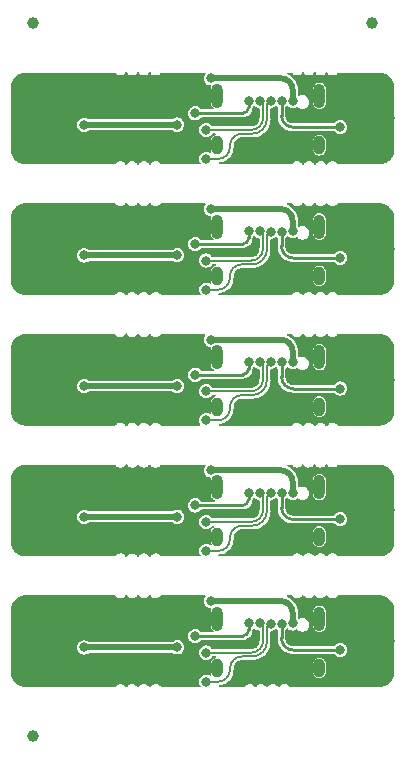
<source format=gbr>
%TF.GenerationSoftware,KiCad,Pcbnew,(6.0.5)*%
%TF.CreationDate,2022-06-02T02:11:43+02:00*%
%TF.ProjectId,5Panel_AKBDB,3550616e-656c-45f4-914b-4244422e6b69,R1*%
%TF.SameCoordinates,Original*%
%TF.FileFunction,Copper,L1,Top*%
%TF.FilePolarity,Positive*%
%FSLAX46Y46*%
G04 Gerber Fmt 4.6, Leading zero omitted, Abs format (unit mm)*
G04 Created by KiCad (PCBNEW (6.0.5)) date 2022-06-02 02:11:43*
%MOMM*%
%LPD*%
G01*
G04 APERTURE LIST*
%TA.AperFunction,ComponentPad*%
%ADD10O,1.000000X1.600000*%
%TD*%
%TA.AperFunction,ComponentPad*%
%ADD11O,1.000000X2.100000*%
%TD*%
%TA.AperFunction,ComponentPad*%
%ADD12C,3.500001*%
%TD*%
%TA.AperFunction,SMDPad,CuDef*%
%ADD13C,1.000000*%
%TD*%
%TA.AperFunction,ComponentPad*%
%ADD14C,3.500000*%
%TD*%
%TA.AperFunction,ViaPad*%
%ADD15C,0.800000*%
%TD*%
%TA.AperFunction,Conductor*%
%ADD16C,0.508000*%
%TD*%
%TA.AperFunction,Conductor*%
%ADD17C,0.254000*%
%TD*%
%TA.AperFunction,Conductor*%
%ADD18C,0.200000*%
%TD*%
G04 APERTURE END LIST*
D10*
%TO.P,J1,13*%
%TO.N,N/C*%
X83101431Y-90317691D03*
X74461431Y-90317691D03*
D11*
X74461431Y-86137691D03*
X83101431Y-86137691D03*
%TD*%
D10*
%TO.P,J1,13*%
%TO.N,N/C*%
X83093326Y-79190296D03*
X74453326Y-79190296D03*
D11*
X74453326Y-75010296D03*
X83093326Y-75010296D03*
%TD*%
D10*
%TO.P,J1,13*%
%TO.N,N/C*%
X83101431Y-68187691D03*
X74461431Y-68187691D03*
D11*
X74461431Y-64007691D03*
X83101431Y-64007691D03*
%TD*%
D10*
%TO.P,J1,13*%
%TO.N,N/C*%
X83101431Y-57122691D03*
X74461431Y-57122691D03*
D11*
X74461431Y-52942691D03*
X83101431Y-52942691D03*
%TD*%
D10*
%TO.P,J1,13*%
%TO.N,N/C*%
X74461431Y-46057691D03*
X83101431Y-46057691D03*
D11*
X74461431Y-41877691D03*
X83101431Y-41877691D03*
%TD*%
D12*
%TO.P,MH2,1,Pin_1*%
%TO.N,Board_3-GNDPWR*%
X87736431Y-76972691D03*
%TD*%
D13*
%TO.P,REF\u002A\u002A,*%
%TO.N,*%
X58820949Y-35752391D03*
%TD*%
D12*
%TO.P,MH2,1,Pin_1*%
%TO.N,Board_0-GNDPWR*%
X87736431Y-43777691D03*
%TD*%
%TO.P,MH2,1,Pin_1*%
%TO.N,Board_2-GNDPWR*%
X87736431Y-65907691D03*
%TD*%
D13*
%TO.P,REF\u002A\u002A,*%
%TO.N,*%
X58820949Y-96077391D03*
%TD*%
D14*
%TO.P,MH1,1,Pin_1*%
%TO.N,Board_0-GNDPWR*%
X58852931Y-43782373D03*
%TD*%
D12*
%TO.P,MH2,1,Pin_1*%
%TO.N,Board_4-GNDPWR*%
X87736431Y-88037691D03*
%TD*%
%TO.P,MH2,1,Pin_1*%
%TO.N,Board_1-GNDPWR*%
X87736431Y-54842691D03*
%TD*%
D14*
%TO.P,MH1,1,Pin_1*%
%TO.N,Board_3-GNDPWR*%
X58852931Y-76977373D03*
%TD*%
%TO.P,MH1,1,Pin_1*%
%TO.N,Board_1-GNDPWR*%
X58852931Y-54847373D03*
%TD*%
%TO.P,MH1,1,Pin_1*%
%TO.N,Board_4-GNDPWR*%
X58852931Y-88042373D03*
%TD*%
D13*
%TO.P,REF\u002A\u002A,*%
%TO.N,*%
X87586948Y-35752391D03*
%TD*%
D14*
%TO.P,MH1,1,Pin_1*%
%TO.N,Board_2-GNDPWR*%
X58852931Y-65912373D03*
%TD*%
D15*
%TO.N,Board_4-VCC*%
X63178931Y-88584691D03*
X71058011Y-88573771D03*
%TO.N,Board_4-VBUS*%
X80841431Y-86542691D03*
X73918931Y-84654691D03*
%TO.N,Board_4-Net-(J1-PadB5)*%
X72591431Y-87617691D03*
X77104956Y-86540603D03*
%TO.N,Board_4-Net-(J1-PadA5)*%
X79892685Y-86572442D03*
X84866431Y-88792691D03*
%TO.N,Board_4-GNDPWR*%
X86758931Y-85224691D03*
X69468931Y-84944691D03*
%TO.N,Board_4-DBus-*%
X73531431Y-91477691D03*
X78961431Y-86567691D03*
%TO.N,Board_4-DBus+*%
X73521431Y-89017691D03*
X78031431Y-86547691D03*
%TO.N,Board_3-VCC*%
X63178931Y-77519691D03*
X71058011Y-77508771D03*
%TO.N,Board_3-VBUS*%
X80841431Y-75477691D03*
X73918931Y-73589691D03*
%TO.N,Board_3-Net-(J1-PadB5)*%
X72591431Y-76552691D03*
X77104956Y-75475603D03*
%TO.N,Board_3-Net-(J1-PadA5)*%
X79892685Y-75507442D03*
X84866431Y-77727691D03*
%TO.N,Board_3-GNDPWR*%
X86758931Y-74159691D03*
X69468931Y-73879691D03*
%TO.N,Board_3-DBus-*%
X73531431Y-80412691D03*
X78961431Y-75502691D03*
%TO.N,Board_3-DBus+*%
X73521431Y-77952691D03*
X78031431Y-75482691D03*
%TO.N,Board_2-VCC*%
X63178931Y-66454691D03*
X71058011Y-66443771D03*
%TO.N,Board_2-VBUS*%
X80841431Y-64412691D03*
X73918931Y-62524691D03*
%TO.N,Board_2-Net-(J1-PadB5)*%
X72591431Y-65487691D03*
X77104956Y-64410603D03*
%TO.N,Board_2-Net-(J1-PadA5)*%
X79892685Y-64442442D03*
X84866431Y-66662691D03*
%TO.N,Board_2-GNDPWR*%
X86758931Y-63094691D03*
X69468931Y-62814691D03*
%TO.N,Board_2-DBus-*%
X73531431Y-69347691D03*
X78961431Y-64437691D03*
%TO.N,Board_2-DBus+*%
X73521431Y-66887691D03*
X78031431Y-64417691D03*
%TO.N,Board_1-VCC*%
X63178931Y-55389691D03*
X71058011Y-55378771D03*
%TO.N,Board_1-VBUS*%
X80841431Y-53347691D03*
X73918931Y-51459691D03*
%TO.N,Board_1-Net-(J1-PadB5)*%
X72591431Y-54422691D03*
X77104956Y-53345603D03*
%TO.N,Board_1-Net-(J1-PadA5)*%
X79892685Y-53377442D03*
X84866431Y-55597691D03*
%TO.N,Board_1-GNDPWR*%
X86758931Y-52029691D03*
X69468931Y-51749691D03*
%TO.N,Board_1-DBus-*%
X73531431Y-58282691D03*
X78961431Y-53372691D03*
%TO.N,Board_1-DBus+*%
X73521431Y-55822691D03*
X78031431Y-53352691D03*
%TO.N,Board_0-VCC*%
X63178931Y-44324691D03*
X71058011Y-44313771D03*
%TO.N,Board_0-VBUS*%
X80841431Y-42282691D03*
X73918931Y-40394691D03*
%TO.N,Board_0-Net-(J1-PadB5)*%
X72591431Y-43357691D03*
X77104956Y-42280603D03*
%TO.N,Board_0-Net-(J1-PadA5)*%
X79892685Y-42312442D03*
X84866431Y-44532691D03*
%TO.N,Board_0-GNDPWR*%
X86758931Y-40964691D03*
X69468931Y-40684691D03*
%TO.N,Board_0-DBus-*%
X73531431Y-47217691D03*
X78961431Y-42307691D03*
%TO.N,Board_0-DBus+*%
X73521431Y-44757691D03*
X78031431Y-42287691D03*
%TD*%
D16*
%TO.N,Board_4-VCC*%
X71058011Y-88573771D02*
X63189851Y-88573771D01*
X63189851Y-88573771D02*
X63178931Y-88584691D01*
%TO.N,Board_4-VBUS*%
X80841409Y-85654691D02*
G75*
G03*
X79841431Y-84654691I-1000009J-9D01*
G01*
X80841431Y-86542691D02*
X80841431Y-85654691D01*
X73918931Y-84654691D02*
X79841431Y-84654691D01*
D17*
%TO.N,Board_4-Net-(J1-PadB5)*%
X77104991Y-87117691D02*
G75*
G02*
X76604956Y-87617691I-499991J-9D01*
G01*
X72591431Y-87617691D02*
X76604956Y-87617691D01*
X77104956Y-86540603D02*
X77104956Y-87117691D01*
%TO.N,Board_4-Net-(J1-PadA5)*%
X79892709Y-87807691D02*
G75*
G03*
X80892685Y-88807691I999991J-9D01*
G01*
X79892685Y-86572442D02*
X79892685Y-87807691D01*
X84851431Y-88807691D02*
X84866431Y-88792691D01*
X84851431Y-88807691D02*
X80892685Y-88807691D01*
D18*
%TO.N,Board_4-DBus-*%
X77405451Y-89344251D02*
G75*
G03*
X78655451Y-88094211I-51J1250051D01*
G01*
X76525931Y-89344231D02*
G75*
G03*
X75525931Y-90344211I-31J-999969D01*
G01*
X75525891Y-90477691D02*
G75*
G02*
X74525931Y-91477691I-999991J-9D01*
G01*
X77405451Y-89344211D02*
X76525931Y-89344211D01*
X78955931Y-86567691D02*
X78655451Y-86868171D01*
X73531431Y-91477691D02*
X74525931Y-91477691D01*
X78961431Y-86567691D02*
X78955931Y-86567691D01*
X78655451Y-86868171D02*
X78655451Y-88094211D01*
X75525931Y-90477691D02*
X75525931Y-90344211D01*
%TO.N,Board_4-DBus+*%
X77328931Y-89017731D02*
G75*
G03*
X78328931Y-88017691I-31J1000031D01*
G01*
X73521431Y-89017691D02*
X77328931Y-89017691D01*
X78031431Y-86547691D02*
X78328931Y-86845191D01*
X78328931Y-86845191D02*
X78328931Y-88017691D01*
D16*
%TO.N,Board_3-VCC*%
X71058011Y-77508771D02*
X63189851Y-77508771D01*
X63189851Y-77508771D02*
X63178931Y-77519691D01*
%TO.N,Board_3-VBUS*%
X80841409Y-74589691D02*
G75*
G03*
X79841431Y-73589691I-1000009J-9D01*
G01*
X80841431Y-75477691D02*
X80841431Y-74589691D01*
X73918931Y-73589691D02*
X79841431Y-73589691D01*
D17*
%TO.N,Board_3-Net-(J1-PadB5)*%
X77104991Y-76052691D02*
G75*
G02*
X76604956Y-76552691I-499991J-9D01*
G01*
X72591431Y-76552691D02*
X76604956Y-76552691D01*
X77104956Y-75475603D02*
X77104956Y-76052691D01*
%TO.N,Board_3-Net-(J1-PadA5)*%
X79892709Y-76742691D02*
G75*
G03*
X80892685Y-77742691I999991J-9D01*
G01*
X79892685Y-75507442D02*
X79892685Y-76742691D01*
X84851431Y-77742691D02*
X84866431Y-77727691D01*
X84851431Y-77742691D02*
X80892685Y-77742691D01*
D18*
%TO.N,Board_3-DBus-*%
X77405451Y-78279251D02*
G75*
G03*
X78655451Y-77029211I-51J1250051D01*
G01*
X76525931Y-78279231D02*
G75*
G03*
X75525931Y-79279211I-31J-999969D01*
G01*
X75525891Y-79412691D02*
G75*
G02*
X74525931Y-80412691I-999991J-9D01*
G01*
X77405451Y-78279211D02*
X76525931Y-78279211D01*
X78955931Y-75502691D02*
X78655451Y-75803171D01*
X73531431Y-80412691D02*
X74525931Y-80412691D01*
X78961431Y-75502691D02*
X78955931Y-75502691D01*
X78655451Y-75803171D02*
X78655451Y-77029211D01*
X75525931Y-79412691D02*
X75525931Y-79279211D01*
%TO.N,Board_3-DBus+*%
X77328931Y-77952731D02*
G75*
G03*
X78328931Y-76952691I-31J1000031D01*
G01*
X73521431Y-77952691D02*
X77328931Y-77952691D01*
X78031431Y-75482691D02*
X78328931Y-75780191D01*
X78328931Y-75780191D02*
X78328931Y-76952691D01*
D16*
%TO.N,Board_2-VCC*%
X71058011Y-66443771D02*
X63189851Y-66443771D01*
X63189851Y-66443771D02*
X63178931Y-66454691D01*
%TO.N,Board_2-VBUS*%
X80841409Y-63524691D02*
G75*
G03*
X79841431Y-62524691I-1000009J-9D01*
G01*
X80841431Y-64412691D02*
X80841431Y-63524691D01*
X73918931Y-62524691D02*
X79841431Y-62524691D01*
D17*
%TO.N,Board_2-Net-(J1-PadB5)*%
X77104991Y-64987691D02*
G75*
G02*
X76604956Y-65487691I-499991J-9D01*
G01*
X72591431Y-65487691D02*
X76604956Y-65487691D01*
X77104956Y-64410603D02*
X77104956Y-64987691D01*
%TO.N,Board_2-Net-(J1-PadA5)*%
X79892709Y-65677691D02*
G75*
G03*
X80892685Y-66677691I999991J-9D01*
G01*
X79892685Y-64442442D02*
X79892685Y-65677691D01*
X84851431Y-66677691D02*
X84866431Y-66662691D01*
X84851431Y-66677691D02*
X80892685Y-66677691D01*
D18*
%TO.N,Board_2-DBus-*%
X77405451Y-67214251D02*
G75*
G03*
X78655451Y-65964211I-51J1250051D01*
G01*
X76525931Y-67214231D02*
G75*
G03*
X75525931Y-68214211I-31J-999969D01*
G01*
X75525891Y-68347691D02*
G75*
G02*
X74525931Y-69347691I-999991J-9D01*
G01*
X77405451Y-67214211D02*
X76525931Y-67214211D01*
X78955931Y-64437691D02*
X78655451Y-64738171D01*
X73531431Y-69347691D02*
X74525931Y-69347691D01*
X78961431Y-64437691D02*
X78955931Y-64437691D01*
X78655451Y-64738171D02*
X78655451Y-65964211D01*
X75525931Y-68347691D02*
X75525931Y-68214211D01*
%TO.N,Board_2-DBus+*%
X77328931Y-66887731D02*
G75*
G03*
X78328931Y-65887691I-31J1000031D01*
G01*
X73521431Y-66887691D02*
X77328931Y-66887691D01*
X78031431Y-64417691D02*
X78328931Y-64715191D01*
X78328931Y-64715191D02*
X78328931Y-65887691D01*
D16*
%TO.N,Board_1-VCC*%
X71058011Y-55378771D02*
X63189851Y-55378771D01*
X63189851Y-55378771D02*
X63178931Y-55389691D01*
%TO.N,Board_1-VBUS*%
X80841409Y-52459691D02*
G75*
G03*
X79841431Y-51459691I-1000009J-9D01*
G01*
X80841431Y-53347691D02*
X80841431Y-52459691D01*
X73918931Y-51459691D02*
X79841431Y-51459691D01*
D17*
%TO.N,Board_1-Net-(J1-PadB5)*%
X77104991Y-53922691D02*
G75*
G02*
X76604956Y-54422691I-499991J-9D01*
G01*
X72591431Y-54422691D02*
X76604956Y-54422691D01*
X77104956Y-53345603D02*
X77104956Y-53922691D01*
%TO.N,Board_1-Net-(J1-PadA5)*%
X79892709Y-54612691D02*
G75*
G03*
X80892685Y-55612691I999991J-9D01*
G01*
X79892685Y-53377442D02*
X79892685Y-54612691D01*
X84851431Y-55612691D02*
X84866431Y-55597691D01*
X84851431Y-55612691D02*
X80892685Y-55612691D01*
D18*
%TO.N,Board_1-DBus-*%
X77405451Y-56149251D02*
G75*
G03*
X78655451Y-54899211I-51J1250051D01*
G01*
X76525931Y-56149231D02*
G75*
G03*
X75525931Y-57149211I-31J-999969D01*
G01*
X75525891Y-57282691D02*
G75*
G02*
X74525931Y-58282691I-999991J-9D01*
G01*
X77405451Y-56149211D02*
X76525931Y-56149211D01*
X78955931Y-53372691D02*
X78655451Y-53673171D01*
X73531431Y-58282691D02*
X74525931Y-58282691D01*
X78961431Y-53372691D02*
X78955931Y-53372691D01*
X78655451Y-53673171D02*
X78655451Y-54899211D01*
X75525931Y-57282691D02*
X75525931Y-57149211D01*
%TO.N,Board_1-DBus+*%
X77328931Y-55822731D02*
G75*
G03*
X78328931Y-54822691I-31J1000031D01*
G01*
X73521431Y-55822691D02*
X77328931Y-55822691D01*
X78031431Y-53352691D02*
X78328931Y-53650191D01*
X78328931Y-53650191D02*
X78328931Y-54822691D01*
D16*
%TO.N,Board_0-VCC*%
X71058011Y-44313771D02*
X63189851Y-44313771D01*
X63189851Y-44313771D02*
X63178931Y-44324691D01*
%TO.N,Board_0-VBUS*%
X80841409Y-41394691D02*
G75*
G03*
X79841431Y-40394691I-1000009J-9D01*
G01*
X80841431Y-42282691D02*
X80841431Y-41394691D01*
X73918931Y-40394691D02*
X79841431Y-40394691D01*
D17*
%TO.N,Board_0-Net-(J1-PadB5)*%
X77104991Y-42857691D02*
G75*
G02*
X76604956Y-43357691I-499991J-9D01*
G01*
X72591431Y-43357691D02*
X76604956Y-43357691D01*
X77104956Y-42280603D02*
X77104956Y-42857691D01*
%TO.N,Board_0-Net-(J1-PadA5)*%
X79892709Y-43547691D02*
G75*
G03*
X80892685Y-44547691I999991J-9D01*
G01*
X79892685Y-42312442D02*
X79892685Y-43547691D01*
X84851431Y-44547691D02*
X84866431Y-44532691D01*
X84851431Y-44547691D02*
X80892685Y-44547691D01*
D18*
%TO.N,Board_0-DBus-*%
X77405451Y-45084251D02*
G75*
G03*
X78655451Y-43834211I-51J1250051D01*
G01*
X76525931Y-45084231D02*
G75*
G03*
X75525931Y-46084211I-31J-999969D01*
G01*
X75525891Y-46217691D02*
G75*
G02*
X74525931Y-47217691I-999991J-9D01*
G01*
X77405451Y-45084211D02*
X76525931Y-45084211D01*
X78955931Y-42307691D02*
X78655451Y-42608171D01*
X73531431Y-47217691D02*
X74525931Y-47217691D01*
X78961431Y-42307691D02*
X78955931Y-42307691D01*
X78655451Y-42608171D02*
X78655451Y-43834211D01*
X75525931Y-46217691D02*
X75525931Y-46084211D01*
%TO.N,Board_0-DBus+*%
X77328931Y-44757731D02*
G75*
G03*
X78328931Y-43757691I-31J1000031D01*
G01*
X73521431Y-44757691D02*
X77328931Y-44757691D01*
X78031431Y-42287691D02*
X78328931Y-42585191D01*
X78328931Y-42585191D02*
X78328931Y-43757691D01*
%TD*%
%TA.AperFunction,Conductor*%
%TO.N,Board_0-GNDPWR*%
G36*
X81742081Y-39871607D02*
G01*
X81776357Y-39900726D01*
X81796754Y-39933053D01*
X81824112Y-39976413D01*
X81827513Y-39981804D01*
X81844659Y-39996947D01*
X81930955Y-40073161D01*
X81930958Y-40073163D01*
X81934971Y-40076707D01*
X81958905Y-40087944D01*
X82059724Y-40135279D01*
X82064746Y-40137637D01*
X82070036Y-40138461D01*
X82070037Y-40138461D01*
X82101239Y-40143319D01*
X82173592Y-40154584D01*
X82248523Y-40154584D01*
X82251161Y-40154206D01*
X82251164Y-40154206D01*
X82349204Y-40140166D01*
X82349207Y-40140165D01*
X82354501Y-40139407D01*
X82359373Y-40137192D01*
X82359376Y-40137191D01*
X82455253Y-40093598D01*
X82485011Y-40080068D01*
X82555595Y-40019249D01*
X82589566Y-39989978D01*
X82589569Y-39989975D01*
X82593620Y-39986484D01*
X82596547Y-39981969D01*
X82619398Y-39946713D01*
X82649654Y-39900034D01*
X82690709Y-39869041D01*
X82742081Y-39871688D01*
X82776357Y-39900808D01*
X82783517Y-39912156D01*
X82819125Y-39968591D01*
X82827513Y-39981886D01*
X82835510Y-39988949D01*
X82930955Y-40073243D01*
X82930958Y-40073245D01*
X82934971Y-40076789D01*
X82986521Y-40100992D01*
X83059726Y-40135362D01*
X83064746Y-40137719D01*
X83070036Y-40138543D01*
X83070037Y-40138543D01*
X83094663Y-40142377D01*
X83173592Y-40154666D01*
X83248523Y-40154666D01*
X83251161Y-40154288D01*
X83251164Y-40154288D01*
X83349204Y-40140248D01*
X83349207Y-40140247D01*
X83354501Y-40139489D01*
X83359373Y-40137274D01*
X83359376Y-40137273D01*
X83452948Y-40094728D01*
X83485011Y-40080150D01*
X83533599Y-40038284D01*
X83589566Y-39990060D01*
X83589569Y-39990057D01*
X83593620Y-39986566D01*
X83596638Y-39981910D01*
X83649654Y-39900117D01*
X83690709Y-39869124D01*
X83742081Y-39871772D01*
X83776357Y-39900891D01*
X83802260Y-39941945D01*
X83818077Y-39967013D01*
X83827513Y-39981969D01*
X83844488Y-39996961D01*
X83930955Y-40073326D01*
X83930958Y-40073328D01*
X83934971Y-40076872D01*
X83979128Y-40097604D01*
X84059724Y-40135444D01*
X84064746Y-40137802D01*
X84070036Y-40138626D01*
X84070037Y-40138626D01*
X84094130Y-40142377D01*
X84173592Y-40154749D01*
X84248523Y-40154749D01*
X84251161Y-40154371D01*
X84251164Y-40154371D01*
X84349204Y-40140331D01*
X84349207Y-40140330D01*
X84354501Y-40139572D01*
X84359373Y-40137357D01*
X84359376Y-40137356D01*
X84446834Y-40097591D01*
X84485011Y-40080233D01*
X84562845Y-40013167D01*
X84589566Y-39990143D01*
X84589569Y-39990140D01*
X84593620Y-39986649D01*
X84596654Y-39981969D01*
X84611207Y-39959515D01*
X84622915Y-39941452D01*
X84663970Y-39910459D01*
X84686017Y-39907154D01*
X88011172Y-39907189D01*
X88251240Y-39907191D01*
X88257139Y-39907423D01*
X88315325Y-39912002D01*
X88319242Y-39912414D01*
X88380061Y-39920422D01*
X88383947Y-39921037D01*
X88444278Y-39932218D01*
X88448131Y-39933037D01*
X88507786Y-39947359D01*
X88511571Y-39948374D01*
X88570403Y-39965800D01*
X88574135Y-39967013D01*
X88631983Y-39987499D01*
X88635656Y-39988909D01*
X88692338Y-40012386D01*
X88695937Y-40013988D01*
X88751312Y-40040401D01*
X88754819Y-40042188D01*
X88808730Y-40071459D01*
X88812125Y-40073418D01*
X88864435Y-40105473D01*
X88867736Y-40107617D01*
X88918314Y-40142377D01*
X88921499Y-40144692D01*
X88970166Y-40182035D01*
X88973210Y-40184499D01*
X89019875Y-40224354D01*
X89022802Y-40226990D01*
X89067303Y-40269221D01*
X89070085Y-40272003D01*
X89112325Y-40316513D01*
X89114960Y-40319439D01*
X89154790Y-40366073D01*
X89157267Y-40369132D01*
X89194626Y-40417817D01*
X89196924Y-40420979D01*
X89226964Y-40464687D01*
X89231691Y-40471565D01*
X89233833Y-40474863D01*
X89263034Y-40522512D01*
X89265892Y-40527176D01*
X89267854Y-40530574D01*
X89297126Y-40584487D01*
X89298900Y-40587968D01*
X89323372Y-40639274D01*
X89325330Y-40643379D01*
X89326930Y-40646974D01*
X89350408Y-40703651D01*
X89351813Y-40707311D01*
X89372298Y-40765156D01*
X89373514Y-40768897D01*
X89388376Y-40819066D01*
X89390937Y-40827713D01*
X89391956Y-40831515D01*
X89406285Y-40891194D01*
X89407102Y-40895035D01*
X89418280Y-40955346D01*
X89418893Y-40959213D01*
X89421595Y-40979735D01*
X89426907Y-41020088D01*
X89427318Y-41024001D01*
X89432132Y-41085146D01*
X89432338Y-41089081D01*
X89434020Y-41153349D01*
X89434046Y-41155359D01*
X89431041Y-46395835D01*
X89431031Y-46396017D01*
X89430722Y-46397250D01*
X89430991Y-46413624D01*
X89431020Y-46415406D01*
X89431030Y-46416640D01*
X89431019Y-46434916D01*
X89431348Y-46436147D01*
X89431362Y-46436334D01*
X89432082Y-46480250D01*
X89431875Y-46487193D01*
X89427729Y-46541637D01*
X89427344Y-46545426D01*
X89419844Y-46604323D01*
X89419267Y-46608089D01*
X89408794Y-46666531D01*
X89408026Y-46670265D01*
X89394607Y-46728090D01*
X89393653Y-46731777D01*
X89377317Y-46788872D01*
X89376181Y-46792494D01*
X89356966Y-46848713D01*
X89355660Y-46852237D01*
X89333633Y-46907385D01*
X89333630Y-46907392D01*
X89332133Y-46910881D01*
X89319798Y-46937727D01*
X89307339Y-46964843D01*
X89305667Y-46968251D01*
X89278170Y-47020894D01*
X89276342Y-47024190D01*
X89246214Y-47075370D01*
X89246205Y-47075385D01*
X89244198Y-47078605D01*
X89211511Y-47128203D01*
X89209335Y-47131329D01*
X89174205Y-47179171D01*
X89171878Y-47182177D01*
X89134373Y-47228174D01*
X89134350Y-47228202D01*
X89131895Y-47231063D01*
X89092072Y-47275142D01*
X89089454Y-47277896D01*
X89047467Y-47319884D01*
X89044706Y-47322508D01*
X89000631Y-47362330D01*
X88997746Y-47364807D01*
X88973495Y-47384581D01*
X88951740Y-47402320D01*
X88948745Y-47404639D01*
X88900859Y-47439802D01*
X88897753Y-47441964D01*
X88848177Y-47474638D01*
X88844948Y-47476651D01*
X88793739Y-47506795D01*
X88790453Y-47508619D01*
X88737810Y-47536119D01*
X88734403Y-47537790D01*
X88680488Y-47562563D01*
X88680455Y-47562578D01*
X88676959Y-47564078D01*
X88626612Y-47584189D01*
X88621803Y-47586110D01*
X88618230Y-47587433D01*
X88562045Y-47606637D01*
X88558411Y-47607777D01*
X88501360Y-47624102D01*
X88497670Y-47625058D01*
X88439790Y-47638489D01*
X88436078Y-47639252D01*
X88377657Y-47649723D01*
X88373902Y-47650297D01*
X88314971Y-47657802D01*
X88311181Y-47658188D01*
X88251987Y-47662696D01*
X88248182Y-47662889D01*
X88207269Y-47663926D01*
X88185952Y-47664466D01*
X88184059Y-47664490D01*
X84686349Y-47663933D01*
X84638015Y-47646332D01*
X84622763Y-47628861D01*
X84600493Y-47593565D01*
X84597636Y-47589037D01*
X84578968Y-47572550D01*
X84494194Y-47497680D01*
X84494191Y-47497678D01*
X84490178Y-47494134D01*
X84385223Y-47444857D01*
X84365249Y-47435479D01*
X84365248Y-47435479D01*
X84360403Y-47433204D01*
X84355113Y-47432380D01*
X84355112Y-47432380D01*
X84323877Y-47427517D01*
X84251557Y-47416257D01*
X84176626Y-47416257D01*
X84173988Y-47416635D01*
X84173985Y-47416635D01*
X84075945Y-47430675D01*
X84075942Y-47430676D01*
X84070648Y-47431434D01*
X84065776Y-47433649D01*
X84065773Y-47433650D01*
X84041125Y-47444857D01*
X83940138Y-47490773D01*
X83892246Y-47532040D01*
X83835583Y-47580863D01*
X83835580Y-47580866D01*
X83831529Y-47584357D01*
X83828618Y-47588848D01*
X83826346Y-47592354D01*
X83775495Y-47670807D01*
X83734441Y-47701799D01*
X83683070Y-47699152D01*
X83648793Y-47670032D01*
X83600493Y-47593481D01*
X83597636Y-47588953D01*
X83561823Y-47557324D01*
X83494194Y-47497596D01*
X83494191Y-47497594D01*
X83490178Y-47494050D01*
X83385402Y-47444857D01*
X83365249Y-47435395D01*
X83365248Y-47435395D01*
X83360403Y-47433120D01*
X83355113Y-47432296D01*
X83355112Y-47432296D01*
X83323910Y-47427438D01*
X83251557Y-47416173D01*
X83176626Y-47416173D01*
X83173988Y-47416551D01*
X83173985Y-47416551D01*
X83075945Y-47430591D01*
X83075942Y-47430592D01*
X83070648Y-47431350D01*
X83065776Y-47433565D01*
X83065773Y-47433566D01*
X82983843Y-47470818D01*
X82940138Y-47490689D01*
X82897125Y-47527752D01*
X82835583Y-47580779D01*
X82835580Y-47580782D01*
X82831529Y-47584273D01*
X82828618Y-47588764D01*
X82828441Y-47589037D01*
X82775495Y-47670723D01*
X82734441Y-47701715D01*
X82683070Y-47699068D01*
X82648793Y-47669948D01*
X82600493Y-47593397D01*
X82597636Y-47588869D01*
X82567850Y-47562563D01*
X82494194Y-47497512D01*
X82494191Y-47497510D01*
X82490178Y-47493966D01*
X82385581Y-47444857D01*
X82365249Y-47435311D01*
X82365248Y-47435311D01*
X82360403Y-47433036D01*
X82355113Y-47432212D01*
X82355112Y-47432212D01*
X82323910Y-47427354D01*
X82251557Y-47416089D01*
X82176626Y-47416089D01*
X82173988Y-47416467D01*
X82173985Y-47416467D01*
X82075945Y-47430507D01*
X82075942Y-47430508D01*
X82070648Y-47431266D01*
X82065776Y-47433481D01*
X82065773Y-47433482D01*
X82009551Y-47459045D01*
X81940138Y-47490605D01*
X81892051Y-47532040D01*
X81835583Y-47580695D01*
X81835580Y-47580698D01*
X81831529Y-47584189D01*
X81828618Y-47588680D01*
X81828441Y-47588953D01*
X81775495Y-47670639D01*
X81734441Y-47701631D01*
X81683070Y-47698984D01*
X81648793Y-47669864D01*
X81600493Y-47593313D01*
X81597636Y-47588785D01*
X81569647Y-47564066D01*
X81494194Y-47497428D01*
X81494191Y-47497426D01*
X81490178Y-47493882D01*
X81412096Y-47457222D01*
X81365249Y-47435227D01*
X81365248Y-47435227D01*
X81360403Y-47432952D01*
X81355113Y-47432128D01*
X81355112Y-47432128D01*
X81323910Y-47427270D01*
X81251557Y-47416005D01*
X81176626Y-47416005D01*
X81173988Y-47416383D01*
X81173985Y-47416383D01*
X81075945Y-47430423D01*
X81075942Y-47430424D01*
X81070648Y-47431182D01*
X81065776Y-47433397D01*
X81065773Y-47433398D01*
X81010886Y-47458354D01*
X80940138Y-47490521D01*
X80896930Y-47527752D01*
X80835583Y-47580611D01*
X80835580Y-47580614D01*
X80831529Y-47584105D01*
X80828619Y-47588594D01*
X80828615Y-47588599D01*
X80802249Y-47629278D01*
X80761194Y-47660272D01*
X80739144Y-47663577D01*
X74648208Y-47663218D01*
X74599871Y-47645622D01*
X74574154Y-47601072D01*
X74583089Y-47550414D01*
X74622496Y-47517352D01*
X74642309Y-47513050D01*
X74727064Y-47506377D01*
X74727067Y-47506377D01*
X74730008Y-47506145D01*
X74732875Y-47505457D01*
X74732879Y-47505456D01*
X74926173Y-47459045D01*
X74926178Y-47459043D01*
X74929049Y-47458354D01*
X74972041Y-47440545D01*
X74996958Y-47430223D01*
X75118164Y-47380014D01*
X75120681Y-47378472D01*
X75120684Y-47378470D01*
X75290177Y-47274599D01*
X75290179Y-47274597D01*
X75292696Y-47273055D01*
X75316361Y-47252843D01*
X75423595Y-47161253D01*
X75448348Y-47140111D01*
X75581286Y-46984454D01*
X75688238Y-46809918D01*
X75695115Y-46793316D01*
X75765436Y-46623538D01*
X75765436Y-46623537D01*
X75766570Y-46620800D01*
X75814354Y-46421756D01*
X75816453Y-46395085D01*
X82530931Y-46395085D01*
X82531251Y-46397513D01*
X82531251Y-46397518D01*
X82544540Y-46498452D01*
X82545615Y-46506621D01*
X82603100Y-46645402D01*
X82694545Y-46764577D01*
X82698456Y-46767578D01*
X82698457Y-46767579D01*
X82753635Y-46809918D01*
X82813719Y-46856022D01*
X82877061Y-46882259D01*
X82947952Y-46911623D01*
X82947954Y-46911623D01*
X82952501Y-46913507D01*
X82957379Y-46914149D01*
X82957382Y-46914150D01*
X83096547Y-46932471D01*
X83101431Y-46933114D01*
X83106315Y-46932471D01*
X83245480Y-46914150D01*
X83245483Y-46914149D01*
X83250361Y-46913507D01*
X83389142Y-46856022D01*
X83470863Y-46793316D01*
X83504406Y-46767578D01*
X83508317Y-46764577D01*
X83599762Y-46645402D01*
X83657247Y-46506621D01*
X83658323Y-46498452D01*
X83671611Y-46397518D01*
X83671611Y-46397513D01*
X83671931Y-46395085D01*
X83671931Y-45720297D01*
X83668679Y-45695593D01*
X83657890Y-45613642D01*
X83657889Y-45613639D01*
X83657247Y-45608761D01*
X83599762Y-45469980D01*
X83508317Y-45350805D01*
X83474414Y-45324790D01*
X83393050Y-45262358D01*
X83389143Y-45259360D01*
X83319752Y-45230617D01*
X83254910Y-45203759D01*
X83254908Y-45203759D01*
X83250361Y-45201875D01*
X83245483Y-45201233D01*
X83245480Y-45201232D01*
X83106315Y-45182911D01*
X83101431Y-45182268D01*
X83096547Y-45182911D01*
X82957382Y-45201232D01*
X82957379Y-45201233D01*
X82952501Y-45201875D01*
X82813720Y-45259360D01*
X82809809Y-45262361D01*
X82738036Y-45317434D01*
X82694545Y-45350805D01*
X82603100Y-45469980D01*
X82545615Y-45608761D01*
X82544973Y-45613639D01*
X82544972Y-45613642D01*
X82534183Y-45695593D01*
X82530931Y-45720297D01*
X82530931Y-46395085D01*
X75816453Y-46395085D01*
X75825597Y-46278878D01*
X75825885Y-46277076D01*
X75825814Y-46277069D01*
X75826252Y-46272601D01*
X75826431Y-46270776D01*
X75826431Y-46268939D01*
X75826462Y-46268305D01*
X75826604Y-46266075D01*
X75828288Y-46244684D01*
X75829600Y-46228006D01*
X75829925Y-46225451D01*
X75829925Y-46224165D01*
X75831067Y-46217688D01*
X75827574Y-46197877D01*
X75826431Y-46184820D01*
X75826431Y-46117082D01*
X75827573Y-46104025D01*
X75829925Y-46090687D01*
X75829925Y-46090685D01*
X75831067Y-46084208D01*
X75829884Y-46077499D01*
X75829103Y-46057071D01*
X75832433Y-46023264D01*
X75839144Y-45955114D01*
X75842020Y-45940656D01*
X75877527Y-45823607D01*
X75883163Y-45809999D01*
X75940824Y-45702123D01*
X75949012Y-45689870D01*
X76026607Y-45595322D01*
X76037031Y-45584898D01*
X76131580Y-45507305D01*
X76143838Y-45499115D01*
X76251707Y-45441460D01*
X76265321Y-45435821D01*
X76382373Y-45400317D01*
X76396831Y-45397442D01*
X76479044Y-45389347D01*
X76498858Y-45387396D01*
X76519286Y-45388177D01*
X76519410Y-45388199D01*
X76525922Y-45389347D01*
X76532406Y-45388204D01*
X76536988Y-45387396D01*
X76545742Y-45385853D01*
X76558796Y-45384711D01*
X77372588Y-45384711D01*
X77385643Y-45385853D01*
X77405463Y-45389347D01*
X77411522Y-45388278D01*
X77412569Y-45388203D01*
X77413758Y-45388203D01*
X77415395Y-45388001D01*
X77463930Y-45384528D01*
X77626686Y-45372881D01*
X77629306Y-45372311D01*
X77840776Y-45326301D01*
X77840779Y-45326300D01*
X77843404Y-45325729D01*
X77845915Y-45324792D01*
X77845923Y-45324790D01*
X78048693Y-45249154D01*
X78048700Y-45249151D01*
X78051206Y-45248216D01*
X78053555Y-45246933D01*
X78053560Y-45246931D01*
X78243509Y-45143205D01*
X78243510Y-45143204D01*
X78245862Y-45141920D01*
X78423410Y-45009003D01*
X78580236Y-44852173D01*
X78660424Y-44745051D01*
X78711537Y-44676771D01*
X78711540Y-44676767D01*
X78713146Y-44674621D01*
X78819437Y-44479961D01*
X78820373Y-44477452D01*
X78820376Y-44477445D01*
X78896005Y-44274671D01*
X78896943Y-44272156D01*
X78944088Y-44055437D01*
X78946238Y-44025390D01*
X78955463Y-43896409D01*
X78959174Y-43844525D01*
X78959444Y-43842342D01*
X78959444Y-43840750D01*
X78959451Y-43840654D01*
X78960587Y-43834214D01*
X78957093Y-43814397D01*
X78955951Y-43801340D01*
X78955951Y-42980044D01*
X78973544Y-42931706D01*
X79021335Y-42905487D01*
X79113312Y-42893378D01*
X79113315Y-42893377D01*
X79118193Y-42892735D01*
X79264272Y-42832227D01*
X79378184Y-42744820D01*
X79427242Y-42729352D01*
X79469741Y-42744820D01*
X79535764Y-42795482D01*
X79563402Y-42838865D01*
X79565185Y-42855141D01*
X79565185Y-43512461D01*
X79564042Y-43525518D01*
X79560133Y-43547688D01*
X79561276Y-43554169D01*
X79561276Y-43554205D01*
X79562170Y-43561227D01*
X79570899Y-43672156D01*
X79576210Y-43739647D01*
X79577496Y-43755995D01*
X79579513Y-43764397D01*
X79623352Y-43947004D01*
X79626273Y-43959173D01*
X79706233Y-44152219D01*
X79815407Y-44330380D01*
X79817324Y-44332624D01*
X79817325Y-44332626D01*
X79880100Y-44406128D01*
X79951108Y-44489269D01*
X79953349Y-44491183D01*
X80100204Y-44616612D01*
X80109994Y-44624974D01*
X80112510Y-44626516D01*
X80112513Y-44626518D01*
X80222632Y-44694001D01*
X80288152Y-44734153D01*
X80290880Y-44735283D01*
X80290884Y-44735285D01*
X80478464Y-44812985D01*
X80481197Y-44814117D01*
X80484068Y-44814806D01*
X80484070Y-44814807D01*
X80681503Y-44862210D01*
X80681507Y-44862211D01*
X80684374Y-44862899D01*
X80687317Y-44863131D01*
X80687319Y-44863131D01*
X80822157Y-44873744D01*
X80879375Y-44878248D01*
X80886074Y-44879100D01*
X80886200Y-44879100D01*
X80892680Y-44880243D01*
X80899157Y-44879101D01*
X80899160Y-44879101D01*
X80914859Y-44876333D01*
X80927915Y-44875191D01*
X84335242Y-44875191D01*
X84383580Y-44892784D01*
X84394900Y-44904610D01*
X84438149Y-44960973D01*
X84563590Y-45057227D01*
X84709669Y-45117735D01*
X84714547Y-45118377D01*
X84714550Y-45118378D01*
X84861547Y-45137730D01*
X84866431Y-45138373D01*
X84871315Y-45137730D01*
X85018312Y-45118378D01*
X85018315Y-45118377D01*
X85023193Y-45117735D01*
X85169272Y-45057227D01*
X85294713Y-44960973D01*
X85390967Y-44835532D01*
X85451475Y-44689453D01*
X85460217Y-44623055D01*
X85471470Y-44537575D01*
X85472113Y-44532691D01*
X85466648Y-44491183D01*
X85452118Y-44380810D01*
X85452117Y-44380807D01*
X85451475Y-44375929D01*
X85390967Y-44229850D01*
X85331731Y-44152652D01*
X85297711Y-44108316D01*
X85294713Y-44104409D01*
X85169272Y-44008155D01*
X85023193Y-43947647D01*
X85018315Y-43947005D01*
X85018312Y-43947004D01*
X84871315Y-43927652D01*
X84866431Y-43927009D01*
X84861547Y-43927652D01*
X84714550Y-43947004D01*
X84714547Y-43947005D01*
X84709669Y-43947647D01*
X84563590Y-44008155D01*
X84438149Y-44104409D01*
X84435151Y-44108316D01*
X84371882Y-44190770D01*
X84328498Y-44218408D01*
X84312222Y-44220191D01*
X80927916Y-44220191D01*
X80914858Y-44219048D01*
X80892690Y-44215139D01*
X80886213Y-44216281D01*
X80886207Y-44216281D01*
X80885896Y-44216336D01*
X80864421Y-44217005D01*
X80768679Y-44206216D01*
X80751467Y-44204277D01*
X80735051Y-44200530D01*
X80608906Y-44156388D01*
X80593734Y-44149081D01*
X80480576Y-44077977D01*
X80467411Y-44067478D01*
X80455371Y-44055437D01*
X80372912Y-43972976D01*
X80362413Y-43959811D01*
X80362012Y-43959173D01*
X80291308Y-43846646D01*
X80284004Y-43831477D01*
X80266715Y-43782066D01*
X80239865Y-43705331D01*
X80236119Y-43688918D01*
X80235970Y-43687588D01*
X80223384Y-43575877D01*
X80224054Y-43554404D01*
X80225237Y-43547694D01*
X80221327Y-43525518D01*
X80220185Y-43512460D01*
X80220185Y-42855141D01*
X80237778Y-42806803D01*
X80249604Y-42795483D01*
X80294021Y-42761400D01*
X80317055Y-42743726D01*
X80317056Y-42743725D01*
X80320967Y-42740724D01*
X80323970Y-42736810D01*
X80327451Y-42733329D01*
X80328325Y-42734203D01*
X80367103Y-42709499D01*
X80418103Y-42716215D01*
X80429157Y-42723257D01*
X80534682Y-42804229D01*
X80534686Y-42804231D01*
X80538590Y-42807227D01*
X80684669Y-42867735D01*
X80689547Y-42868377D01*
X80689550Y-42868378D01*
X80836547Y-42887730D01*
X80841431Y-42888373D01*
X80846315Y-42887730D01*
X80993312Y-42868378D01*
X80993315Y-42868377D01*
X80998193Y-42867735D01*
X81144272Y-42807227D01*
X81148179Y-42804229D01*
X81148181Y-42804228D01*
X81152795Y-42800687D01*
X81201853Y-42785216D01*
X81249378Y-42804900D01*
X81257392Y-42813645D01*
X81257982Y-42814235D01*
X81260980Y-42818142D01*
X81264887Y-42821140D01*
X81278090Y-42831271D01*
X81381198Y-42910389D01*
X81521195Y-42968378D01*
X81526073Y-42969020D01*
X81526076Y-42969021D01*
X81631278Y-42982871D01*
X81631283Y-42982871D01*
X81633711Y-42983191D01*
X81709151Y-42983191D01*
X81711579Y-42982871D01*
X81711584Y-42982871D01*
X81816786Y-42969021D01*
X81816789Y-42969020D01*
X81821667Y-42968378D01*
X81961664Y-42910389D01*
X82064772Y-42831271D01*
X82077975Y-42821140D01*
X82081882Y-42818142D01*
X82099271Y-42795481D01*
X82171131Y-42701831D01*
X82174129Y-42697924D01*
X82232118Y-42557927D01*
X82244342Y-42465085D01*
X82530931Y-42465085D01*
X82531251Y-42467513D01*
X82531251Y-42467518D01*
X82544286Y-42566524D01*
X82545615Y-42576621D01*
X82603100Y-42715402D01*
X82694545Y-42834577D01*
X82698456Y-42837578D01*
X82698457Y-42837579D01*
X82784634Y-42903704D01*
X82813719Y-42926022D01*
X82844363Y-42938715D01*
X82947952Y-42981623D01*
X82947954Y-42981623D01*
X82952501Y-42983507D01*
X82957379Y-42984149D01*
X82957382Y-42984150D01*
X83096547Y-43002471D01*
X83101431Y-43003114D01*
X83106315Y-43002471D01*
X83245480Y-42984150D01*
X83245483Y-42984149D01*
X83250361Y-42983507D01*
X83389142Y-42926022D01*
X83508317Y-42834577D01*
X83527858Y-42809111D01*
X83596761Y-42719313D01*
X83599762Y-42715402D01*
X83657247Y-42576621D01*
X83658577Y-42566524D01*
X83671611Y-42467518D01*
X83671611Y-42467513D01*
X83671931Y-42465085D01*
X83671931Y-41290297D01*
X83671611Y-41287864D01*
X83657890Y-41183642D01*
X83657889Y-41183639D01*
X83657247Y-41178761D01*
X83599762Y-41039980D01*
X83508317Y-40920805D01*
X83502354Y-40916229D01*
X83393050Y-40832358D01*
X83389143Y-40829360D01*
X83319752Y-40800618D01*
X83254910Y-40773759D01*
X83254908Y-40773759D01*
X83250361Y-40771875D01*
X83245483Y-40771233D01*
X83245480Y-40771232D01*
X83106315Y-40752911D01*
X83101431Y-40752268D01*
X83096547Y-40752911D01*
X82957382Y-40771232D01*
X82957379Y-40771233D01*
X82952501Y-40771875D01*
X82813720Y-40829360D01*
X82694545Y-40920805D01*
X82691544Y-40924716D01*
X82687998Y-40929337D01*
X82603100Y-41039980D01*
X82545615Y-41178761D01*
X82544973Y-41183639D01*
X82544972Y-41183642D01*
X82531251Y-41287864D01*
X82530931Y-41290297D01*
X82530931Y-42465085D01*
X82244342Y-42465085D01*
X82244665Y-42462628D01*
X82251254Y-42412575D01*
X82251897Y-42407691D01*
X82232118Y-42257455D01*
X82174129Y-42117458D01*
X82081882Y-41997240D01*
X81961664Y-41904993D01*
X81821667Y-41847004D01*
X81816789Y-41846362D01*
X81816786Y-41846361D01*
X81711584Y-41832511D01*
X81711579Y-41832511D01*
X81709151Y-41832191D01*
X81633711Y-41832191D01*
X81631283Y-41832511D01*
X81631278Y-41832511D01*
X81526076Y-41846361D01*
X81526073Y-41846362D01*
X81521195Y-41847004D01*
X81399908Y-41897243D01*
X81348518Y-41899487D01*
X81307708Y-41868172D01*
X81295931Y-41827767D01*
X81295931Y-41439156D01*
X81296973Y-41426680D01*
X81299985Y-41408775D01*
X81300468Y-41405906D01*
X81300605Y-41394687D01*
X81300192Y-41391807D01*
X81300091Y-41390254D01*
X81299976Y-41389220D01*
X81299966Y-41389085D01*
X81282443Y-41166454D01*
X81279905Y-41155881D01*
X81229690Y-40946722D01*
X81229689Y-40946718D01*
X81228998Y-40943841D01*
X81222993Y-40929342D01*
X81142515Y-40735052D01*
X81142514Y-40735051D01*
X81141387Y-40732329D01*
X81021767Y-40537125D01*
X81014701Y-40528851D01*
X80874999Y-40365279D01*
X80873085Y-40363038D01*
X80786150Y-40288786D01*
X80701248Y-40216270D01*
X80701247Y-40216269D01*
X80699001Y-40214351D01*
X80576267Y-40139137D01*
X80506317Y-40096270D01*
X80506312Y-40096268D01*
X80503800Y-40094728D01*
X80399518Y-40051530D01*
X80361594Y-40016778D01*
X80354881Y-39965778D01*
X80382520Y-39922395D01*
X80428302Y-39906856D01*
X80738821Y-39906874D01*
X80787158Y-39924470D01*
X80802415Y-39941945D01*
X80824654Y-39977191D01*
X80824657Y-39977194D01*
X80827513Y-39981721D01*
X80844753Y-39996947D01*
X80930955Y-40073078D01*
X80930958Y-40073080D01*
X80934971Y-40076624D01*
X80988393Y-40101706D01*
X81058416Y-40134582D01*
X81064746Y-40137554D01*
X81070036Y-40138378D01*
X81070037Y-40138378D01*
X81095723Y-40142377D01*
X81173592Y-40154501D01*
X81248523Y-40154501D01*
X81251161Y-40154123D01*
X81251164Y-40154123D01*
X81349204Y-40140083D01*
X81349207Y-40140082D01*
X81354501Y-40139324D01*
X81359373Y-40137109D01*
X81359376Y-40137108D01*
X81452585Y-40094728D01*
X81485011Y-40079985D01*
X81546012Y-40027423D01*
X81589566Y-39989895D01*
X81589569Y-39989892D01*
X81593620Y-39986401D01*
X81596531Y-39981910D01*
X81649654Y-39899952D01*
X81690709Y-39868959D01*
X81742081Y-39871607D01*
G37*
%TD.AperFunction*%
%TA.AperFunction,Conductor*%
G36*
X66772455Y-39870661D02*
G01*
X66806731Y-39899780D01*
X66837404Y-39948394D01*
X66849152Y-39967013D01*
X66857887Y-39980858D01*
X66867048Y-39988949D01*
X66961329Y-40072215D01*
X66961332Y-40072217D01*
X66965345Y-40075761D01*
X67014160Y-40098680D01*
X67090098Y-40134333D01*
X67095120Y-40136691D01*
X67100410Y-40137515D01*
X67100411Y-40137515D01*
X67131613Y-40142373D01*
X67203966Y-40153638D01*
X67278897Y-40153638D01*
X67281535Y-40153260D01*
X67281538Y-40153260D01*
X67379578Y-40139220D01*
X67379581Y-40139219D01*
X67384875Y-40138461D01*
X67389747Y-40136246D01*
X67389750Y-40136245D01*
X67481061Y-40094728D01*
X67515385Y-40079122D01*
X67563973Y-40037256D01*
X67619940Y-39989032D01*
X67619943Y-39989029D01*
X67623994Y-39985538D01*
X67626974Y-39980941D01*
X67680028Y-39899089D01*
X67721083Y-39868096D01*
X67772455Y-39870744D01*
X67806731Y-39899863D01*
X67857887Y-39980941D01*
X67867048Y-39989032D01*
X67961329Y-40072298D01*
X67961332Y-40072300D01*
X67965345Y-40075844D01*
X68014011Y-40098693D01*
X68090098Y-40134416D01*
X68095120Y-40136774D01*
X68100410Y-40137598D01*
X68100411Y-40137598D01*
X68131107Y-40142377D01*
X68203966Y-40153721D01*
X68278897Y-40153721D01*
X68281535Y-40153343D01*
X68281538Y-40153343D01*
X68379578Y-40139303D01*
X68379581Y-40139302D01*
X68384875Y-40138544D01*
X68389747Y-40136329D01*
X68389750Y-40136328D01*
X68474947Y-40097591D01*
X68515385Y-40079205D01*
X68591073Y-40013988D01*
X68619940Y-39989115D01*
X68619943Y-39989112D01*
X68623994Y-39985621D01*
X68627013Y-39980964D01*
X68680028Y-39899172D01*
X68721083Y-39868179D01*
X68772455Y-39870827D01*
X68806731Y-39899946D01*
X68836645Y-39947357D01*
X68848292Y-39965816D01*
X68857887Y-39981024D01*
X68867048Y-39989115D01*
X68961329Y-40072381D01*
X68961332Y-40072383D01*
X68965345Y-40075927D01*
X69002983Y-40093598D01*
X69090098Y-40134499D01*
X69095120Y-40136857D01*
X69100410Y-40137681D01*
X69100411Y-40137681D01*
X69130573Y-40142377D01*
X69203966Y-40153804D01*
X69278897Y-40153804D01*
X69281535Y-40153426D01*
X69281538Y-40153426D01*
X69379578Y-40139386D01*
X69379581Y-40139385D01*
X69384875Y-40138627D01*
X69389747Y-40136412D01*
X69389750Y-40136411D01*
X69481426Y-40094728D01*
X69515385Y-40079288D01*
X69575577Y-40027423D01*
X69619940Y-39989198D01*
X69619943Y-39989195D01*
X69623994Y-39985704D01*
X69627013Y-39981047D01*
X69653275Y-39940529D01*
X69694330Y-39909536D01*
X69716380Y-39906231D01*
X73384175Y-39906445D01*
X73432511Y-39924041D01*
X73458228Y-39968591D01*
X73449293Y-40019249D01*
X73443831Y-40027423D01*
X73432199Y-40042583D01*
X73394395Y-40091850D01*
X73333887Y-40237929D01*
X73333245Y-40242807D01*
X73333244Y-40242810D01*
X73317498Y-40362418D01*
X73313249Y-40394691D01*
X73313892Y-40399575D01*
X73332285Y-40539281D01*
X73333887Y-40551453D01*
X73394395Y-40697532D01*
X73490649Y-40822973D01*
X73494556Y-40825971D01*
X73524817Y-40849191D01*
X73616090Y-40919227D01*
X73762169Y-40979735D01*
X73767047Y-40980377D01*
X73767050Y-40980378D01*
X73879209Y-40995144D01*
X73924836Y-41018897D01*
X73944521Y-41066421D01*
X73938869Y-41098479D01*
X73905615Y-41178761D01*
X73904973Y-41183639D01*
X73904972Y-41183642D01*
X73891251Y-41287864D01*
X73890931Y-41290297D01*
X73890931Y-42465085D01*
X73891251Y-42467513D01*
X73891251Y-42467518D01*
X73904286Y-42566524D01*
X73905615Y-42576621D01*
X73963100Y-42715402D01*
X74054545Y-42834577D01*
X74131177Y-42893378D01*
X74133722Y-42895331D01*
X74161360Y-42938714D01*
X74154646Y-42989714D01*
X74116721Y-43024467D01*
X74087943Y-43030191D01*
X73134130Y-43030191D01*
X73085792Y-43012598D01*
X73074470Y-43000770D01*
X73065988Y-42989715D01*
X73019713Y-42929409D01*
X72991973Y-42908123D01*
X72898321Y-42836262D01*
X72894272Y-42833155D01*
X72748193Y-42772647D01*
X72743315Y-42772005D01*
X72743312Y-42772004D01*
X72596315Y-42752652D01*
X72591431Y-42752009D01*
X72586547Y-42752652D01*
X72439550Y-42772004D01*
X72439547Y-42772005D01*
X72434669Y-42772647D01*
X72288590Y-42833155D01*
X72284541Y-42836262D01*
X72190890Y-42908123D01*
X72163149Y-42929409D01*
X72160151Y-42933316D01*
X72123084Y-42981623D01*
X72066895Y-43054850D01*
X72006387Y-43200929D01*
X72005745Y-43205807D01*
X72005744Y-43205810D01*
X71990755Y-43319669D01*
X71985749Y-43357691D01*
X72006387Y-43514453D01*
X72066895Y-43660532D01*
X72163149Y-43785973D01*
X72288590Y-43882227D01*
X72434669Y-43942735D01*
X72439547Y-43943377D01*
X72439550Y-43943378D01*
X72586547Y-43962730D01*
X72591431Y-43963373D01*
X72596315Y-43962730D01*
X72743312Y-43943378D01*
X72743315Y-43943377D01*
X72748193Y-43942735D01*
X72894272Y-43882227D01*
X73019713Y-43785973D01*
X73074471Y-43714612D01*
X73117854Y-43686974D01*
X73134130Y-43685191D01*
X76569710Y-43685191D01*
X76582775Y-43686335D01*
X76598447Y-43689100D01*
X76598448Y-43689100D01*
X76604927Y-43690243D01*
X76611407Y-43689101D01*
X76615574Y-43688367D01*
X76621259Y-43687588D01*
X76645615Y-43685191D01*
X76767156Y-43673230D01*
X76837966Y-43651756D01*
X76919609Y-43626996D01*
X76919614Y-43626994D01*
X76923152Y-43625921D01*
X76926414Y-43624178D01*
X76926418Y-43624176D01*
X77044183Y-43561237D01*
X77066921Y-43549085D01*
X77069779Y-43546740D01*
X77190077Y-43448022D01*
X77190081Y-43448018D01*
X77192935Y-43445676D01*
X77296353Y-43319669D01*
X77373199Y-43175906D01*
X77420519Y-43019913D01*
X77421240Y-43012598D01*
X77434931Y-42873565D01*
X77435711Y-42867878D01*
X77436366Y-42864164D01*
X77436366Y-42864162D01*
X77437508Y-42857685D01*
X77433730Y-42836260D01*
X77442661Y-42785603D01*
X77462008Y-42763542D01*
X77517796Y-42720734D01*
X77566855Y-42705266D01*
X77609353Y-42720734D01*
X77728590Y-42812227D01*
X77773106Y-42830666D01*
X77870115Y-42870849D01*
X77870117Y-42870850D01*
X77874669Y-42872735D01*
X77963047Y-42884370D01*
X78008674Y-42908123D01*
X78028431Y-42958927D01*
X78028431Y-43724820D01*
X78027289Y-43737877D01*
X78023795Y-43757694D01*
X78024978Y-43764403D01*
X78025759Y-43784829D01*
X78015846Y-43885489D01*
X78015717Y-43886795D01*
X78012842Y-43901248D01*
X77995272Y-43959173D01*
X77977336Y-44018302D01*
X77971695Y-44031921D01*
X77914035Y-44139799D01*
X77905845Y-44152056D01*
X77840838Y-44231271D01*
X77828253Y-44246606D01*
X77817830Y-44257030D01*
X77725721Y-44332626D01*
X77723280Y-44334629D01*
X77711023Y-44342819D01*
X77603143Y-44400486D01*
X77589527Y-44406126D01*
X77472480Y-44441635D01*
X77458026Y-44444512D01*
X77424396Y-44447825D01*
X77356205Y-44454543D01*
X77335778Y-44453763D01*
X77335405Y-44453697D01*
X77335399Y-44453697D01*
X77328922Y-44452555D01*
X77311911Y-44455555D01*
X77309115Y-44456048D01*
X77296055Y-44457191D01*
X74084848Y-44457191D01*
X74036510Y-44439598D01*
X74025188Y-44427770D01*
X73952711Y-44333316D01*
X73949713Y-44329409D01*
X73824272Y-44233155D01*
X73678193Y-44172647D01*
X73673315Y-44172005D01*
X73673312Y-44172004D01*
X73526315Y-44152652D01*
X73521431Y-44152009D01*
X73516547Y-44152652D01*
X73369550Y-44172004D01*
X73369547Y-44172005D01*
X73364669Y-44172647D01*
X73218590Y-44233155D01*
X73093149Y-44329409D01*
X72996895Y-44454850D01*
X72936387Y-44600929D01*
X72935745Y-44605807D01*
X72935744Y-44605810D01*
X72924134Y-44694001D01*
X72915749Y-44757691D01*
X72916392Y-44762575D01*
X72935518Y-44907851D01*
X72936387Y-44914453D01*
X72996895Y-45060532D01*
X73093149Y-45185973D01*
X73218590Y-45282227D01*
X73364669Y-45342735D01*
X73369547Y-45343377D01*
X73369550Y-45343378D01*
X73516547Y-45362730D01*
X73521431Y-45363373D01*
X73526315Y-45362730D01*
X73673312Y-45343378D01*
X73673315Y-45343377D01*
X73678193Y-45342735D01*
X73824272Y-45282227D01*
X73949713Y-45185973D01*
X74002074Y-45117735D01*
X74025188Y-45087612D01*
X74068572Y-45059974D01*
X74084848Y-45058191D01*
X74281328Y-45058191D01*
X74329666Y-45075784D01*
X74355386Y-45120333D01*
X74346453Y-45170991D01*
X74310106Y-45202867D01*
X74173720Y-45259360D01*
X74169809Y-45262361D01*
X74098036Y-45317434D01*
X74054545Y-45350805D01*
X73963100Y-45469980D01*
X73905615Y-45608761D01*
X73904973Y-45613639D01*
X73904972Y-45613642D01*
X73894183Y-45695593D01*
X73890931Y-45720297D01*
X73890931Y-46395085D01*
X73891251Y-46397513D01*
X73891251Y-46397518D01*
X73904540Y-46498452D01*
X73905615Y-46506621D01*
X73933725Y-46574483D01*
X73945217Y-46602228D01*
X73947461Y-46653619D01*
X73916146Y-46694429D01*
X73865926Y-46705563D01*
X73838157Y-46696136D01*
X73834272Y-46693155D01*
X73688193Y-46632647D01*
X73683315Y-46632005D01*
X73683312Y-46632004D01*
X73536315Y-46612652D01*
X73531431Y-46612009D01*
X73526547Y-46612652D01*
X73379550Y-46632004D01*
X73379547Y-46632005D01*
X73374669Y-46632647D01*
X73228590Y-46693155D01*
X73103149Y-46789409D01*
X73006895Y-46914850D01*
X72946387Y-47060929D01*
X72945745Y-47065807D01*
X72945744Y-47065810D01*
X72930821Y-47179163D01*
X72925749Y-47217691D01*
X72926392Y-47222575D01*
X72945730Y-47369461D01*
X72946387Y-47374453D01*
X73006895Y-47520532D01*
X73023133Y-47541693D01*
X73023475Y-47542139D01*
X73038943Y-47591197D01*
X73019259Y-47638722D01*
X72973631Y-47662475D01*
X72963811Y-47663118D01*
X69716702Y-47662927D01*
X69668365Y-47645331D01*
X69653107Y-47627855D01*
X69630867Y-47592607D01*
X69628010Y-47588079D01*
X69600024Y-47563363D01*
X69524568Y-47496722D01*
X69524565Y-47496720D01*
X69520552Y-47493176D01*
X69446385Y-47458354D01*
X69395623Y-47434521D01*
X69395622Y-47434521D01*
X69390777Y-47432246D01*
X69385487Y-47431422D01*
X69385486Y-47431422D01*
X69354284Y-47426564D01*
X69281931Y-47415299D01*
X69207000Y-47415299D01*
X69204362Y-47415677D01*
X69204359Y-47415677D01*
X69106319Y-47429717D01*
X69106316Y-47429718D01*
X69101022Y-47430476D01*
X69096150Y-47432691D01*
X69096147Y-47432692D01*
X69069392Y-47444857D01*
X68970512Y-47489815D01*
X68933489Y-47521716D01*
X68865957Y-47579905D01*
X68865954Y-47579908D01*
X68861903Y-47583399D01*
X68858992Y-47587890D01*
X68805870Y-47669847D01*
X68764815Y-47700840D01*
X68713443Y-47698193D01*
X68679167Y-47669073D01*
X68630867Y-47592522D01*
X68628010Y-47587994D01*
X68609342Y-47571507D01*
X68524568Y-47496637D01*
X68524565Y-47496635D01*
X68520552Y-47493091D01*
X68444155Y-47457222D01*
X68395623Y-47434436D01*
X68395622Y-47434436D01*
X68390777Y-47432161D01*
X68385487Y-47431337D01*
X68385486Y-47431337D01*
X68354284Y-47426479D01*
X68281931Y-47415214D01*
X68207000Y-47415214D01*
X68204362Y-47415592D01*
X68204359Y-47415592D01*
X68106319Y-47429632D01*
X68106316Y-47429633D01*
X68101022Y-47430391D01*
X68096150Y-47432606D01*
X68096147Y-47432607D01*
X68042010Y-47457222D01*
X67970512Y-47489730D01*
X67926386Y-47527752D01*
X67865957Y-47579820D01*
X67865954Y-47579823D01*
X67861903Y-47583314D01*
X67858992Y-47587805D01*
X67855313Y-47593481D01*
X67805869Y-47669764D01*
X67764815Y-47700756D01*
X67713444Y-47698109D01*
X67679167Y-47668989D01*
X67630867Y-47592438D01*
X67628010Y-47587910D01*
X67593378Y-47557324D01*
X67524568Y-47496553D01*
X67524565Y-47496551D01*
X67520552Y-47493007D01*
X67448216Y-47459045D01*
X67395623Y-47434352D01*
X67395622Y-47434352D01*
X67390777Y-47432077D01*
X67385487Y-47431253D01*
X67385486Y-47431253D01*
X67354284Y-47426395D01*
X67281931Y-47415130D01*
X67207000Y-47415130D01*
X67204362Y-47415508D01*
X67204359Y-47415508D01*
X67106319Y-47429548D01*
X67106316Y-47429549D01*
X67101022Y-47430307D01*
X67096150Y-47432522D01*
X67096147Y-47432523D01*
X67014217Y-47469775D01*
X66970512Y-47489646D01*
X66921924Y-47531512D01*
X66865957Y-47579736D01*
X66865954Y-47579739D01*
X66861903Y-47583230D01*
X66858992Y-47587721D01*
X66855313Y-47593397D01*
X66805869Y-47669680D01*
X66764815Y-47700672D01*
X66713444Y-47698025D01*
X66679167Y-47668905D01*
X66630867Y-47592354D01*
X66628010Y-47587826D01*
X66599405Y-47562563D01*
X66524568Y-47496469D01*
X66524565Y-47496467D01*
X66520552Y-47492923D01*
X66448395Y-47459045D01*
X66395623Y-47434268D01*
X66395622Y-47434268D01*
X66390777Y-47431993D01*
X66385487Y-47431169D01*
X66385486Y-47431169D01*
X66354284Y-47426311D01*
X66281931Y-47415046D01*
X66207000Y-47415046D01*
X66204362Y-47415424D01*
X66204359Y-47415424D01*
X66106319Y-47429464D01*
X66106316Y-47429465D01*
X66101022Y-47430223D01*
X66096150Y-47432438D01*
X66096147Y-47432439D01*
X66037631Y-47459045D01*
X65970512Y-47489562D01*
X65926191Y-47527752D01*
X65865957Y-47579652D01*
X65865954Y-47579655D01*
X65861903Y-47583146D01*
X65858992Y-47587637D01*
X65832603Y-47628350D01*
X65791548Y-47659343D01*
X65769499Y-47662648D01*
X58656738Y-47662674D01*
X58158690Y-47662676D01*
X58152980Y-47662459D01*
X58096685Y-47658171D01*
X58092896Y-47657785D01*
X58033966Y-47650280D01*
X58030211Y-47649706D01*
X57971758Y-47639229D01*
X57968081Y-47638473D01*
X57910185Y-47625038D01*
X57906545Y-47624095D01*
X57849434Y-47607753D01*
X57845799Y-47606613D01*
X57789624Y-47587411D01*
X57786052Y-47586088D01*
X57730921Y-47564066D01*
X57727419Y-47562563D01*
X57673460Y-47537770D01*
X57670039Y-47536092D01*
X57617425Y-47508608D01*
X57614094Y-47506759D01*
X57562932Y-47476641D01*
X57559698Y-47474625D01*
X57510111Y-47441943D01*
X57506986Y-47439768D01*
X57476144Y-47417121D01*
X57459129Y-47404627D01*
X57456130Y-47402305D01*
X57410125Y-47364791D01*
X57407236Y-47362311D01*
X57363179Y-47322508D01*
X57360415Y-47319881D01*
X57318438Y-47277902D01*
X57315815Y-47275142D01*
X57275993Y-47231065D01*
X57273534Y-47228202D01*
X57235984Y-47182150D01*
X57233673Y-47179163D01*
X57226487Y-47169376D01*
X57198536Y-47131311D01*
X57196361Y-47128187D01*
X57190360Y-47119081D01*
X57163681Y-47078600D01*
X57161668Y-47075370D01*
X57131547Y-47024199D01*
X57129698Y-47020869D01*
X57125187Y-47012232D01*
X57102208Y-46968240D01*
X57100545Y-46964848D01*
X57075748Y-46910881D01*
X57074248Y-46907385D01*
X57052221Y-46852239D01*
X57050898Y-46848667D01*
X57043126Y-46825928D01*
X57031699Y-46792494D01*
X57030566Y-46788883D01*
X57014224Y-46731765D01*
X57013269Y-46728078D01*
X57004728Y-46691271D01*
X56999850Y-46670246D01*
X56999085Y-46666525D01*
X56993013Y-46632647D01*
X56988609Y-46608071D01*
X56988033Y-46604312D01*
X56986299Y-46590690D01*
X56980534Y-46545421D01*
X56980149Y-46541631D01*
X56975642Y-46482432D01*
X56975449Y-46478625D01*
X56973876Y-46416458D01*
X56973852Y-46414513D01*
X56975036Y-44324691D01*
X62573249Y-44324691D01*
X62573892Y-44329575D01*
X62591807Y-44465652D01*
X62593887Y-44481453D01*
X62654395Y-44627532D01*
X62750649Y-44752973D01*
X62876090Y-44849227D01*
X63022169Y-44909735D01*
X63027047Y-44910377D01*
X63027050Y-44910378D01*
X63174047Y-44929730D01*
X63178931Y-44930373D01*
X63183815Y-44929730D01*
X63330812Y-44910378D01*
X63330815Y-44910377D01*
X63335693Y-44909735D01*
X63481772Y-44849227D01*
X63567024Y-44783811D01*
X63612803Y-44768271D01*
X70638370Y-44768271D01*
X70684149Y-44783811D01*
X70755170Y-44838307D01*
X70901249Y-44898815D01*
X70906127Y-44899457D01*
X70906130Y-44899458D01*
X71053127Y-44918810D01*
X71058011Y-44919453D01*
X71062895Y-44918810D01*
X71209892Y-44899458D01*
X71209895Y-44899457D01*
X71214773Y-44898815D01*
X71360852Y-44838307D01*
X71472278Y-44752807D01*
X71482386Y-44745051D01*
X71486293Y-44742053D01*
X71523165Y-44694001D01*
X71534420Y-44679333D01*
X71582547Y-44616612D01*
X71643055Y-44470533D01*
X71644812Y-44457191D01*
X71663050Y-44318655D01*
X71663693Y-44313771D01*
X71654851Y-44246606D01*
X71643698Y-44161890D01*
X71643697Y-44161887D01*
X71643055Y-44157009D01*
X71582547Y-44010930D01*
X71486293Y-43885489D01*
X71360852Y-43789235D01*
X71214773Y-43728727D01*
X71209895Y-43728085D01*
X71209892Y-43728084D01*
X71062895Y-43708732D01*
X71058011Y-43708089D01*
X71053127Y-43708732D01*
X70906130Y-43728084D01*
X70906127Y-43728085D01*
X70901249Y-43728727D01*
X70755170Y-43789235D01*
X70751263Y-43792233D01*
X70684149Y-43843731D01*
X70638370Y-43859271D01*
X63584341Y-43859271D01*
X63538562Y-43843731D01*
X63485680Y-43803153D01*
X63485676Y-43803151D01*
X63481772Y-43800155D01*
X63335693Y-43739647D01*
X63330815Y-43739005D01*
X63330812Y-43739004D01*
X63183815Y-43719652D01*
X63178931Y-43719009D01*
X63174047Y-43719652D01*
X63027050Y-43739004D01*
X63027047Y-43739005D01*
X63022169Y-43739647D01*
X62876090Y-43800155D01*
X62818254Y-43844534D01*
X62759789Y-43889396D01*
X62750649Y-43896409D01*
X62654395Y-44021850D01*
X62593887Y-44167929D01*
X62593245Y-44172807D01*
X62593244Y-44172810D01*
X62586249Y-44225943D01*
X62573249Y-44324691D01*
X56975036Y-44324691D01*
X56976820Y-41174053D01*
X56976829Y-41173907D01*
X56977103Y-41172821D01*
X56976839Y-41154318D01*
X56976831Y-41153245D01*
X56976842Y-41134828D01*
X56976553Y-41133748D01*
X56976543Y-41133605D01*
X56976497Y-41130321D01*
X56975886Y-41087520D01*
X56976110Y-41080547D01*
X56980561Y-41023997D01*
X56980972Y-41020082D01*
X56988983Y-40959235D01*
X56989599Y-40955346D01*
X56989601Y-40955338D01*
X56990038Y-40952978D01*
X57000778Y-40895035D01*
X57001597Y-40891184D01*
X57015920Y-40831528D01*
X57016939Y-40827724D01*
X57016943Y-40827713D01*
X57034368Y-40768891D01*
X57035580Y-40765161D01*
X57056055Y-40707341D01*
X57057467Y-40703664D01*
X57080952Y-40646968D01*
X57082553Y-40643371D01*
X57108964Y-40588003D01*
X57110751Y-40584497D01*
X57140013Y-40530603D01*
X57141982Y-40527193D01*
X57174050Y-40474863D01*
X57176195Y-40471560D01*
X57179450Y-40466825D01*
X57192824Y-40447365D01*
X57210935Y-40421015D01*
X57213249Y-40417830D01*
X57250614Y-40369137D01*
X57253091Y-40366078D01*
X57292930Y-40319433D01*
X57295564Y-40316508D01*
X57306580Y-40304900D01*
X57337778Y-40272024D01*
X57340555Y-40269247D01*
X57385088Y-40226988D01*
X57388013Y-40224354D01*
X57434645Y-40184528D01*
X57437703Y-40182052D01*
X57486374Y-40144705D01*
X57489559Y-40142391D01*
X57540112Y-40107646D01*
X57543415Y-40105501D01*
X57544682Y-40104725D01*
X57585055Y-40079985D01*
X57595736Y-40073440D01*
X57599146Y-40071471D01*
X57653058Y-40042201D01*
X57656564Y-40040415D01*
X57711946Y-40013999D01*
X57715542Y-40012398D01*
X57768179Y-39990594D01*
X57772210Y-39988924D01*
X57775872Y-39987518D01*
X57833720Y-39967033D01*
X57837466Y-39965816D01*
X57896287Y-39948394D01*
X57900086Y-39947376D01*
X57907887Y-39945503D01*
X57959750Y-39933051D01*
X57963594Y-39932234D01*
X58023905Y-39921057D01*
X58027792Y-39920441D01*
X58088639Y-39912430D01*
X58092553Y-39912019D01*
X58112846Y-39910422D01*
X58153728Y-39907204D01*
X58157627Y-39907000D01*
X58221948Y-39905317D01*
X58223909Y-39905291D01*
X59401702Y-39905389D01*
X65769191Y-39905917D01*
X65817527Y-39923514D01*
X65832784Y-39940989D01*
X65857887Y-39980775D01*
X65868400Y-39990060D01*
X65961329Y-40072132D01*
X65961332Y-40072134D01*
X65965345Y-40075678D01*
X65999790Y-40091850D01*
X66080343Y-40129670D01*
X66095120Y-40136608D01*
X66100410Y-40137432D01*
X66100411Y-40137432D01*
X66131613Y-40142290D01*
X66203966Y-40153555D01*
X66278897Y-40153555D01*
X66281535Y-40153177D01*
X66281538Y-40153177D01*
X66379578Y-40139137D01*
X66379581Y-40139136D01*
X66384875Y-40138378D01*
X66389747Y-40136163D01*
X66389750Y-40136162D01*
X66483364Y-40093598D01*
X66515385Y-40079039D01*
X66575288Y-40027423D01*
X66619940Y-39988949D01*
X66619943Y-39988946D01*
X66623994Y-39985455D01*
X66626974Y-39980858D01*
X66680028Y-39899006D01*
X66721083Y-39868013D01*
X66772455Y-39870661D01*
G37*
%TD.AperFunction*%
%TD*%
%TA.AperFunction,Conductor*%
%TO.N,Board_1-GNDPWR*%
G36*
X68772490Y-50934070D02*
G01*
X68806767Y-50963190D01*
X68857870Y-51044184D01*
X68870803Y-51055606D01*
X68961312Y-51135541D01*
X68961315Y-51135543D01*
X68965328Y-51139087D01*
X69006885Y-51158598D01*
X69088390Y-51196865D01*
X69095103Y-51200017D01*
X69100393Y-51200841D01*
X69100394Y-51200841D01*
X69131596Y-51205699D01*
X69203949Y-51216964D01*
X69278880Y-51216964D01*
X69281518Y-51216586D01*
X69281521Y-51216586D01*
X69379561Y-51202546D01*
X69379564Y-51202545D01*
X69384858Y-51201787D01*
X69389730Y-51199572D01*
X69389733Y-51199571D01*
X69510118Y-51144835D01*
X69515368Y-51142448D01*
X69589017Y-51078988D01*
X69619923Y-51052358D01*
X69619926Y-51052355D01*
X69623977Y-51048864D01*
X69626956Y-51044268D01*
X69653292Y-51003637D01*
X69694347Y-50972644D01*
X69716392Y-50969339D01*
X73385929Y-50969148D01*
X73434268Y-50986739D01*
X73459990Y-51031286D01*
X73451060Y-51081945D01*
X73445593Y-51090127D01*
X73414705Y-51130382D01*
X73394395Y-51156850D01*
X73333887Y-51302929D01*
X73333245Y-51307807D01*
X73333244Y-51307810D01*
X73317498Y-51427418D01*
X73313249Y-51459691D01*
X73313892Y-51464575D01*
X73332285Y-51604281D01*
X73333887Y-51616453D01*
X73394395Y-51762532D01*
X73490649Y-51887973D01*
X73494556Y-51890971D01*
X73524817Y-51914191D01*
X73616090Y-51984227D01*
X73762169Y-52044735D01*
X73767047Y-52045377D01*
X73767050Y-52045378D01*
X73879209Y-52060144D01*
X73924836Y-52083897D01*
X73944521Y-52131421D01*
X73938869Y-52163479D01*
X73905615Y-52243761D01*
X73904973Y-52248639D01*
X73904972Y-52248642D01*
X73891251Y-52352864D01*
X73890931Y-52355297D01*
X73890931Y-53530085D01*
X73891251Y-53532513D01*
X73891251Y-53532518D01*
X73904286Y-53631524D01*
X73905615Y-53641621D01*
X73963100Y-53780402D01*
X74054545Y-53899577D01*
X74131177Y-53958378D01*
X74133722Y-53960331D01*
X74161360Y-54003714D01*
X74154646Y-54054714D01*
X74116721Y-54089467D01*
X74087943Y-54095191D01*
X73134130Y-54095191D01*
X73085792Y-54077598D01*
X73074470Y-54065770D01*
X73065988Y-54054715D01*
X73019713Y-53994409D01*
X72991973Y-53973123D01*
X72898321Y-53901262D01*
X72894272Y-53898155D01*
X72748193Y-53837647D01*
X72743315Y-53837005D01*
X72743312Y-53837004D01*
X72596315Y-53817652D01*
X72591431Y-53817009D01*
X72586547Y-53817652D01*
X72439550Y-53837004D01*
X72439547Y-53837005D01*
X72434669Y-53837647D01*
X72288590Y-53898155D01*
X72284541Y-53901262D01*
X72190890Y-53973123D01*
X72163149Y-53994409D01*
X72160151Y-53998316D01*
X72123084Y-54046623D01*
X72066895Y-54119850D01*
X72006387Y-54265929D01*
X72005745Y-54270807D01*
X72005744Y-54270810D01*
X71990755Y-54384669D01*
X71985749Y-54422691D01*
X72006387Y-54579453D01*
X72066895Y-54725532D01*
X72163149Y-54850973D01*
X72288590Y-54947227D01*
X72434669Y-55007735D01*
X72439547Y-55008377D01*
X72439550Y-55008378D01*
X72586547Y-55027730D01*
X72591431Y-55028373D01*
X72596315Y-55027730D01*
X72743312Y-55008378D01*
X72743315Y-55008377D01*
X72748193Y-55007735D01*
X72894272Y-54947227D01*
X73019713Y-54850973D01*
X73074471Y-54779612D01*
X73117854Y-54751974D01*
X73134130Y-54750191D01*
X76569710Y-54750191D01*
X76582775Y-54751335D01*
X76598447Y-54754100D01*
X76598448Y-54754100D01*
X76604927Y-54755243D01*
X76611407Y-54754101D01*
X76615574Y-54753367D01*
X76621259Y-54752588D01*
X76645615Y-54750191D01*
X76767156Y-54738230D01*
X76837966Y-54716756D01*
X76919609Y-54691996D01*
X76919614Y-54691994D01*
X76923152Y-54690921D01*
X76926414Y-54689178D01*
X76926418Y-54689176D01*
X77044183Y-54626237D01*
X77066921Y-54614085D01*
X77069779Y-54611740D01*
X77190077Y-54513022D01*
X77190081Y-54513018D01*
X77192935Y-54510676D01*
X77296353Y-54384669D01*
X77373199Y-54240906D01*
X77420519Y-54084913D01*
X77421240Y-54077598D01*
X77434931Y-53938565D01*
X77435711Y-53932878D01*
X77436366Y-53929164D01*
X77436366Y-53929162D01*
X77437508Y-53922685D01*
X77433730Y-53901260D01*
X77442661Y-53850603D01*
X77462008Y-53828542D01*
X77517796Y-53785734D01*
X77566855Y-53770266D01*
X77609353Y-53785734D01*
X77728590Y-53877227D01*
X77773106Y-53895666D01*
X77870115Y-53935849D01*
X77870117Y-53935850D01*
X77874669Y-53937735D01*
X77963047Y-53949370D01*
X78008674Y-53973123D01*
X78028431Y-54023927D01*
X78028431Y-54789820D01*
X78027289Y-54802877D01*
X78023795Y-54822694D01*
X78024978Y-54829403D01*
X78025759Y-54849829D01*
X78015846Y-54950489D01*
X78015717Y-54951795D01*
X78012842Y-54966248D01*
X77995272Y-55024173D01*
X77977336Y-55083302D01*
X77971695Y-55096921D01*
X77914035Y-55204799D01*
X77905845Y-55217056D01*
X77840838Y-55296271D01*
X77828253Y-55311606D01*
X77817830Y-55322030D01*
X77725721Y-55397626D01*
X77723280Y-55399629D01*
X77711023Y-55407819D01*
X77603143Y-55465486D01*
X77589527Y-55471126D01*
X77472480Y-55506635D01*
X77458026Y-55509512D01*
X77424396Y-55512825D01*
X77356205Y-55519543D01*
X77335778Y-55518763D01*
X77335405Y-55518697D01*
X77335399Y-55518697D01*
X77328922Y-55517555D01*
X77311911Y-55520555D01*
X77309115Y-55521048D01*
X77296055Y-55522191D01*
X74084848Y-55522191D01*
X74036510Y-55504598D01*
X74025188Y-55492770D01*
X73952711Y-55398316D01*
X73949713Y-55394409D01*
X73824272Y-55298155D01*
X73678193Y-55237647D01*
X73673315Y-55237005D01*
X73673312Y-55237004D01*
X73526315Y-55217652D01*
X73521431Y-55217009D01*
X73516547Y-55217652D01*
X73369550Y-55237004D01*
X73369547Y-55237005D01*
X73364669Y-55237647D01*
X73218590Y-55298155D01*
X73093149Y-55394409D01*
X72996895Y-55519850D01*
X72936387Y-55665929D01*
X72935745Y-55670807D01*
X72935744Y-55670810D01*
X72924134Y-55759001D01*
X72915749Y-55822691D01*
X72916392Y-55827575D01*
X72935518Y-55972851D01*
X72936387Y-55979453D01*
X72996895Y-56125532D01*
X73093149Y-56250973D01*
X73218590Y-56347227D01*
X73364669Y-56407735D01*
X73369547Y-56408377D01*
X73369550Y-56408378D01*
X73516547Y-56427730D01*
X73521431Y-56428373D01*
X73526315Y-56427730D01*
X73673312Y-56408378D01*
X73673315Y-56408377D01*
X73678193Y-56407735D01*
X73824272Y-56347227D01*
X73949713Y-56250973D01*
X74002074Y-56182735D01*
X74025188Y-56152612D01*
X74068572Y-56124974D01*
X74084848Y-56123191D01*
X74281328Y-56123191D01*
X74329666Y-56140784D01*
X74355386Y-56185333D01*
X74346453Y-56235991D01*
X74310106Y-56267867D01*
X74173720Y-56324360D01*
X74169809Y-56327361D01*
X74098036Y-56382434D01*
X74054545Y-56415805D01*
X73963100Y-56534980D01*
X73905615Y-56673761D01*
X73904973Y-56678639D01*
X73904972Y-56678642D01*
X73894183Y-56760593D01*
X73890931Y-56785297D01*
X73890931Y-57460085D01*
X73891251Y-57462513D01*
X73891251Y-57462518D01*
X73904540Y-57563452D01*
X73905615Y-57571621D01*
X73933725Y-57639483D01*
X73945217Y-57667228D01*
X73947461Y-57718619D01*
X73916146Y-57759429D01*
X73865926Y-57770563D01*
X73838157Y-57761136D01*
X73834272Y-57758155D01*
X73688193Y-57697647D01*
X73683315Y-57697005D01*
X73683312Y-57697004D01*
X73536315Y-57677652D01*
X73531431Y-57677009D01*
X73526547Y-57677652D01*
X73379550Y-57697004D01*
X73379547Y-57697005D01*
X73374669Y-57697647D01*
X73228590Y-57758155D01*
X73103149Y-57854409D01*
X73006895Y-57979850D01*
X72946387Y-58125929D01*
X72945745Y-58130807D01*
X72945744Y-58130810D01*
X72930821Y-58244163D01*
X72925749Y-58282691D01*
X72926392Y-58287575D01*
X72945730Y-58434461D01*
X72946387Y-58439453D01*
X73006895Y-58585532D01*
X73024103Y-58607957D01*
X73025585Y-58609889D01*
X73041053Y-58658948D01*
X73021369Y-58706472D01*
X72975741Y-58730225D01*
X72965929Y-58730868D01*
X70535782Y-58730994D01*
X69716694Y-58731036D01*
X69668355Y-58713445D01*
X69653091Y-58695964D01*
X69630884Y-58660768D01*
X69628027Y-58656240D01*
X69588572Y-58621395D01*
X69524585Y-58564883D01*
X69524582Y-58564881D01*
X69520569Y-58561337D01*
X69410922Y-58509857D01*
X69395640Y-58502682D01*
X69395639Y-58502682D01*
X69390794Y-58500407D01*
X69385504Y-58499583D01*
X69385503Y-58499583D01*
X69349149Y-58493923D01*
X69281948Y-58483460D01*
X69207017Y-58483460D01*
X69204379Y-58483838D01*
X69204376Y-58483838D01*
X69106336Y-58497878D01*
X69106333Y-58497879D01*
X69101039Y-58498637D01*
X69096167Y-58500852D01*
X69096164Y-58500853D01*
X69018029Y-58536379D01*
X68970529Y-58557976D01*
X68925031Y-58597180D01*
X68865974Y-58648066D01*
X68865971Y-58648069D01*
X68861920Y-58651560D01*
X68859009Y-58656051D01*
X68805833Y-58738091D01*
X68764778Y-58769084D01*
X68713406Y-58766436D01*
X68679130Y-58737317D01*
X68673182Y-58727889D01*
X68628027Y-58656323D01*
X68588478Y-58621395D01*
X68524585Y-58564966D01*
X68524582Y-58564964D01*
X68520569Y-58561420D01*
X68410745Y-58509857D01*
X68395640Y-58502765D01*
X68395639Y-58502765D01*
X68390794Y-58500490D01*
X68385504Y-58499666D01*
X68385503Y-58499666D01*
X68348616Y-58493923D01*
X68281948Y-58483543D01*
X68207017Y-58483543D01*
X68204379Y-58483921D01*
X68204376Y-58483921D01*
X68106336Y-58497961D01*
X68106333Y-58497962D01*
X68101039Y-58498720D01*
X68096167Y-58500935D01*
X68096164Y-58500936D01*
X68046859Y-58523354D01*
X67970529Y-58558059D01*
X67925290Y-58597040D01*
X67865974Y-58648149D01*
X67865971Y-58648152D01*
X67861920Y-58651643D01*
X67859010Y-58656132D01*
X67859006Y-58656137D01*
X67811477Y-58729467D01*
X67806340Y-58737393D01*
X67805834Y-58738173D01*
X67764779Y-58769167D01*
X67713408Y-58766520D01*
X67679131Y-58737400D01*
X67630884Y-58660933D01*
X67628027Y-58656405D01*
X67596275Y-58628363D01*
X67524585Y-58565048D01*
X67524582Y-58565046D01*
X67520569Y-58561502D01*
X67440789Y-58524045D01*
X67395640Y-58502847D01*
X67395639Y-58502847D01*
X67390794Y-58500572D01*
X67385504Y-58499748D01*
X67385503Y-58499748D01*
X67354301Y-58494890D01*
X67281948Y-58483625D01*
X67207017Y-58483625D01*
X67204379Y-58484003D01*
X67204376Y-58484003D01*
X67106336Y-58498043D01*
X67106333Y-58498044D01*
X67101039Y-58498802D01*
X67096167Y-58501017D01*
X67096164Y-58501018D01*
X67018392Y-58536379D01*
X66970529Y-58558141D01*
X66936077Y-58587827D01*
X66865974Y-58648231D01*
X66865971Y-58648234D01*
X66861920Y-58651725D01*
X66859009Y-58656216D01*
X66805833Y-58738256D01*
X66764778Y-58769249D01*
X66713406Y-58766601D01*
X66679130Y-58737482D01*
X66679022Y-58737310D01*
X66628027Y-58656488D01*
X66596181Y-58628363D01*
X66524585Y-58565131D01*
X66524582Y-58565129D01*
X66520569Y-58561585D01*
X66465301Y-58535637D01*
X66395640Y-58502930D01*
X66395639Y-58502930D01*
X66390794Y-58500655D01*
X66385504Y-58499831D01*
X66385503Y-58499831D01*
X66354301Y-58494973D01*
X66281948Y-58483708D01*
X66207017Y-58483708D01*
X66204379Y-58484086D01*
X66204376Y-58484086D01*
X66106336Y-58498126D01*
X66106333Y-58498127D01*
X66101039Y-58498885D01*
X66096167Y-58501100D01*
X66096164Y-58501101D01*
X66047222Y-58523354D01*
X65970529Y-58558224D01*
X65930448Y-58592760D01*
X65865974Y-58648314D01*
X65865971Y-58648317D01*
X65861920Y-58651808D01*
X65859009Y-58656299D01*
X65832596Y-58697049D01*
X65791541Y-58728042D01*
X65769498Y-58731347D01*
X60856825Y-58731755D01*
X58231559Y-58731973D01*
X58226541Y-58731805D01*
X58096331Y-58723088D01*
X58091858Y-58722654D01*
X58076459Y-58720693D01*
X58033954Y-58715280D01*
X58030217Y-58714707D01*
X57978446Y-58705428D01*
X57971786Y-58704234D01*
X57968081Y-58703473D01*
X57910185Y-58690038D01*
X57906545Y-58689095D01*
X57849434Y-58672753D01*
X57845799Y-58671613D01*
X57789624Y-58652411D01*
X57786052Y-58651088D01*
X57730921Y-58629066D01*
X57727419Y-58627563D01*
X57673460Y-58602770D01*
X57670039Y-58601092D01*
X57617425Y-58573608D01*
X57614094Y-58571759D01*
X57562932Y-58541641D01*
X57559698Y-58539625D01*
X57510111Y-58506943D01*
X57506986Y-58504768D01*
X57478192Y-58483625D01*
X57459129Y-58469627D01*
X57456130Y-58467305D01*
X57410125Y-58429791D01*
X57407236Y-58427311D01*
X57363179Y-58387508D01*
X57360415Y-58384881D01*
X57318438Y-58342902D01*
X57315815Y-58340142D01*
X57275993Y-58296065D01*
X57273534Y-58293202D01*
X57235984Y-58247150D01*
X57233673Y-58244163D01*
X57226487Y-58234376D01*
X57198536Y-58196311D01*
X57196361Y-58193187D01*
X57190360Y-58184081D01*
X57163681Y-58143600D01*
X57161668Y-58140370D01*
X57131547Y-58089199D01*
X57129698Y-58085869D01*
X57125187Y-58077232D01*
X57102208Y-58033240D01*
X57100545Y-58029848D01*
X57075748Y-57975881D01*
X57074248Y-57972385D01*
X57052221Y-57917239D01*
X57050898Y-57913667D01*
X57043126Y-57890928D01*
X57031699Y-57857494D01*
X57030566Y-57853883D01*
X57014224Y-57796765D01*
X57013269Y-57793078D01*
X57004728Y-57756271D01*
X56999850Y-57735246D01*
X56999085Y-57731525D01*
X56993013Y-57697647D01*
X56988609Y-57673071D01*
X56988033Y-57669312D01*
X56986299Y-57655690D01*
X56980534Y-57610421D01*
X56980149Y-57606631D01*
X56975642Y-57547432D01*
X56975449Y-57543625D01*
X56973876Y-57481457D01*
X56973852Y-57479512D01*
X56975034Y-55389691D01*
X62573249Y-55389691D01*
X62573892Y-55394575D01*
X62591807Y-55530652D01*
X62593887Y-55546453D01*
X62654395Y-55692532D01*
X62750649Y-55817973D01*
X62876090Y-55914227D01*
X63022169Y-55974735D01*
X63027047Y-55975377D01*
X63027050Y-55975378D01*
X63174047Y-55994730D01*
X63178931Y-55995373D01*
X63183815Y-55994730D01*
X63330812Y-55975378D01*
X63330815Y-55975377D01*
X63335693Y-55974735D01*
X63481772Y-55914227D01*
X63567024Y-55848811D01*
X63612803Y-55833271D01*
X70638370Y-55833271D01*
X70684149Y-55848811D01*
X70755170Y-55903307D01*
X70901249Y-55963815D01*
X70906127Y-55964457D01*
X70906130Y-55964458D01*
X71053127Y-55983810D01*
X71058011Y-55984453D01*
X71062895Y-55983810D01*
X71209892Y-55964458D01*
X71209895Y-55964457D01*
X71214773Y-55963815D01*
X71360852Y-55903307D01*
X71472278Y-55817807D01*
X71482386Y-55810051D01*
X71486293Y-55807053D01*
X71523165Y-55759001D01*
X71534420Y-55744332D01*
X71582547Y-55681612D01*
X71643055Y-55535533D01*
X71644812Y-55522191D01*
X71663050Y-55383655D01*
X71663693Y-55378771D01*
X71654851Y-55311606D01*
X71643698Y-55226890D01*
X71643697Y-55226887D01*
X71643055Y-55222009D01*
X71582547Y-55075930D01*
X71486293Y-54950489D01*
X71360852Y-54854235D01*
X71214773Y-54793727D01*
X71209895Y-54793085D01*
X71209892Y-54793084D01*
X71062895Y-54773732D01*
X71058011Y-54773089D01*
X71053127Y-54773732D01*
X70906130Y-54793084D01*
X70906127Y-54793085D01*
X70901249Y-54793727D01*
X70755170Y-54854235D01*
X70751263Y-54857233D01*
X70684149Y-54908731D01*
X70638370Y-54924271D01*
X63584341Y-54924271D01*
X63538562Y-54908731D01*
X63485680Y-54868153D01*
X63485676Y-54868151D01*
X63481772Y-54865155D01*
X63335693Y-54804647D01*
X63330815Y-54804005D01*
X63330812Y-54804004D01*
X63183815Y-54784652D01*
X63178931Y-54784009D01*
X63174047Y-54784652D01*
X63027050Y-54804004D01*
X63027047Y-54804005D01*
X63022169Y-54804647D01*
X62876090Y-54865155D01*
X62818254Y-54909534D01*
X62759789Y-54954396D01*
X62750649Y-54961409D01*
X62654395Y-55086850D01*
X62593887Y-55232929D01*
X62593245Y-55237807D01*
X62593244Y-55237810D01*
X62586249Y-55290943D01*
X62573249Y-55389691D01*
X56975034Y-55389691D01*
X56976820Y-52233991D01*
X56976830Y-52233825D01*
X56977121Y-52232666D01*
X56976840Y-52214268D01*
X56976831Y-52213118D01*
X56976840Y-52197869D01*
X56976842Y-52194828D01*
X56976535Y-52193678D01*
X56976523Y-52193519D01*
X56975896Y-52152476D01*
X56976119Y-52145426D01*
X56980561Y-52088997D01*
X56980972Y-52085082D01*
X56988983Y-52024235D01*
X56989599Y-52020346D01*
X56989601Y-52020338D01*
X56990038Y-52017978D01*
X57000778Y-51960035D01*
X57001597Y-51956184D01*
X57015920Y-51896528D01*
X57016939Y-51892724D01*
X57016943Y-51892713D01*
X57034368Y-51833891D01*
X57035580Y-51830161D01*
X57056055Y-51772341D01*
X57057467Y-51768664D01*
X57080952Y-51711968D01*
X57082553Y-51708371D01*
X57108964Y-51653003D01*
X57110751Y-51649497D01*
X57140013Y-51595603D01*
X57141982Y-51592193D01*
X57174050Y-51539863D01*
X57176195Y-51536560D01*
X57179450Y-51531825D01*
X57192824Y-51512365D01*
X57210935Y-51486015D01*
X57213249Y-51482830D01*
X57250614Y-51434137D01*
X57253091Y-51431078D01*
X57292930Y-51384433D01*
X57295564Y-51381508D01*
X57306580Y-51369900D01*
X57337778Y-51337024D01*
X57340555Y-51334247D01*
X57385088Y-51291988D01*
X57388013Y-51289354D01*
X57434645Y-51249528D01*
X57437703Y-51247052D01*
X57486374Y-51209705D01*
X57489559Y-51207391D01*
X57540112Y-51172646D01*
X57543415Y-51170501D01*
X57544682Y-51169725D01*
X57589195Y-51142448D01*
X57595736Y-51138440D01*
X57599146Y-51136471D01*
X57653058Y-51107201D01*
X57656564Y-51105415D01*
X57711946Y-51078999D01*
X57715542Y-51077398D01*
X57768179Y-51055594D01*
X57772210Y-51053924D01*
X57775872Y-51052518D01*
X57833720Y-51032033D01*
X57837466Y-51030816D01*
X57896287Y-51013394D01*
X57900086Y-51012376D01*
X57907887Y-51010503D01*
X57959750Y-50998051D01*
X57963594Y-50997234D01*
X58023905Y-50986057D01*
X58027792Y-50985441D01*
X58088639Y-50977430D01*
X58092553Y-50977019D01*
X58112846Y-50975422D01*
X58153728Y-50972204D01*
X58157625Y-50972000D01*
X58210271Y-50970622D01*
X58221938Y-50970317D01*
X58223899Y-50970291D01*
X59297894Y-50970200D01*
X65769212Y-50969655D01*
X65817550Y-50987244D01*
X65832816Y-51004728D01*
X65855011Y-51039906D01*
X65855014Y-51039910D01*
X65857870Y-51044436D01*
X65868596Y-51053909D01*
X65961312Y-51135793D01*
X65961315Y-51135795D01*
X65965328Y-51139339D01*
X65974987Y-51143874D01*
X66090079Y-51197910D01*
X66095103Y-51200269D01*
X66100393Y-51201093D01*
X66100394Y-51201093D01*
X66131596Y-51205951D01*
X66203949Y-51217216D01*
X66278880Y-51217216D01*
X66281518Y-51216838D01*
X66281521Y-51216838D01*
X66379561Y-51202798D01*
X66379564Y-51202797D01*
X66384858Y-51202039D01*
X66389730Y-51199824D01*
X66389733Y-51199823D01*
X66480402Y-51158598D01*
X66515368Y-51142700D01*
X66576382Y-51090127D01*
X66619923Y-51052610D01*
X66619926Y-51052607D01*
X66623977Y-51049116D01*
X66627011Y-51044436D01*
X66647131Y-51013394D01*
X66680065Y-50962583D01*
X66721119Y-50931591D01*
X66772490Y-50934238D01*
X66806767Y-50963358D01*
X66857870Y-51044352D01*
X66867835Y-51053153D01*
X66961312Y-51135709D01*
X66961315Y-51135711D01*
X66965328Y-51139255D01*
X66970176Y-51141531D01*
X67090079Y-51197826D01*
X67095103Y-51200185D01*
X67100393Y-51201009D01*
X67100394Y-51201009D01*
X67131596Y-51205867D01*
X67203949Y-51217132D01*
X67278880Y-51217132D01*
X67281518Y-51216754D01*
X67281521Y-51216754D01*
X67379561Y-51202714D01*
X67379564Y-51202713D01*
X67384858Y-51201955D01*
X67389730Y-51199740D01*
X67389733Y-51199739D01*
X67492655Y-51152943D01*
X67515368Y-51142616D01*
X67589212Y-51078988D01*
X67619923Y-51052526D01*
X67619926Y-51052523D01*
X67623977Y-51049032D01*
X67627011Y-51044352D01*
X67642579Y-51020332D01*
X67680065Y-50962499D01*
X67721119Y-50931507D01*
X67772490Y-50934154D01*
X67806767Y-50963274D01*
X67857870Y-51044268D01*
X67868807Y-51053927D01*
X67961312Y-51135625D01*
X67961315Y-51135627D01*
X67965328Y-51139171D01*
X68020596Y-51165119D01*
X68090079Y-51197742D01*
X68095103Y-51200101D01*
X68100393Y-51200925D01*
X68100394Y-51200925D01*
X68131596Y-51205783D01*
X68203949Y-51217048D01*
X68278880Y-51217048D01*
X68281518Y-51216670D01*
X68281521Y-51216670D01*
X68379561Y-51202630D01*
X68379564Y-51202629D01*
X68384858Y-51201871D01*
X68389730Y-51199656D01*
X68389733Y-51199655D01*
X68510118Y-51144919D01*
X68515368Y-51142532D01*
X68576187Y-51090127D01*
X68619923Y-51052442D01*
X68619926Y-51052439D01*
X68623977Y-51048948D01*
X68627011Y-51044268D01*
X68647694Y-51012357D01*
X68680065Y-50962415D01*
X68721119Y-50931423D01*
X68772490Y-50934070D01*
G37*
%TD.AperFunction*%
%TA.AperFunction,Conductor*%
G36*
X83742116Y-50933193D02*
G01*
X83776393Y-50962313D01*
X83827496Y-51043307D01*
X83841422Y-51055606D01*
X83930938Y-51134664D01*
X83930941Y-51134666D01*
X83934954Y-51138210D01*
X83980785Y-51159728D01*
X84045328Y-51190031D01*
X84064729Y-51199140D01*
X84070019Y-51199964D01*
X84070020Y-51199964D01*
X84088223Y-51202798D01*
X84173575Y-51216087D01*
X84248506Y-51216087D01*
X84251144Y-51215709D01*
X84251147Y-51215709D01*
X84349187Y-51201669D01*
X84349190Y-51201668D01*
X84354484Y-51200910D01*
X84359356Y-51198695D01*
X84359359Y-51198694D01*
X84477815Y-51144835D01*
X84484994Y-51141571D01*
X84593603Y-51047987D01*
X84622957Y-51002700D01*
X84664012Y-50971708D01*
X84686046Y-50968403D01*
X86204540Y-50968129D01*
X88176195Y-50967774D01*
X88181291Y-50967948D01*
X88315731Y-50977101D01*
X88320421Y-50977569D01*
X88368079Y-50983844D01*
X88380061Y-50985422D01*
X88383947Y-50986037D01*
X88444278Y-50997218D01*
X88448131Y-50998037D01*
X88507786Y-51012359D01*
X88511571Y-51013374D01*
X88570403Y-51030800D01*
X88574135Y-51032013D01*
X88631983Y-51052499D01*
X88635656Y-51053909D01*
X88692338Y-51077386D01*
X88695937Y-51078988D01*
X88751312Y-51105401D01*
X88754819Y-51107188D01*
X88808730Y-51136459D01*
X88812125Y-51138418D01*
X88864435Y-51170473D01*
X88867736Y-51172617D01*
X88918314Y-51207377D01*
X88921499Y-51209692D01*
X88970166Y-51247035D01*
X88973210Y-51249499D01*
X89019875Y-51289354D01*
X89022802Y-51291990D01*
X89067303Y-51334221D01*
X89070085Y-51337003D01*
X89112325Y-51381513D01*
X89114960Y-51384439D01*
X89154790Y-51431073D01*
X89157267Y-51434132D01*
X89194626Y-51482817D01*
X89196924Y-51485979D01*
X89226964Y-51529687D01*
X89231691Y-51536565D01*
X89233833Y-51539863D01*
X89263034Y-51587512D01*
X89265892Y-51592176D01*
X89267854Y-51595574D01*
X89297126Y-51649487D01*
X89298900Y-51652968D01*
X89323372Y-51704274D01*
X89325330Y-51708379D01*
X89326930Y-51711974D01*
X89350408Y-51768651D01*
X89351813Y-51772311D01*
X89372298Y-51830156D01*
X89373514Y-51833897D01*
X89388376Y-51884066D01*
X89390937Y-51892713D01*
X89391956Y-51896515D01*
X89406285Y-51956194D01*
X89407102Y-51960035D01*
X89418280Y-52020346D01*
X89418893Y-52024213D01*
X89421595Y-52044735D01*
X89426907Y-52085088D01*
X89427318Y-52089001D01*
X89432132Y-52150146D01*
X89432338Y-52154081D01*
X89434020Y-52218349D01*
X89434046Y-52220359D01*
X89431041Y-57465916D01*
X89431030Y-57466114D01*
X89430701Y-57467434D01*
X89430998Y-57484265D01*
X89431018Y-57485422D01*
X89431030Y-57486751D01*
X89431019Y-57504916D01*
X89431371Y-57506233D01*
X89431387Y-57506450D01*
X89432070Y-57545287D01*
X89431865Y-57552319D01*
X89427729Y-57606635D01*
X89427344Y-57610424D01*
X89419844Y-57669323D01*
X89419267Y-57673089D01*
X89408794Y-57731531D01*
X89408026Y-57735265D01*
X89394607Y-57793090D01*
X89393653Y-57796777D01*
X89377317Y-57853872D01*
X89376181Y-57857494D01*
X89356966Y-57913713D01*
X89355660Y-57917237D01*
X89333633Y-57972385D01*
X89333630Y-57972392D01*
X89332133Y-57975881D01*
X89319798Y-58002727D01*
X89307339Y-58029843D01*
X89305667Y-58033251D01*
X89278170Y-58085894D01*
X89276342Y-58089190D01*
X89246214Y-58140370D01*
X89246205Y-58140385D01*
X89244198Y-58143605D01*
X89211511Y-58193203D01*
X89209335Y-58196329D01*
X89174205Y-58244171D01*
X89171878Y-58247177D01*
X89134373Y-58293174D01*
X89134350Y-58293202D01*
X89131895Y-58296063D01*
X89092072Y-58340142D01*
X89089454Y-58342896D01*
X89047467Y-58384884D01*
X89044706Y-58387508D01*
X89000631Y-58427330D01*
X88997746Y-58429807D01*
X88973495Y-58449581D01*
X88951740Y-58467320D01*
X88948745Y-58469639D01*
X88900859Y-58504802D01*
X88897753Y-58506964D01*
X88848177Y-58539638D01*
X88844948Y-58541651D01*
X88793739Y-58571795D01*
X88790453Y-58573619D01*
X88737810Y-58601119D01*
X88734403Y-58602790D01*
X88680488Y-58627563D01*
X88680455Y-58627578D01*
X88676953Y-58629081D01*
X88621803Y-58651110D01*
X88618231Y-58652433D01*
X88617218Y-58652779D01*
X88562045Y-58671637D01*
X88558411Y-58672777D01*
X88501360Y-58689102D01*
X88497670Y-58690058D01*
X88439790Y-58703489D01*
X88436078Y-58704252D01*
X88377657Y-58714723D01*
X88373902Y-58715297D01*
X88314971Y-58722802D01*
X88311181Y-58723188D01*
X88251987Y-58727696D01*
X88248183Y-58727889D01*
X88185934Y-58729467D01*
X88184041Y-58729491D01*
X87085051Y-58729686D01*
X84686289Y-58730113D01*
X84637950Y-58712528D01*
X84622683Y-58695047D01*
X84597653Y-58655376D01*
X84587374Y-58646298D01*
X84494211Y-58564019D01*
X84494208Y-58564017D01*
X84490195Y-58560473D01*
X84382388Y-58509857D01*
X84365266Y-58501818D01*
X84365265Y-58501818D01*
X84360420Y-58499543D01*
X84355130Y-58498719D01*
X84355129Y-58498719D01*
X84315294Y-58492517D01*
X84251574Y-58482596D01*
X84176643Y-58482596D01*
X84174005Y-58482974D01*
X84174002Y-58482974D01*
X84075962Y-58497014D01*
X84075959Y-58497015D01*
X84070665Y-58497773D01*
X84065793Y-58499988D01*
X84065790Y-58499989D01*
X84014402Y-58523354D01*
X83940155Y-58557112D01*
X83893817Y-58597040D01*
X83835600Y-58647202D01*
X83835597Y-58647205D01*
X83831546Y-58650696D01*
X83828635Y-58655187D01*
X83775459Y-58737227D01*
X83734404Y-58768220D01*
X83683032Y-58765572D01*
X83648756Y-58736453D01*
X83645533Y-58731344D01*
X83597653Y-58655459D01*
X83567785Y-58629081D01*
X83494211Y-58564102D01*
X83494208Y-58564100D01*
X83490195Y-58560556D01*
X83412430Y-58524045D01*
X83365266Y-58501901D01*
X83365265Y-58501901D01*
X83360420Y-58499626D01*
X83355130Y-58498802D01*
X83355129Y-58498802D01*
X83314838Y-58492529D01*
X83251574Y-58482679D01*
X83176643Y-58482679D01*
X83174005Y-58483057D01*
X83174002Y-58483057D01*
X83075962Y-58497097D01*
X83075959Y-58497098D01*
X83070665Y-58497856D01*
X83065793Y-58500071D01*
X83065790Y-58500072D01*
X83013065Y-58524045D01*
X82940155Y-58557195D01*
X82904605Y-58587827D01*
X82835600Y-58647285D01*
X82835597Y-58647288D01*
X82831546Y-58650779D01*
X82828635Y-58655270D01*
X82775459Y-58737310D01*
X82734404Y-58768303D01*
X82683032Y-58765655D01*
X82648756Y-58736536D01*
X82644704Y-58730113D01*
X82605688Y-58668277D01*
X82600510Y-58660070D01*
X82597653Y-58655542D01*
X82578985Y-58639055D01*
X82494211Y-58564185D01*
X82494208Y-58564183D01*
X82490195Y-58560639D01*
X82408371Y-58522222D01*
X82365266Y-58501984D01*
X82365265Y-58501984D01*
X82360420Y-58499709D01*
X82355130Y-58498885D01*
X82355129Y-58498885D01*
X82323258Y-58493923D01*
X82251574Y-58482762D01*
X82176643Y-58482762D01*
X82174005Y-58483140D01*
X82174002Y-58483140D01*
X82075962Y-58497180D01*
X82075959Y-58497181D01*
X82070665Y-58497939D01*
X82065793Y-58500154D01*
X82065790Y-58500155D01*
X81986120Y-58536379D01*
X81940155Y-58557278D01*
X81902831Y-58589439D01*
X81835600Y-58647368D01*
X81835597Y-58647371D01*
X81831546Y-58650862D01*
X81828635Y-58655353D01*
X81775459Y-58737393D01*
X81734404Y-58768386D01*
X81683032Y-58765738D01*
X81648756Y-58736619D01*
X81645234Y-58731036D01*
X81607721Y-58671582D01*
X81600510Y-58660153D01*
X81597653Y-58655625D01*
X81578985Y-58639138D01*
X81494211Y-58564268D01*
X81494208Y-58564266D01*
X81490195Y-58560722D01*
X81408194Y-58522222D01*
X81365266Y-58502067D01*
X81365265Y-58502067D01*
X81360420Y-58499792D01*
X81355130Y-58498968D01*
X81355129Y-58498968D01*
X81322725Y-58493923D01*
X81251574Y-58482845D01*
X81176643Y-58482845D01*
X81174005Y-58483223D01*
X81174002Y-58483223D01*
X81075962Y-58497263D01*
X81075959Y-58497264D01*
X81070665Y-58498022D01*
X81065793Y-58500237D01*
X81065790Y-58500238D01*
X81013430Y-58524045D01*
X80940155Y-58557361D01*
X80894093Y-58597051D01*
X80835600Y-58647451D01*
X80835597Y-58647454D01*
X80831546Y-58650945D01*
X80828635Y-58655436D01*
X80828236Y-58656051D01*
X80817010Y-58673372D01*
X80802232Y-58696171D01*
X80761177Y-58727164D01*
X80739132Y-58730469D01*
X76743087Y-58730675D01*
X74615624Y-58730784D01*
X74567285Y-58713193D01*
X74541563Y-58668646D01*
X74550493Y-58617987D01*
X74589896Y-58584920D01*
X74609717Y-58580616D01*
X74727064Y-58571377D01*
X74727067Y-58571377D01*
X74730008Y-58571145D01*
X74732875Y-58570457D01*
X74732879Y-58570456D01*
X74926173Y-58524045D01*
X74926178Y-58524043D01*
X74929049Y-58523354D01*
X74972041Y-58505545D01*
X74987513Y-58499136D01*
X75118164Y-58445014D01*
X75120681Y-58443472D01*
X75120684Y-58443470D01*
X75290177Y-58339599D01*
X75290179Y-58339597D01*
X75292696Y-58338055D01*
X75316361Y-58317843D01*
X75423595Y-58226253D01*
X75448348Y-58205111D01*
X75581286Y-58049454D01*
X75688238Y-57874918D01*
X75695115Y-57858316D01*
X75765436Y-57688538D01*
X75765436Y-57688537D01*
X75766570Y-57685800D01*
X75814354Y-57486756D01*
X75816453Y-57460085D01*
X82530931Y-57460085D01*
X82531251Y-57462513D01*
X82531251Y-57462518D01*
X82544540Y-57563452D01*
X82545615Y-57571621D01*
X82603100Y-57710402D01*
X82694545Y-57829577D01*
X82698456Y-57832578D01*
X82698457Y-57832579D01*
X82753635Y-57874918D01*
X82813719Y-57921022D01*
X82877061Y-57947259D01*
X82947952Y-57976623D01*
X82947954Y-57976623D01*
X82952501Y-57978507D01*
X82957379Y-57979149D01*
X82957382Y-57979150D01*
X83096547Y-57997471D01*
X83101431Y-57998114D01*
X83106315Y-57997471D01*
X83245480Y-57979150D01*
X83245483Y-57979149D01*
X83250361Y-57978507D01*
X83389142Y-57921022D01*
X83470863Y-57858316D01*
X83504406Y-57832578D01*
X83508317Y-57829577D01*
X83599762Y-57710402D01*
X83657247Y-57571621D01*
X83658323Y-57563452D01*
X83671611Y-57462518D01*
X83671611Y-57462513D01*
X83671931Y-57460085D01*
X83671931Y-56785297D01*
X83668679Y-56760593D01*
X83657890Y-56678642D01*
X83657889Y-56678639D01*
X83657247Y-56673761D01*
X83599762Y-56534980D01*
X83508317Y-56415805D01*
X83474414Y-56389790D01*
X83393050Y-56327358D01*
X83389143Y-56324360D01*
X83319752Y-56295618D01*
X83254910Y-56268759D01*
X83254908Y-56268759D01*
X83250361Y-56266875D01*
X83245483Y-56266233D01*
X83245480Y-56266232D01*
X83106315Y-56247911D01*
X83101431Y-56247268D01*
X83096547Y-56247911D01*
X82957382Y-56266232D01*
X82957379Y-56266233D01*
X82952501Y-56266875D01*
X82813720Y-56324360D01*
X82809809Y-56327361D01*
X82738036Y-56382434D01*
X82694545Y-56415805D01*
X82603100Y-56534980D01*
X82545615Y-56673761D01*
X82544973Y-56678639D01*
X82544972Y-56678642D01*
X82534183Y-56760593D01*
X82530931Y-56785297D01*
X82530931Y-57460085D01*
X75816453Y-57460085D01*
X75825597Y-57343878D01*
X75825885Y-57342076D01*
X75825814Y-57342069D01*
X75826252Y-57337601D01*
X75826431Y-57335776D01*
X75826431Y-57333939D01*
X75826462Y-57333305D01*
X75826604Y-57331075D01*
X75828288Y-57309684D01*
X75829600Y-57293006D01*
X75829925Y-57290451D01*
X75829925Y-57289165D01*
X75831067Y-57282688D01*
X75827574Y-57262877D01*
X75826431Y-57249820D01*
X75826431Y-57182082D01*
X75827573Y-57169025D01*
X75829925Y-57155687D01*
X75829925Y-57155685D01*
X75831067Y-57149208D01*
X75829884Y-57142499D01*
X75829103Y-57122071D01*
X75832433Y-57088264D01*
X75839144Y-57020114D01*
X75842020Y-57005656D01*
X75877527Y-56888607D01*
X75883163Y-56874999D01*
X75940824Y-56767123D01*
X75949012Y-56754870D01*
X76026607Y-56660322D01*
X76037031Y-56649898D01*
X76131580Y-56572305D01*
X76143838Y-56564115D01*
X76251707Y-56506460D01*
X76265321Y-56500821D01*
X76382373Y-56465317D01*
X76396831Y-56462442D01*
X76479044Y-56454347D01*
X76498858Y-56452396D01*
X76519286Y-56453177D01*
X76519410Y-56453199D01*
X76525922Y-56454347D01*
X76532406Y-56453204D01*
X76536988Y-56452396D01*
X76545742Y-56450853D01*
X76558796Y-56449711D01*
X77372588Y-56449711D01*
X77385643Y-56450853D01*
X77405463Y-56454347D01*
X77411522Y-56453278D01*
X77412569Y-56453203D01*
X77413758Y-56453203D01*
X77415395Y-56453001D01*
X77463930Y-56449528D01*
X77626686Y-56437881D01*
X77629306Y-56437311D01*
X77840776Y-56391301D01*
X77840779Y-56391300D01*
X77843404Y-56390729D01*
X77845915Y-56389792D01*
X77845923Y-56389790D01*
X78048693Y-56314154D01*
X78048700Y-56314151D01*
X78051206Y-56313216D01*
X78053555Y-56311933D01*
X78053560Y-56311931D01*
X78243509Y-56208205D01*
X78243510Y-56208204D01*
X78245862Y-56206920D01*
X78423410Y-56074003D01*
X78580236Y-55917173D01*
X78660424Y-55810051D01*
X78711537Y-55741771D01*
X78711540Y-55741767D01*
X78713146Y-55739621D01*
X78819437Y-55544961D01*
X78820373Y-55542452D01*
X78820376Y-55542445D01*
X78896005Y-55339671D01*
X78896943Y-55337156D01*
X78944088Y-55120437D01*
X78946238Y-55090390D01*
X78955463Y-54961409D01*
X78959174Y-54909525D01*
X78959444Y-54907342D01*
X78959444Y-54905750D01*
X78959451Y-54905654D01*
X78960587Y-54899214D01*
X78957093Y-54879397D01*
X78955951Y-54866340D01*
X78955951Y-54045044D01*
X78973544Y-53996706D01*
X79021335Y-53970487D01*
X79113312Y-53958378D01*
X79113315Y-53958377D01*
X79118193Y-53957735D01*
X79264272Y-53897227D01*
X79378184Y-53809820D01*
X79427242Y-53794352D01*
X79469741Y-53809820D01*
X79535764Y-53860482D01*
X79563402Y-53903865D01*
X79565185Y-53920141D01*
X79565185Y-54577461D01*
X79564042Y-54590518D01*
X79560133Y-54612688D01*
X79561276Y-54619169D01*
X79561276Y-54619205D01*
X79562170Y-54626227D01*
X79570899Y-54737156D01*
X79576210Y-54804647D01*
X79577496Y-54820995D01*
X79579513Y-54829397D01*
X79623352Y-55012004D01*
X79626273Y-55024173D01*
X79706233Y-55217219D01*
X79815407Y-55395380D01*
X79817324Y-55397624D01*
X79817325Y-55397626D01*
X79880100Y-55471128D01*
X79951108Y-55554269D01*
X79953349Y-55556183D01*
X80100204Y-55681612D01*
X80109994Y-55689974D01*
X80112510Y-55691516D01*
X80112513Y-55691518D01*
X80222632Y-55759001D01*
X80288152Y-55799153D01*
X80290880Y-55800283D01*
X80290884Y-55800285D01*
X80478464Y-55877985D01*
X80481197Y-55879117D01*
X80484068Y-55879806D01*
X80484070Y-55879807D01*
X80681503Y-55927210D01*
X80681507Y-55927211D01*
X80684374Y-55927899D01*
X80687317Y-55928131D01*
X80687319Y-55928131D01*
X80822157Y-55938744D01*
X80879375Y-55943248D01*
X80886074Y-55944100D01*
X80886200Y-55944100D01*
X80892680Y-55945243D01*
X80899157Y-55944101D01*
X80899160Y-55944101D01*
X80914859Y-55941333D01*
X80927915Y-55940191D01*
X84335242Y-55940191D01*
X84383580Y-55957784D01*
X84394900Y-55969610D01*
X84438149Y-56025973D01*
X84563590Y-56122227D01*
X84709669Y-56182735D01*
X84714547Y-56183377D01*
X84714550Y-56183378D01*
X84861547Y-56202730D01*
X84866431Y-56203373D01*
X84871315Y-56202730D01*
X85018312Y-56183378D01*
X85018315Y-56183377D01*
X85023193Y-56182735D01*
X85169272Y-56122227D01*
X85294713Y-56025973D01*
X85390967Y-55900532D01*
X85451475Y-55754453D01*
X85460217Y-55688055D01*
X85471470Y-55602575D01*
X85472113Y-55597691D01*
X85466648Y-55556183D01*
X85452118Y-55445810D01*
X85452117Y-55445807D01*
X85451475Y-55440929D01*
X85390967Y-55294850D01*
X85331731Y-55217652D01*
X85297711Y-55173316D01*
X85294713Y-55169409D01*
X85169272Y-55073155D01*
X85023193Y-55012647D01*
X85018315Y-55012005D01*
X85018312Y-55012004D01*
X84871315Y-54992652D01*
X84866431Y-54992009D01*
X84861547Y-54992652D01*
X84714550Y-55012004D01*
X84714547Y-55012005D01*
X84709669Y-55012647D01*
X84563590Y-55073155D01*
X84438149Y-55169409D01*
X84435151Y-55173316D01*
X84371882Y-55255770D01*
X84328498Y-55283408D01*
X84312222Y-55285191D01*
X80927916Y-55285191D01*
X80914858Y-55284048D01*
X80892690Y-55280139D01*
X80886213Y-55281281D01*
X80886207Y-55281281D01*
X80885896Y-55281336D01*
X80864421Y-55282005D01*
X80768679Y-55271216D01*
X80751467Y-55269277D01*
X80735051Y-55265530D01*
X80608906Y-55221388D01*
X80593734Y-55214081D01*
X80480576Y-55142977D01*
X80467411Y-55132478D01*
X80455371Y-55120437D01*
X80372912Y-55037976D01*
X80362413Y-55024811D01*
X80362012Y-55024173D01*
X80291308Y-54911646D01*
X80284004Y-54896477D01*
X80266715Y-54847066D01*
X80239865Y-54770331D01*
X80236119Y-54753918D01*
X80235970Y-54752588D01*
X80223384Y-54640877D01*
X80224054Y-54619404D01*
X80225237Y-54612694D01*
X80221327Y-54590518D01*
X80220185Y-54577460D01*
X80220185Y-53920141D01*
X80237778Y-53871803D01*
X80249604Y-53860483D01*
X80294021Y-53826400D01*
X80317055Y-53808726D01*
X80317056Y-53808725D01*
X80320967Y-53805724D01*
X80323970Y-53801810D01*
X80327451Y-53798329D01*
X80328325Y-53799203D01*
X80367103Y-53774499D01*
X80418103Y-53781215D01*
X80429157Y-53788257D01*
X80534682Y-53869229D01*
X80534686Y-53869231D01*
X80538590Y-53872227D01*
X80684669Y-53932735D01*
X80689547Y-53933377D01*
X80689550Y-53933378D01*
X80836547Y-53952730D01*
X80841431Y-53953373D01*
X80846315Y-53952730D01*
X80993312Y-53933378D01*
X80993315Y-53933377D01*
X80998193Y-53932735D01*
X81144272Y-53872227D01*
X81148179Y-53869229D01*
X81148181Y-53869228D01*
X81152795Y-53865687D01*
X81201853Y-53850216D01*
X81249378Y-53869900D01*
X81257392Y-53878645D01*
X81257982Y-53879235D01*
X81260980Y-53883142D01*
X81264887Y-53886140D01*
X81278090Y-53896271D01*
X81381198Y-53975389D01*
X81521195Y-54033378D01*
X81526073Y-54034020D01*
X81526076Y-54034021D01*
X81631278Y-54047871D01*
X81631283Y-54047871D01*
X81633711Y-54048191D01*
X81709151Y-54048191D01*
X81711579Y-54047871D01*
X81711584Y-54047871D01*
X81816786Y-54034021D01*
X81816789Y-54034020D01*
X81821667Y-54033378D01*
X81961664Y-53975389D01*
X82064772Y-53896271D01*
X82077975Y-53886140D01*
X82081882Y-53883142D01*
X82099271Y-53860481D01*
X82171131Y-53766831D01*
X82174129Y-53762924D01*
X82232118Y-53622927D01*
X82244342Y-53530085D01*
X82530931Y-53530085D01*
X82531251Y-53532513D01*
X82531251Y-53532518D01*
X82544286Y-53631524D01*
X82545615Y-53641621D01*
X82603100Y-53780402D01*
X82694545Y-53899577D01*
X82698456Y-53902578D01*
X82698457Y-53902579D01*
X82784634Y-53968704D01*
X82813719Y-53991022D01*
X82844363Y-54003715D01*
X82947952Y-54046623D01*
X82947954Y-54046623D01*
X82952501Y-54048507D01*
X82957379Y-54049149D01*
X82957382Y-54049150D01*
X83096547Y-54067471D01*
X83101431Y-54068114D01*
X83106315Y-54067471D01*
X83245480Y-54049150D01*
X83245483Y-54049149D01*
X83250361Y-54048507D01*
X83389142Y-53991022D01*
X83508317Y-53899577D01*
X83527858Y-53874111D01*
X83596761Y-53784313D01*
X83599762Y-53780402D01*
X83657247Y-53641621D01*
X83658577Y-53631524D01*
X83671611Y-53532518D01*
X83671611Y-53532513D01*
X83671931Y-53530085D01*
X83671931Y-52355297D01*
X83671611Y-52352864D01*
X83657890Y-52248642D01*
X83657889Y-52248639D01*
X83657247Y-52243761D01*
X83599762Y-52104980D01*
X83508317Y-51985805D01*
X83502354Y-51981229D01*
X83393050Y-51897358D01*
X83389143Y-51894360D01*
X83319752Y-51865618D01*
X83254910Y-51838759D01*
X83254908Y-51838759D01*
X83250361Y-51836875D01*
X83245483Y-51836233D01*
X83245480Y-51836232D01*
X83106315Y-51817911D01*
X83101431Y-51817268D01*
X83096547Y-51817911D01*
X82957382Y-51836232D01*
X82957379Y-51836233D01*
X82952501Y-51836875D01*
X82813720Y-51894360D01*
X82694545Y-51985805D01*
X82691544Y-51989716D01*
X82687998Y-51994337D01*
X82603100Y-52104980D01*
X82545615Y-52243761D01*
X82544973Y-52248639D01*
X82544972Y-52248642D01*
X82531251Y-52352864D01*
X82530931Y-52355297D01*
X82530931Y-53530085D01*
X82244342Y-53530085D01*
X82244665Y-53527628D01*
X82251254Y-53477575D01*
X82251897Y-53472691D01*
X82232118Y-53322455D01*
X82174129Y-53182458D01*
X82081882Y-53062240D01*
X81961664Y-52969993D01*
X81821667Y-52912004D01*
X81816789Y-52911362D01*
X81816786Y-52911361D01*
X81711584Y-52897511D01*
X81711579Y-52897511D01*
X81709151Y-52897191D01*
X81633711Y-52897191D01*
X81631283Y-52897511D01*
X81631278Y-52897511D01*
X81526076Y-52911361D01*
X81526073Y-52911362D01*
X81521195Y-52912004D01*
X81399908Y-52962243D01*
X81348518Y-52964487D01*
X81307708Y-52933172D01*
X81295931Y-52892767D01*
X81295931Y-52504156D01*
X81296973Y-52491680D01*
X81299985Y-52473775D01*
X81300468Y-52470906D01*
X81300605Y-52459687D01*
X81300192Y-52456807D01*
X81300091Y-52455254D01*
X81299976Y-52454220D01*
X81299966Y-52454085D01*
X81282443Y-52231454D01*
X81280417Y-52223014D01*
X81229690Y-52011722D01*
X81229689Y-52011718D01*
X81228998Y-52008841D01*
X81222993Y-51994342D01*
X81142515Y-51800052D01*
X81142514Y-51800051D01*
X81141387Y-51797329D01*
X81021767Y-51602125D01*
X81014701Y-51593851D01*
X80874999Y-51430279D01*
X80873085Y-51428038D01*
X80786150Y-51353786D01*
X80701248Y-51281270D01*
X80701247Y-51281269D01*
X80699001Y-51279351D01*
X80573808Y-51202630D01*
X80506317Y-51161270D01*
X80506312Y-51161268D01*
X80503800Y-51159728D01*
X80392097Y-51113456D01*
X80354173Y-51078704D01*
X80347460Y-51027704D01*
X80375099Y-50984321D01*
X80420873Y-50968782D01*
X80627939Y-50968771D01*
X80738830Y-50968765D01*
X80787169Y-50986356D01*
X80802433Y-51003838D01*
X80824637Y-51039030D01*
X80824640Y-51039034D01*
X80827496Y-51043560D01*
X80841122Y-51055594D01*
X80930938Y-51134917D01*
X80930941Y-51134919D01*
X80934954Y-51138463D01*
X80986344Y-51162591D01*
X81059524Y-51196949D01*
X81064729Y-51199393D01*
X81070019Y-51200217D01*
X81070020Y-51200217D01*
X81086598Y-51202798D01*
X81173575Y-51216340D01*
X81248506Y-51216340D01*
X81251144Y-51215962D01*
X81251147Y-51215962D01*
X81349187Y-51201922D01*
X81349190Y-51201921D01*
X81354484Y-51201163D01*
X81359356Y-51198948D01*
X81359359Y-51198947D01*
X81460539Y-51152943D01*
X81484994Y-51141824D01*
X81557906Y-51078999D01*
X81589549Y-51051734D01*
X81589552Y-51051731D01*
X81593603Y-51048240D01*
X81596624Y-51043580D01*
X81611701Y-51020318D01*
X81649691Y-50961707D01*
X81690745Y-50930715D01*
X81742116Y-50933362D01*
X81776393Y-50962482D01*
X81815533Y-51024515D01*
X81827496Y-51043475D01*
X81838454Y-51053153D01*
X81930938Y-51134832D01*
X81930941Y-51134834D01*
X81934954Y-51138378D01*
X81990222Y-51164326D01*
X82059705Y-51196949D01*
X82064729Y-51199308D01*
X82070019Y-51200132D01*
X82070020Y-51200132D01*
X82087144Y-51202798D01*
X82173575Y-51216255D01*
X82248506Y-51216255D01*
X82251144Y-51215877D01*
X82251147Y-51215877D01*
X82349187Y-51201837D01*
X82349190Y-51201836D01*
X82354484Y-51201078D01*
X82359356Y-51198863D01*
X82359359Y-51198862D01*
X82460352Y-51152943D01*
X82484994Y-51141739D01*
X82533582Y-51099873D01*
X82589549Y-51051649D01*
X82589552Y-51051646D01*
X82593603Y-51048155D01*
X82596637Y-51043475D01*
X82616806Y-51012357D01*
X82649691Y-50961622D01*
X82690745Y-50930630D01*
X82742116Y-50933277D01*
X82776393Y-50962397D01*
X82827496Y-51043391D01*
X82839426Y-51053927D01*
X82930938Y-51134748D01*
X82930941Y-51134750D01*
X82934954Y-51138294D01*
X82978200Y-51158598D01*
X83059705Y-51196865D01*
X83064729Y-51199224D01*
X83070019Y-51200048D01*
X83070020Y-51200048D01*
X83101222Y-51204906D01*
X83173575Y-51216171D01*
X83248506Y-51216171D01*
X83251144Y-51215793D01*
X83251147Y-51215793D01*
X83349187Y-51201753D01*
X83349190Y-51201752D01*
X83354484Y-51200994D01*
X83359356Y-51198779D01*
X83359359Y-51198778D01*
X83477815Y-51144919D01*
X83484994Y-51141655D01*
X83544795Y-51090127D01*
X83589549Y-51051565D01*
X83589552Y-51051562D01*
X83593603Y-51048071D01*
X83596637Y-51043391D01*
X83609495Y-51023552D01*
X83649691Y-50961538D01*
X83690745Y-50930546D01*
X83742116Y-50933193D01*
G37*
%TD.AperFunction*%
%TD*%
%TA.AperFunction,Conductor*%
%TO.N,Board_2-GNDPWR*%
G36*
X81742081Y-62001607D02*
G01*
X81776357Y-62030726D01*
X81796754Y-62063053D01*
X81824112Y-62106413D01*
X81827513Y-62111804D01*
X81844659Y-62126947D01*
X81930955Y-62203161D01*
X81930958Y-62203163D01*
X81934971Y-62206707D01*
X81958905Y-62217944D01*
X82059724Y-62265279D01*
X82064746Y-62267637D01*
X82070036Y-62268461D01*
X82070037Y-62268461D01*
X82101239Y-62273319D01*
X82173592Y-62284584D01*
X82248523Y-62284584D01*
X82251161Y-62284206D01*
X82251164Y-62284206D01*
X82349204Y-62270166D01*
X82349207Y-62270165D01*
X82354501Y-62269407D01*
X82359373Y-62267192D01*
X82359376Y-62267191D01*
X82455253Y-62223598D01*
X82485011Y-62210068D01*
X82555595Y-62149249D01*
X82589566Y-62119978D01*
X82589569Y-62119975D01*
X82593620Y-62116484D01*
X82596547Y-62111969D01*
X82619398Y-62076713D01*
X82649654Y-62030034D01*
X82690709Y-61999041D01*
X82742081Y-62001688D01*
X82776357Y-62030808D01*
X82783517Y-62042156D01*
X82819125Y-62098591D01*
X82827513Y-62111886D01*
X82835510Y-62118949D01*
X82930955Y-62203243D01*
X82930958Y-62203245D01*
X82934971Y-62206789D01*
X82986521Y-62230992D01*
X83059726Y-62265362D01*
X83064746Y-62267719D01*
X83070036Y-62268543D01*
X83070037Y-62268543D01*
X83094663Y-62272377D01*
X83173592Y-62284666D01*
X83248523Y-62284666D01*
X83251161Y-62284288D01*
X83251164Y-62284288D01*
X83349204Y-62270248D01*
X83349207Y-62270247D01*
X83354501Y-62269489D01*
X83359373Y-62267274D01*
X83359376Y-62267273D01*
X83452948Y-62224728D01*
X83485011Y-62210150D01*
X83533599Y-62168284D01*
X83589566Y-62120060D01*
X83589569Y-62120057D01*
X83593620Y-62116566D01*
X83596638Y-62111910D01*
X83649654Y-62030117D01*
X83690709Y-61999124D01*
X83742081Y-62001772D01*
X83776357Y-62030891D01*
X83802260Y-62071945D01*
X83818077Y-62097013D01*
X83827513Y-62111969D01*
X83844488Y-62126961D01*
X83930955Y-62203326D01*
X83930958Y-62203328D01*
X83934971Y-62206872D01*
X83979128Y-62227604D01*
X84059724Y-62265444D01*
X84064746Y-62267802D01*
X84070036Y-62268626D01*
X84070037Y-62268626D01*
X84094130Y-62272377D01*
X84173592Y-62284749D01*
X84248523Y-62284749D01*
X84251161Y-62284371D01*
X84251164Y-62284371D01*
X84349204Y-62270331D01*
X84349207Y-62270330D01*
X84354501Y-62269572D01*
X84359373Y-62267357D01*
X84359376Y-62267356D01*
X84446834Y-62227591D01*
X84485011Y-62210233D01*
X84562845Y-62143167D01*
X84589566Y-62120143D01*
X84589569Y-62120140D01*
X84593620Y-62116649D01*
X84596654Y-62111969D01*
X84611207Y-62089515D01*
X84622915Y-62071452D01*
X84663970Y-62040459D01*
X84686017Y-62037154D01*
X88011172Y-62037189D01*
X88251240Y-62037191D01*
X88257139Y-62037423D01*
X88315325Y-62042002D01*
X88319242Y-62042414D01*
X88380061Y-62050422D01*
X88383947Y-62051037D01*
X88444278Y-62062218D01*
X88448131Y-62063037D01*
X88507786Y-62077359D01*
X88511571Y-62078374D01*
X88570403Y-62095800D01*
X88574135Y-62097013D01*
X88631983Y-62117499D01*
X88635656Y-62118909D01*
X88692338Y-62142386D01*
X88695937Y-62143988D01*
X88751312Y-62170401D01*
X88754819Y-62172188D01*
X88808730Y-62201459D01*
X88812125Y-62203418D01*
X88864435Y-62235473D01*
X88867736Y-62237617D01*
X88918314Y-62272377D01*
X88921499Y-62274692D01*
X88970166Y-62312035D01*
X88973210Y-62314499D01*
X89019875Y-62354354D01*
X89022802Y-62356990D01*
X89067303Y-62399221D01*
X89070085Y-62402003D01*
X89112325Y-62446513D01*
X89114960Y-62449439D01*
X89154790Y-62496073D01*
X89157267Y-62499132D01*
X89194626Y-62547817D01*
X89196924Y-62550979D01*
X89226964Y-62594687D01*
X89231691Y-62601565D01*
X89233833Y-62604863D01*
X89263034Y-62652512D01*
X89265892Y-62657176D01*
X89267854Y-62660574D01*
X89297126Y-62714487D01*
X89298900Y-62717968D01*
X89323372Y-62769274D01*
X89325330Y-62773379D01*
X89326930Y-62776974D01*
X89350408Y-62833651D01*
X89351813Y-62837311D01*
X89372298Y-62895156D01*
X89373514Y-62898897D01*
X89388376Y-62949066D01*
X89390937Y-62957713D01*
X89391956Y-62961515D01*
X89406285Y-63021194D01*
X89407102Y-63025035D01*
X89418280Y-63085346D01*
X89418893Y-63089213D01*
X89421595Y-63109735D01*
X89426907Y-63150088D01*
X89427318Y-63154001D01*
X89432132Y-63215146D01*
X89432338Y-63219081D01*
X89434020Y-63283349D01*
X89434046Y-63285359D01*
X89431041Y-68525835D01*
X89431031Y-68526017D01*
X89430722Y-68527250D01*
X89430991Y-68543624D01*
X89431020Y-68545406D01*
X89431030Y-68546640D01*
X89431019Y-68564916D01*
X89431348Y-68566147D01*
X89431362Y-68566334D01*
X89432082Y-68610250D01*
X89431875Y-68617193D01*
X89427729Y-68671637D01*
X89427344Y-68675426D01*
X89419844Y-68734323D01*
X89419267Y-68738089D01*
X89408794Y-68796531D01*
X89408026Y-68800265D01*
X89394607Y-68858090D01*
X89393653Y-68861777D01*
X89377317Y-68918872D01*
X89376181Y-68922494D01*
X89356966Y-68978713D01*
X89355660Y-68982237D01*
X89333633Y-69037385D01*
X89333630Y-69037392D01*
X89332133Y-69040881D01*
X89319798Y-69067727D01*
X89307339Y-69094843D01*
X89305667Y-69098251D01*
X89278170Y-69150894D01*
X89276342Y-69154190D01*
X89246214Y-69205370D01*
X89246205Y-69205385D01*
X89244198Y-69208605D01*
X89211511Y-69258203D01*
X89209335Y-69261329D01*
X89174205Y-69309171D01*
X89171878Y-69312177D01*
X89134373Y-69358174D01*
X89134350Y-69358202D01*
X89131895Y-69361063D01*
X89092072Y-69405142D01*
X89089454Y-69407896D01*
X89047467Y-69449884D01*
X89044706Y-69452508D01*
X89000631Y-69492330D01*
X88997746Y-69494807D01*
X88973495Y-69514581D01*
X88951740Y-69532320D01*
X88948745Y-69534639D01*
X88900859Y-69569802D01*
X88897753Y-69571964D01*
X88848177Y-69604638D01*
X88844948Y-69606651D01*
X88793739Y-69636795D01*
X88790453Y-69638619D01*
X88737810Y-69666119D01*
X88734403Y-69667790D01*
X88680488Y-69692563D01*
X88680455Y-69692578D01*
X88676959Y-69694078D01*
X88626612Y-69714189D01*
X88621803Y-69716110D01*
X88618230Y-69717433D01*
X88562045Y-69736637D01*
X88558411Y-69737777D01*
X88501360Y-69754102D01*
X88497670Y-69755058D01*
X88439790Y-69768489D01*
X88436078Y-69769252D01*
X88377657Y-69779723D01*
X88373902Y-69780297D01*
X88314971Y-69787802D01*
X88311181Y-69788188D01*
X88251987Y-69792696D01*
X88248182Y-69792889D01*
X88207269Y-69793926D01*
X88185952Y-69794466D01*
X88184059Y-69794490D01*
X84686349Y-69793933D01*
X84638015Y-69776332D01*
X84622763Y-69758861D01*
X84600493Y-69723565D01*
X84597636Y-69719037D01*
X84578968Y-69702550D01*
X84494194Y-69627680D01*
X84494191Y-69627678D01*
X84490178Y-69624134D01*
X84385223Y-69574857D01*
X84365249Y-69565479D01*
X84365248Y-69565479D01*
X84360403Y-69563204D01*
X84355113Y-69562380D01*
X84355112Y-69562380D01*
X84323877Y-69557517D01*
X84251557Y-69546257D01*
X84176626Y-69546257D01*
X84173988Y-69546635D01*
X84173985Y-69546635D01*
X84075945Y-69560675D01*
X84075942Y-69560676D01*
X84070648Y-69561434D01*
X84065776Y-69563649D01*
X84065773Y-69563650D01*
X84041125Y-69574857D01*
X83940138Y-69620773D01*
X83892246Y-69662040D01*
X83835583Y-69710863D01*
X83835580Y-69710866D01*
X83831529Y-69714357D01*
X83828618Y-69718848D01*
X83826346Y-69722354D01*
X83775495Y-69800807D01*
X83734441Y-69831799D01*
X83683070Y-69829152D01*
X83648793Y-69800032D01*
X83600493Y-69723481D01*
X83597636Y-69718953D01*
X83561823Y-69687324D01*
X83494194Y-69627596D01*
X83494191Y-69627594D01*
X83490178Y-69624050D01*
X83385402Y-69574857D01*
X83365249Y-69565395D01*
X83365248Y-69565395D01*
X83360403Y-69563120D01*
X83355113Y-69562296D01*
X83355112Y-69562296D01*
X83323910Y-69557438D01*
X83251557Y-69546173D01*
X83176626Y-69546173D01*
X83173988Y-69546551D01*
X83173985Y-69546551D01*
X83075945Y-69560591D01*
X83075942Y-69560592D01*
X83070648Y-69561350D01*
X83065776Y-69563565D01*
X83065773Y-69563566D01*
X82983843Y-69600818D01*
X82940138Y-69620689D01*
X82897125Y-69657752D01*
X82835583Y-69710779D01*
X82835580Y-69710782D01*
X82831529Y-69714273D01*
X82828618Y-69718764D01*
X82828441Y-69719037D01*
X82775495Y-69800723D01*
X82734441Y-69831715D01*
X82683070Y-69829068D01*
X82648793Y-69799948D01*
X82600493Y-69723397D01*
X82597636Y-69718869D01*
X82567850Y-69692563D01*
X82494194Y-69627512D01*
X82494191Y-69627510D01*
X82490178Y-69623966D01*
X82385581Y-69574857D01*
X82365249Y-69565311D01*
X82365248Y-69565311D01*
X82360403Y-69563036D01*
X82355113Y-69562212D01*
X82355112Y-69562212D01*
X82323910Y-69557354D01*
X82251557Y-69546089D01*
X82176626Y-69546089D01*
X82173988Y-69546467D01*
X82173985Y-69546467D01*
X82075945Y-69560507D01*
X82075942Y-69560508D01*
X82070648Y-69561266D01*
X82065776Y-69563481D01*
X82065773Y-69563482D01*
X82009551Y-69589045D01*
X81940138Y-69620605D01*
X81892051Y-69662040D01*
X81835583Y-69710695D01*
X81835580Y-69710698D01*
X81831529Y-69714189D01*
X81828618Y-69718680D01*
X81828441Y-69718953D01*
X81775495Y-69800639D01*
X81734441Y-69831631D01*
X81683070Y-69828984D01*
X81648793Y-69799864D01*
X81600493Y-69723313D01*
X81597636Y-69718785D01*
X81569647Y-69694066D01*
X81494194Y-69627428D01*
X81494191Y-69627426D01*
X81490178Y-69623882D01*
X81412096Y-69587222D01*
X81365249Y-69565227D01*
X81365248Y-69565227D01*
X81360403Y-69562952D01*
X81355113Y-69562128D01*
X81355112Y-69562128D01*
X81323910Y-69557270D01*
X81251557Y-69546005D01*
X81176626Y-69546005D01*
X81173988Y-69546383D01*
X81173985Y-69546383D01*
X81075945Y-69560423D01*
X81075942Y-69560424D01*
X81070648Y-69561182D01*
X81065776Y-69563397D01*
X81065773Y-69563398D01*
X81010886Y-69588354D01*
X80940138Y-69620521D01*
X80896930Y-69657752D01*
X80835583Y-69710611D01*
X80835580Y-69710614D01*
X80831529Y-69714105D01*
X80828619Y-69718594D01*
X80828615Y-69718599D01*
X80802249Y-69759278D01*
X80761194Y-69790272D01*
X80739144Y-69793577D01*
X74648208Y-69793218D01*
X74599871Y-69775622D01*
X74574154Y-69731072D01*
X74583089Y-69680414D01*
X74622496Y-69647352D01*
X74642309Y-69643050D01*
X74727064Y-69636377D01*
X74727067Y-69636377D01*
X74730008Y-69636145D01*
X74732875Y-69635457D01*
X74732879Y-69635456D01*
X74926173Y-69589045D01*
X74926178Y-69589043D01*
X74929049Y-69588354D01*
X74972041Y-69570545D01*
X74996958Y-69560223D01*
X75118164Y-69510014D01*
X75120681Y-69508472D01*
X75120684Y-69508470D01*
X75290177Y-69404599D01*
X75290179Y-69404597D01*
X75292696Y-69403055D01*
X75316361Y-69382843D01*
X75423595Y-69291253D01*
X75448348Y-69270111D01*
X75581286Y-69114454D01*
X75688238Y-68939918D01*
X75695115Y-68923316D01*
X75765436Y-68753538D01*
X75765436Y-68753537D01*
X75766570Y-68750800D01*
X75814354Y-68551756D01*
X75816453Y-68525085D01*
X82530931Y-68525085D01*
X82531251Y-68527513D01*
X82531251Y-68527518D01*
X82544540Y-68628452D01*
X82545615Y-68636621D01*
X82603100Y-68775402D01*
X82694545Y-68894577D01*
X82698456Y-68897578D01*
X82698457Y-68897579D01*
X82753635Y-68939918D01*
X82813719Y-68986022D01*
X82877061Y-69012259D01*
X82947952Y-69041623D01*
X82947954Y-69041623D01*
X82952501Y-69043507D01*
X82957379Y-69044149D01*
X82957382Y-69044150D01*
X83096547Y-69062471D01*
X83101431Y-69063114D01*
X83106315Y-69062471D01*
X83245480Y-69044150D01*
X83245483Y-69044149D01*
X83250361Y-69043507D01*
X83389142Y-68986022D01*
X83470863Y-68923316D01*
X83504406Y-68897578D01*
X83508317Y-68894577D01*
X83599762Y-68775402D01*
X83657247Y-68636621D01*
X83658323Y-68628452D01*
X83671611Y-68527518D01*
X83671611Y-68527513D01*
X83671931Y-68525085D01*
X83671931Y-67850297D01*
X83668679Y-67825593D01*
X83657890Y-67743642D01*
X83657889Y-67743639D01*
X83657247Y-67738761D01*
X83599762Y-67599980D01*
X83508317Y-67480805D01*
X83474414Y-67454790D01*
X83393050Y-67392358D01*
X83389143Y-67389360D01*
X83319752Y-67360618D01*
X83254910Y-67333759D01*
X83254908Y-67333759D01*
X83250361Y-67331875D01*
X83245483Y-67331233D01*
X83245480Y-67331232D01*
X83106315Y-67312911D01*
X83101431Y-67312268D01*
X83096547Y-67312911D01*
X82957382Y-67331232D01*
X82957379Y-67331233D01*
X82952501Y-67331875D01*
X82813720Y-67389360D01*
X82809809Y-67392361D01*
X82738036Y-67447434D01*
X82694545Y-67480805D01*
X82603100Y-67599980D01*
X82545615Y-67738761D01*
X82544973Y-67743639D01*
X82544972Y-67743642D01*
X82534183Y-67825593D01*
X82530931Y-67850297D01*
X82530931Y-68525085D01*
X75816453Y-68525085D01*
X75825597Y-68408878D01*
X75825885Y-68407076D01*
X75825814Y-68407069D01*
X75826252Y-68402601D01*
X75826431Y-68400776D01*
X75826431Y-68398939D01*
X75826462Y-68398305D01*
X75826604Y-68396075D01*
X75828288Y-68374684D01*
X75829600Y-68358006D01*
X75829925Y-68355451D01*
X75829925Y-68354165D01*
X75831067Y-68347688D01*
X75827574Y-68327877D01*
X75826431Y-68314820D01*
X75826431Y-68247082D01*
X75827573Y-68234025D01*
X75829925Y-68220687D01*
X75829925Y-68220685D01*
X75831067Y-68214208D01*
X75829884Y-68207499D01*
X75829103Y-68187071D01*
X75832433Y-68153264D01*
X75839144Y-68085114D01*
X75842020Y-68070656D01*
X75877527Y-67953607D01*
X75883163Y-67939999D01*
X75940824Y-67832123D01*
X75949012Y-67819870D01*
X76026607Y-67725322D01*
X76037031Y-67714898D01*
X76131580Y-67637305D01*
X76143838Y-67629115D01*
X76251707Y-67571460D01*
X76265321Y-67565821D01*
X76382373Y-67530317D01*
X76396831Y-67527442D01*
X76479044Y-67519347D01*
X76498858Y-67517396D01*
X76519286Y-67518177D01*
X76519410Y-67518199D01*
X76525922Y-67519347D01*
X76532406Y-67518204D01*
X76536988Y-67517396D01*
X76545742Y-67515853D01*
X76558796Y-67514711D01*
X77372588Y-67514711D01*
X77385643Y-67515853D01*
X77405463Y-67519347D01*
X77411522Y-67518278D01*
X77412569Y-67518203D01*
X77413758Y-67518203D01*
X77415395Y-67518001D01*
X77463930Y-67514528D01*
X77626686Y-67502881D01*
X77629306Y-67502311D01*
X77840776Y-67456301D01*
X77840779Y-67456300D01*
X77843404Y-67455729D01*
X77845915Y-67454792D01*
X77845923Y-67454790D01*
X78048693Y-67379154D01*
X78048700Y-67379151D01*
X78051206Y-67378216D01*
X78053555Y-67376933D01*
X78053560Y-67376931D01*
X78243509Y-67273205D01*
X78243510Y-67273204D01*
X78245862Y-67271920D01*
X78423410Y-67139003D01*
X78580236Y-66982173D01*
X78660424Y-66875051D01*
X78711537Y-66806771D01*
X78711540Y-66806767D01*
X78713146Y-66804621D01*
X78819437Y-66609961D01*
X78820373Y-66607452D01*
X78820376Y-66607445D01*
X78896005Y-66404671D01*
X78896943Y-66402156D01*
X78944088Y-66185437D01*
X78946238Y-66155390D01*
X78955463Y-66026409D01*
X78959174Y-65974525D01*
X78959444Y-65972342D01*
X78959444Y-65970750D01*
X78959451Y-65970654D01*
X78960587Y-65964214D01*
X78957093Y-65944397D01*
X78955951Y-65931340D01*
X78955951Y-65110044D01*
X78973544Y-65061706D01*
X79021335Y-65035487D01*
X79113312Y-65023378D01*
X79113315Y-65023377D01*
X79118193Y-65022735D01*
X79264272Y-64962227D01*
X79378184Y-64874820D01*
X79427242Y-64859352D01*
X79469741Y-64874820D01*
X79535764Y-64925482D01*
X79563402Y-64968865D01*
X79565185Y-64985141D01*
X79565185Y-65642461D01*
X79564042Y-65655518D01*
X79560133Y-65677688D01*
X79561276Y-65684169D01*
X79561276Y-65684205D01*
X79562170Y-65691227D01*
X79570899Y-65802156D01*
X79576210Y-65869647D01*
X79577496Y-65885995D01*
X79579513Y-65894397D01*
X79623352Y-66077004D01*
X79626273Y-66089173D01*
X79706233Y-66282219D01*
X79815407Y-66460380D01*
X79817324Y-66462624D01*
X79817325Y-66462626D01*
X79880100Y-66536128D01*
X79951108Y-66619269D01*
X79953349Y-66621183D01*
X80100204Y-66746612D01*
X80109994Y-66754974D01*
X80112510Y-66756516D01*
X80112513Y-66756518D01*
X80222632Y-66824001D01*
X80288152Y-66864153D01*
X80290880Y-66865283D01*
X80290884Y-66865285D01*
X80478464Y-66942985D01*
X80481197Y-66944117D01*
X80484068Y-66944806D01*
X80484070Y-66944807D01*
X80681503Y-66992210D01*
X80681507Y-66992211D01*
X80684374Y-66992899D01*
X80687317Y-66993131D01*
X80687319Y-66993131D01*
X80822157Y-67003744D01*
X80879375Y-67008248D01*
X80886074Y-67009100D01*
X80886200Y-67009100D01*
X80892680Y-67010243D01*
X80899157Y-67009101D01*
X80899160Y-67009101D01*
X80914859Y-67006333D01*
X80927915Y-67005191D01*
X84335242Y-67005191D01*
X84383580Y-67022784D01*
X84394900Y-67034610D01*
X84438149Y-67090973D01*
X84563590Y-67187227D01*
X84709669Y-67247735D01*
X84714547Y-67248377D01*
X84714550Y-67248378D01*
X84861547Y-67267730D01*
X84866431Y-67268373D01*
X84871315Y-67267730D01*
X85018312Y-67248378D01*
X85018315Y-67248377D01*
X85023193Y-67247735D01*
X85169272Y-67187227D01*
X85294713Y-67090973D01*
X85390967Y-66965532D01*
X85451475Y-66819453D01*
X85460217Y-66753055D01*
X85471470Y-66667575D01*
X85472113Y-66662691D01*
X85466648Y-66621183D01*
X85452118Y-66510810D01*
X85452117Y-66510807D01*
X85451475Y-66505929D01*
X85390967Y-66359850D01*
X85331731Y-66282652D01*
X85297711Y-66238316D01*
X85294713Y-66234409D01*
X85169272Y-66138155D01*
X85023193Y-66077647D01*
X85018315Y-66077005D01*
X85018312Y-66077004D01*
X84871315Y-66057652D01*
X84866431Y-66057009D01*
X84861547Y-66057652D01*
X84714550Y-66077004D01*
X84714547Y-66077005D01*
X84709669Y-66077647D01*
X84563590Y-66138155D01*
X84438149Y-66234409D01*
X84435151Y-66238316D01*
X84371882Y-66320770D01*
X84328498Y-66348408D01*
X84312222Y-66350191D01*
X80927916Y-66350191D01*
X80914858Y-66349048D01*
X80892690Y-66345139D01*
X80886213Y-66346281D01*
X80886207Y-66346281D01*
X80885896Y-66346336D01*
X80864421Y-66347005D01*
X80768679Y-66336216D01*
X80751467Y-66334277D01*
X80735051Y-66330530D01*
X80608906Y-66286388D01*
X80593734Y-66279081D01*
X80480576Y-66207977D01*
X80467411Y-66197478D01*
X80455371Y-66185437D01*
X80372912Y-66102976D01*
X80362413Y-66089811D01*
X80362012Y-66089173D01*
X80291308Y-65976646D01*
X80284004Y-65961477D01*
X80266715Y-65912066D01*
X80239865Y-65835331D01*
X80236119Y-65818918D01*
X80235970Y-65817588D01*
X80223384Y-65705877D01*
X80224054Y-65684404D01*
X80225237Y-65677694D01*
X80221327Y-65655518D01*
X80220185Y-65642460D01*
X80220185Y-64985141D01*
X80237778Y-64936803D01*
X80249604Y-64925483D01*
X80294021Y-64891400D01*
X80317055Y-64873726D01*
X80317056Y-64873725D01*
X80320967Y-64870724D01*
X80323970Y-64866810D01*
X80327451Y-64863329D01*
X80328325Y-64864203D01*
X80367103Y-64839499D01*
X80418103Y-64846215D01*
X80429157Y-64853257D01*
X80534682Y-64934229D01*
X80534686Y-64934231D01*
X80538590Y-64937227D01*
X80684669Y-64997735D01*
X80689547Y-64998377D01*
X80689550Y-64998378D01*
X80836547Y-65017730D01*
X80841431Y-65018373D01*
X80846315Y-65017730D01*
X80993312Y-64998378D01*
X80993315Y-64998377D01*
X80998193Y-64997735D01*
X81144272Y-64937227D01*
X81148179Y-64934229D01*
X81148181Y-64934228D01*
X81152795Y-64930687D01*
X81201853Y-64915216D01*
X81249378Y-64934900D01*
X81257392Y-64943645D01*
X81257982Y-64944235D01*
X81260980Y-64948142D01*
X81264887Y-64951140D01*
X81278090Y-64961271D01*
X81381198Y-65040389D01*
X81521195Y-65098378D01*
X81526073Y-65099020D01*
X81526076Y-65099021D01*
X81631278Y-65112871D01*
X81631283Y-65112871D01*
X81633711Y-65113191D01*
X81709151Y-65113191D01*
X81711579Y-65112871D01*
X81711584Y-65112871D01*
X81816786Y-65099021D01*
X81816789Y-65099020D01*
X81821667Y-65098378D01*
X81961664Y-65040389D01*
X82064772Y-64961271D01*
X82077975Y-64951140D01*
X82081882Y-64948142D01*
X82099271Y-64925481D01*
X82171131Y-64831831D01*
X82174129Y-64827924D01*
X82232118Y-64687927D01*
X82244342Y-64595085D01*
X82530931Y-64595085D01*
X82531251Y-64597513D01*
X82531251Y-64597518D01*
X82544286Y-64696524D01*
X82545615Y-64706621D01*
X82603100Y-64845402D01*
X82694545Y-64964577D01*
X82698456Y-64967578D01*
X82698457Y-64967579D01*
X82784634Y-65033704D01*
X82813719Y-65056022D01*
X82844363Y-65068715D01*
X82947952Y-65111623D01*
X82947954Y-65111623D01*
X82952501Y-65113507D01*
X82957379Y-65114149D01*
X82957382Y-65114150D01*
X83096547Y-65132471D01*
X83101431Y-65133114D01*
X83106315Y-65132471D01*
X83245480Y-65114150D01*
X83245483Y-65114149D01*
X83250361Y-65113507D01*
X83389142Y-65056022D01*
X83508317Y-64964577D01*
X83527858Y-64939111D01*
X83596761Y-64849313D01*
X83599762Y-64845402D01*
X83657247Y-64706621D01*
X83658577Y-64696524D01*
X83671611Y-64597518D01*
X83671611Y-64597513D01*
X83671931Y-64595085D01*
X83671931Y-63420297D01*
X83671611Y-63417864D01*
X83657890Y-63313642D01*
X83657889Y-63313639D01*
X83657247Y-63308761D01*
X83599762Y-63169980D01*
X83508317Y-63050805D01*
X83502354Y-63046229D01*
X83393050Y-62962358D01*
X83389143Y-62959360D01*
X83319752Y-62930617D01*
X83254910Y-62903759D01*
X83254908Y-62903759D01*
X83250361Y-62901875D01*
X83245483Y-62901233D01*
X83245480Y-62901232D01*
X83106315Y-62882911D01*
X83101431Y-62882268D01*
X83096547Y-62882911D01*
X82957382Y-62901232D01*
X82957379Y-62901233D01*
X82952501Y-62901875D01*
X82813720Y-62959360D01*
X82694545Y-63050805D01*
X82691544Y-63054716D01*
X82687998Y-63059337D01*
X82603100Y-63169980D01*
X82545615Y-63308761D01*
X82544973Y-63313639D01*
X82544972Y-63313642D01*
X82531251Y-63417864D01*
X82530931Y-63420297D01*
X82530931Y-64595085D01*
X82244342Y-64595085D01*
X82244665Y-64592628D01*
X82251254Y-64542575D01*
X82251897Y-64537691D01*
X82232118Y-64387455D01*
X82174129Y-64247458D01*
X82081882Y-64127240D01*
X81961664Y-64034993D01*
X81821667Y-63977004D01*
X81816789Y-63976362D01*
X81816786Y-63976361D01*
X81711584Y-63962511D01*
X81711579Y-63962511D01*
X81709151Y-63962191D01*
X81633711Y-63962191D01*
X81631283Y-63962511D01*
X81631278Y-63962511D01*
X81526076Y-63976361D01*
X81526073Y-63976362D01*
X81521195Y-63977004D01*
X81399908Y-64027243D01*
X81348518Y-64029487D01*
X81307708Y-63998172D01*
X81295931Y-63957767D01*
X81295931Y-63569156D01*
X81296973Y-63556680D01*
X81299985Y-63538775D01*
X81300468Y-63535906D01*
X81300605Y-63524687D01*
X81300192Y-63521807D01*
X81300091Y-63520254D01*
X81299976Y-63519220D01*
X81299966Y-63519085D01*
X81282443Y-63296454D01*
X81279905Y-63285881D01*
X81229690Y-63076722D01*
X81229689Y-63076718D01*
X81228998Y-63073841D01*
X81222993Y-63059342D01*
X81142515Y-62865052D01*
X81142514Y-62865051D01*
X81141387Y-62862329D01*
X81021767Y-62667125D01*
X81014701Y-62658851D01*
X80874999Y-62495279D01*
X80873085Y-62493038D01*
X80786150Y-62418786D01*
X80701248Y-62346270D01*
X80701247Y-62346269D01*
X80699001Y-62344351D01*
X80576267Y-62269137D01*
X80506317Y-62226270D01*
X80506312Y-62226268D01*
X80503800Y-62224728D01*
X80399518Y-62181530D01*
X80361594Y-62146778D01*
X80354881Y-62095778D01*
X80382520Y-62052395D01*
X80428302Y-62036856D01*
X80738821Y-62036874D01*
X80787158Y-62054470D01*
X80802415Y-62071945D01*
X80824654Y-62107191D01*
X80824657Y-62107194D01*
X80827513Y-62111721D01*
X80844753Y-62126947D01*
X80930955Y-62203078D01*
X80930958Y-62203080D01*
X80934971Y-62206624D01*
X80988393Y-62231706D01*
X81058416Y-62264582D01*
X81064746Y-62267554D01*
X81070036Y-62268378D01*
X81070037Y-62268378D01*
X81095723Y-62272377D01*
X81173592Y-62284501D01*
X81248523Y-62284501D01*
X81251161Y-62284123D01*
X81251164Y-62284123D01*
X81349204Y-62270083D01*
X81349207Y-62270082D01*
X81354501Y-62269324D01*
X81359373Y-62267109D01*
X81359376Y-62267108D01*
X81452585Y-62224728D01*
X81485011Y-62209985D01*
X81546012Y-62157423D01*
X81589566Y-62119895D01*
X81589569Y-62119892D01*
X81593620Y-62116401D01*
X81596531Y-62111910D01*
X81649654Y-62029952D01*
X81690709Y-61998959D01*
X81742081Y-62001607D01*
G37*
%TD.AperFunction*%
%TA.AperFunction,Conductor*%
G36*
X66772455Y-62000661D02*
G01*
X66806731Y-62029780D01*
X66837404Y-62078394D01*
X66849152Y-62097013D01*
X66857887Y-62110858D01*
X66867048Y-62118949D01*
X66961329Y-62202215D01*
X66961332Y-62202217D01*
X66965345Y-62205761D01*
X67014160Y-62228680D01*
X67090098Y-62264333D01*
X67095120Y-62266691D01*
X67100410Y-62267515D01*
X67100411Y-62267515D01*
X67131613Y-62272373D01*
X67203966Y-62283638D01*
X67278897Y-62283638D01*
X67281535Y-62283260D01*
X67281538Y-62283260D01*
X67379578Y-62269220D01*
X67379581Y-62269219D01*
X67384875Y-62268461D01*
X67389747Y-62266246D01*
X67389750Y-62266245D01*
X67481061Y-62224728D01*
X67515385Y-62209122D01*
X67563973Y-62167256D01*
X67619940Y-62119032D01*
X67619943Y-62119029D01*
X67623994Y-62115538D01*
X67626974Y-62110941D01*
X67680028Y-62029089D01*
X67721083Y-61998096D01*
X67772455Y-62000744D01*
X67806731Y-62029863D01*
X67857887Y-62110941D01*
X67867048Y-62119032D01*
X67961329Y-62202298D01*
X67961332Y-62202300D01*
X67965345Y-62205844D01*
X68014011Y-62228693D01*
X68090098Y-62264416D01*
X68095120Y-62266774D01*
X68100410Y-62267598D01*
X68100411Y-62267598D01*
X68131107Y-62272377D01*
X68203966Y-62283721D01*
X68278897Y-62283721D01*
X68281535Y-62283343D01*
X68281538Y-62283343D01*
X68379578Y-62269303D01*
X68379581Y-62269302D01*
X68384875Y-62268544D01*
X68389747Y-62266329D01*
X68389750Y-62266328D01*
X68474947Y-62227591D01*
X68515385Y-62209205D01*
X68591073Y-62143988D01*
X68619940Y-62119115D01*
X68619943Y-62119112D01*
X68623994Y-62115621D01*
X68627013Y-62110964D01*
X68680028Y-62029172D01*
X68721083Y-61998179D01*
X68772455Y-62000827D01*
X68806731Y-62029946D01*
X68836645Y-62077357D01*
X68848292Y-62095816D01*
X68857887Y-62111024D01*
X68867048Y-62119115D01*
X68961329Y-62202381D01*
X68961332Y-62202383D01*
X68965345Y-62205927D01*
X69002983Y-62223598D01*
X69090098Y-62264499D01*
X69095120Y-62266857D01*
X69100410Y-62267681D01*
X69100411Y-62267681D01*
X69130573Y-62272377D01*
X69203966Y-62283804D01*
X69278897Y-62283804D01*
X69281535Y-62283426D01*
X69281538Y-62283426D01*
X69379578Y-62269386D01*
X69379581Y-62269385D01*
X69384875Y-62268627D01*
X69389747Y-62266412D01*
X69389750Y-62266411D01*
X69481426Y-62224728D01*
X69515385Y-62209288D01*
X69575577Y-62157423D01*
X69619940Y-62119198D01*
X69619943Y-62119195D01*
X69623994Y-62115704D01*
X69627013Y-62111047D01*
X69653275Y-62070529D01*
X69694330Y-62039536D01*
X69716380Y-62036231D01*
X73384175Y-62036445D01*
X73432511Y-62054041D01*
X73458228Y-62098591D01*
X73449293Y-62149249D01*
X73443831Y-62157423D01*
X73432199Y-62172583D01*
X73394395Y-62221850D01*
X73333887Y-62367929D01*
X73333245Y-62372807D01*
X73333244Y-62372810D01*
X73317498Y-62492418D01*
X73313249Y-62524691D01*
X73313892Y-62529575D01*
X73332285Y-62669281D01*
X73333887Y-62681453D01*
X73394395Y-62827532D01*
X73490649Y-62952973D01*
X73494556Y-62955971D01*
X73524817Y-62979191D01*
X73616090Y-63049227D01*
X73762169Y-63109735D01*
X73767047Y-63110377D01*
X73767050Y-63110378D01*
X73879209Y-63125144D01*
X73924836Y-63148897D01*
X73944521Y-63196421D01*
X73938869Y-63228479D01*
X73905615Y-63308761D01*
X73904973Y-63313639D01*
X73904972Y-63313642D01*
X73891251Y-63417864D01*
X73890931Y-63420297D01*
X73890931Y-64595085D01*
X73891251Y-64597513D01*
X73891251Y-64597518D01*
X73904286Y-64696524D01*
X73905615Y-64706621D01*
X73963100Y-64845402D01*
X74054545Y-64964577D01*
X74131177Y-65023378D01*
X74133722Y-65025331D01*
X74161360Y-65068714D01*
X74154646Y-65119714D01*
X74116721Y-65154467D01*
X74087943Y-65160191D01*
X73134130Y-65160191D01*
X73085792Y-65142598D01*
X73074470Y-65130770D01*
X73065988Y-65119715D01*
X73019713Y-65059409D01*
X72991973Y-65038123D01*
X72898321Y-64966262D01*
X72894272Y-64963155D01*
X72748193Y-64902647D01*
X72743315Y-64902005D01*
X72743312Y-64902004D01*
X72596315Y-64882652D01*
X72591431Y-64882009D01*
X72586547Y-64882652D01*
X72439550Y-64902004D01*
X72439547Y-64902005D01*
X72434669Y-64902647D01*
X72288590Y-64963155D01*
X72284541Y-64966262D01*
X72190890Y-65038123D01*
X72163149Y-65059409D01*
X72160151Y-65063316D01*
X72123084Y-65111623D01*
X72066895Y-65184850D01*
X72006387Y-65330929D01*
X72005745Y-65335807D01*
X72005744Y-65335810D01*
X71990755Y-65449669D01*
X71985749Y-65487691D01*
X72006387Y-65644453D01*
X72066895Y-65790532D01*
X72163149Y-65915973D01*
X72288590Y-66012227D01*
X72434669Y-66072735D01*
X72439547Y-66073377D01*
X72439550Y-66073378D01*
X72586547Y-66092730D01*
X72591431Y-66093373D01*
X72596315Y-66092730D01*
X72743312Y-66073378D01*
X72743315Y-66073377D01*
X72748193Y-66072735D01*
X72894272Y-66012227D01*
X73019713Y-65915973D01*
X73074471Y-65844612D01*
X73117854Y-65816974D01*
X73134130Y-65815191D01*
X76569710Y-65815191D01*
X76582775Y-65816335D01*
X76598447Y-65819100D01*
X76598448Y-65819100D01*
X76604927Y-65820243D01*
X76611407Y-65819101D01*
X76615574Y-65818367D01*
X76621259Y-65817588D01*
X76645615Y-65815191D01*
X76767156Y-65803230D01*
X76837966Y-65781756D01*
X76919609Y-65756996D01*
X76919614Y-65756994D01*
X76923152Y-65755921D01*
X76926414Y-65754178D01*
X76926418Y-65754176D01*
X77044183Y-65691237D01*
X77066921Y-65679085D01*
X77069779Y-65676740D01*
X77190077Y-65578022D01*
X77190081Y-65578018D01*
X77192935Y-65575676D01*
X77296353Y-65449669D01*
X77373199Y-65305906D01*
X77420519Y-65149913D01*
X77421240Y-65142598D01*
X77434931Y-65003565D01*
X77435711Y-64997878D01*
X77436366Y-64994164D01*
X77436366Y-64994162D01*
X77437508Y-64987685D01*
X77433730Y-64966260D01*
X77442661Y-64915603D01*
X77462008Y-64893542D01*
X77517796Y-64850734D01*
X77566855Y-64835266D01*
X77609353Y-64850734D01*
X77728590Y-64942227D01*
X77773106Y-64960666D01*
X77870115Y-65000849D01*
X77870117Y-65000850D01*
X77874669Y-65002735D01*
X77963047Y-65014370D01*
X78008674Y-65038123D01*
X78028431Y-65088927D01*
X78028431Y-65854820D01*
X78027289Y-65867877D01*
X78023795Y-65887694D01*
X78024978Y-65894403D01*
X78025759Y-65914829D01*
X78015846Y-66015489D01*
X78015717Y-66016795D01*
X78012842Y-66031248D01*
X77995272Y-66089173D01*
X77977336Y-66148302D01*
X77971695Y-66161921D01*
X77914035Y-66269799D01*
X77905845Y-66282056D01*
X77840838Y-66361271D01*
X77828253Y-66376606D01*
X77817830Y-66387030D01*
X77725721Y-66462626D01*
X77723280Y-66464629D01*
X77711023Y-66472819D01*
X77603143Y-66530486D01*
X77589527Y-66536126D01*
X77472480Y-66571635D01*
X77458026Y-66574512D01*
X77424396Y-66577825D01*
X77356205Y-66584543D01*
X77335778Y-66583763D01*
X77335405Y-66583697D01*
X77335399Y-66583697D01*
X77328922Y-66582555D01*
X77311911Y-66585555D01*
X77309115Y-66586048D01*
X77296055Y-66587191D01*
X74084848Y-66587191D01*
X74036510Y-66569598D01*
X74025188Y-66557770D01*
X73952711Y-66463316D01*
X73949713Y-66459409D01*
X73824272Y-66363155D01*
X73678193Y-66302647D01*
X73673315Y-66302005D01*
X73673312Y-66302004D01*
X73526315Y-66282652D01*
X73521431Y-66282009D01*
X73516547Y-66282652D01*
X73369550Y-66302004D01*
X73369547Y-66302005D01*
X73364669Y-66302647D01*
X73218590Y-66363155D01*
X73093149Y-66459409D01*
X72996895Y-66584850D01*
X72936387Y-66730929D01*
X72935745Y-66735807D01*
X72935744Y-66735810D01*
X72924134Y-66824001D01*
X72915749Y-66887691D01*
X72916392Y-66892575D01*
X72935518Y-67037851D01*
X72936387Y-67044453D01*
X72996895Y-67190532D01*
X73093149Y-67315973D01*
X73218590Y-67412227D01*
X73364669Y-67472735D01*
X73369547Y-67473377D01*
X73369550Y-67473378D01*
X73516547Y-67492730D01*
X73521431Y-67493373D01*
X73526315Y-67492730D01*
X73673312Y-67473378D01*
X73673315Y-67473377D01*
X73678193Y-67472735D01*
X73824272Y-67412227D01*
X73949713Y-67315973D01*
X74002074Y-67247735D01*
X74025188Y-67217612D01*
X74068572Y-67189974D01*
X74084848Y-67188191D01*
X74281328Y-67188191D01*
X74329666Y-67205784D01*
X74355386Y-67250333D01*
X74346453Y-67300991D01*
X74310106Y-67332867D01*
X74173720Y-67389360D01*
X74169809Y-67392361D01*
X74098036Y-67447434D01*
X74054545Y-67480805D01*
X73963100Y-67599980D01*
X73905615Y-67738761D01*
X73904973Y-67743639D01*
X73904972Y-67743642D01*
X73894183Y-67825593D01*
X73890931Y-67850297D01*
X73890931Y-68525085D01*
X73891251Y-68527513D01*
X73891251Y-68527518D01*
X73904540Y-68628452D01*
X73905615Y-68636621D01*
X73933725Y-68704483D01*
X73945217Y-68732228D01*
X73947461Y-68783619D01*
X73916146Y-68824429D01*
X73865926Y-68835563D01*
X73838157Y-68826136D01*
X73834272Y-68823155D01*
X73688193Y-68762647D01*
X73683315Y-68762005D01*
X73683312Y-68762004D01*
X73536315Y-68742652D01*
X73531431Y-68742009D01*
X73526547Y-68742652D01*
X73379550Y-68762004D01*
X73379547Y-68762005D01*
X73374669Y-68762647D01*
X73228590Y-68823155D01*
X73103149Y-68919409D01*
X73006895Y-69044850D01*
X72946387Y-69190929D01*
X72945745Y-69195807D01*
X72945744Y-69195810D01*
X72930821Y-69309163D01*
X72925749Y-69347691D01*
X72926392Y-69352575D01*
X72945730Y-69499461D01*
X72946387Y-69504453D01*
X73006895Y-69650532D01*
X73023133Y-69671693D01*
X73023475Y-69672139D01*
X73038943Y-69721197D01*
X73019259Y-69768722D01*
X72973631Y-69792475D01*
X72963811Y-69793118D01*
X69716702Y-69792927D01*
X69668365Y-69775331D01*
X69653107Y-69757855D01*
X69630867Y-69722607D01*
X69628010Y-69718079D01*
X69600024Y-69693363D01*
X69524568Y-69626722D01*
X69524565Y-69626720D01*
X69520552Y-69623176D01*
X69446385Y-69588354D01*
X69395623Y-69564521D01*
X69395622Y-69564521D01*
X69390777Y-69562246D01*
X69385487Y-69561422D01*
X69385486Y-69561422D01*
X69354284Y-69556564D01*
X69281931Y-69545299D01*
X69207000Y-69545299D01*
X69204362Y-69545677D01*
X69204359Y-69545677D01*
X69106319Y-69559717D01*
X69106316Y-69559718D01*
X69101022Y-69560476D01*
X69096150Y-69562691D01*
X69096147Y-69562692D01*
X69069392Y-69574857D01*
X68970512Y-69619815D01*
X68933489Y-69651716D01*
X68865957Y-69709905D01*
X68865954Y-69709908D01*
X68861903Y-69713399D01*
X68858992Y-69717890D01*
X68805870Y-69799847D01*
X68764815Y-69830840D01*
X68713443Y-69828193D01*
X68679167Y-69799073D01*
X68630867Y-69722522D01*
X68628010Y-69717994D01*
X68609342Y-69701507D01*
X68524568Y-69626637D01*
X68524565Y-69626635D01*
X68520552Y-69623091D01*
X68444155Y-69587222D01*
X68395623Y-69564436D01*
X68395622Y-69564436D01*
X68390777Y-69562161D01*
X68385487Y-69561337D01*
X68385486Y-69561337D01*
X68354284Y-69556479D01*
X68281931Y-69545214D01*
X68207000Y-69545214D01*
X68204362Y-69545592D01*
X68204359Y-69545592D01*
X68106319Y-69559632D01*
X68106316Y-69559633D01*
X68101022Y-69560391D01*
X68096150Y-69562606D01*
X68096147Y-69562607D01*
X68042010Y-69587222D01*
X67970512Y-69619730D01*
X67926386Y-69657752D01*
X67865957Y-69709820D01*
X67865954Y-69709823D01*
X67861903Y-69713314D01*
X67858992Y-69717805D01*
X67855313Y-69723481D01*
X67805869Y-69799764D01*
X67764815Y-69830756D01*
X67713444Y-69828109D01*
X67679167Y-69798989D01*
X67630867Y-69722438D01*
X67628010Y-69717910D01*
X67593378Y-69687324D01*
X67524568Y-69626553D01*
X67524565Y-69626551D01*
X67520552Y-69623007D01*
X67448216Y-69589045D01*
X67395623Y-69564352D01*
X67395622Y-69564352D01*
X67390777Y-69562077D01*
X67385487Y-69561253D01*
X67385486Y-69561253D01*
X67354284Y-69556395D01*
X67281931Y-69545130D01*
X67207000Y-69545130D01*
X67204362Y-69545508D01*
X67204359Y-69545508D01*
X67106319Y-69559548D01*
X67106316Y-69559549D01*
X67101022Y-69560307D01*
X67096150Y-69562522D01*
X67096147Y-69562523D01*
X67014217Y-69599775D01*
X66970512Y-69619646D01*
X66921924Y-69661512D01*
X66865957Y-69709736D01*
X66865954Y-69709739D01*
X66861903Y-69713230D01*
X66858992Y-69717721D01*
X66855313Y-69723397D01*
X66805869Y-69799680D01*
X66764815Y-69830672D01*
X66713444Y-69828025D01*
X66679167Y-69798905D01*
X66630867Y-69722354D01*
X66628010Y-69717826D01*
X66599405Y-69692563D01*
X66524568Y-69626469D01*
X66524565Y-69626467D01*
X66520552Y-69622923D01*
X66448395Y-69589045D01*
X66395623Y-69564268D01*
X66395622Y-69564268D01*
X66390777Y-69561993D01*
X66385487Y-69561169D01*
X66385486Y-69561169D01*
X66354284Y-69556311D01*
X66281931Y-69545046D01*
X66207000Y-69545046D01*
X66204362Y-69545424D01*
X66204359Y-69545424D01*
X66106319Y-69559464D01*
X66106316Y-69559465D01*
X66101022Y-69560223D01*
X66096150Y-69562438D01*
X66096147Y-69562439D01*
X66037631Y-69589045D01*
X65970512Y-69619562D01*
X65926191Y-69657752D01*
X65865957Y-69709652D01*
X65865954Y-69709655D01*
X65861903Y-69713146D01*
X65858992Y-69717637D01*
X65832603Y-69758350D01*
X65791548Y-69789343D01*
X65769499Y-69792648D01*
X58656738Y-69792674D01*
X58158690Y-69792676D01*
X58152980Y-69792459D01*
X58096685Y-69788171D01*
X58092896Y-69787785D01*
X58033966Y-69780280D01*
X58030211Y-69779706D01*
X57971758Y-69769229D01*
X57968081Y-69768473D01*
X57910185Y-69755038D01*
X57906545Y-69754095D01*
X57849434Y-69737753D01*
X57845799Y-69736613D01*
X57789624Y-69717411D01*
X57786052Y-69716088D01*
X57730921Y-69694066D01*
X57727419Y-69692563D01*
X57673460Y-69667770D01*
X57670039Y-69666092D01*
X57617425Y-69638608D01*
X57614094Y-69636759D01*
X57562932Y-69606641D01*
X57559698Y-69604625D01*
X57510111Y-69571943D01*
X57506986Y-69569768D01*
X57476144Y-69547121D01*
X57459129Y-69534627D01*
X57456130Y-69532305D01*
X57410125Y-69494791D01*
X57407236Y-69492311D01*
X57363179Y-69452508D01*
X57360415Y-69449881D01*
X57318438Y-69407902D01*
X57315815Y-69405142D01*
X57275993Y-69361065D01*
X57273534Y-69358202D01*
X57235984Y-69312150D01*
X57233673Y-69309163D01*
X57226487Y-69299376D01*
X57198536Y-69261311D01*
X57196361Y-69258187D01*
X57190360Y-69249081D01*
X57163681Y-69208600D01*
X57161668Y-69205370D01*
X57131547Y-69154199D01*
X57129698Y-69150869D01*
X57125187Y-69142232D01*
X57102208Y-69098240D01*
X57100545Y-69094848D01*
X57075748Y-69040881D01*
X57074248Y-69037385D01*
X57052221Y-68982239D01*
X57050898Y-68978667D01*
X57043126Y-68955928D01*
X57031699Y-68922494D01*
X57030566Y-68918883D01*
X57014224Y-68861765D01*
X57013269Y-68858078D01*
X57004728Y-68821271D01*
X56999850Y-68800246D01*
X56999085Y-68796525D01*
X56993013Y-68762647D01*
X56988609Y-68738071D01*
X56988033Y-68734312D01*
X56986299Y-68720690D01*
X56980534Y-68675421D01*
X56980149Y-68671631D01*
X56975642Y-68612432D01*
X56975449Y-68608625D01*
X56973876Y-68546458D01*
X56973852Y-68544513D01*
X56975036Y-66454691D01*
X62573249Y-66454691D01*
X62573892Y-66459575D01*
X62591807Y-66595652D01*
X62593887Y-66611453D01*
X62654395Y-66757532D01*
X62750649Y-66882973D01*
X62876090Y-66979227D01*
X63022169Y-67039735D01*
X63027047Y-67040377D01*
X63027050Y-67040378D01*
X63174047Y-67059730D01*
X63178931Y-67060373D01*
X63183815Y-67059730D01*
X63330812Y-67040378D01*
X63330815Y-67040377D01*
X63335693Y-67039735D01*
X63481772Y-66979227D01*
X63567024Y-66913811D01*
X63612803Y-66898271D01*
X70638370Y-66898271D01*
X70684149Y-66913811D01*
X70755170Y-66968307D01*
X70901249Y-67028815D01*
X70906127Y-67029457D01*
X70906130Y-67029458D01*
X71053127Y-67048810D01*
X71058011Y-67049453D01*
X71062895Y-67048810D01*
X71209892Y-67029458D01*
X71209895Y-67029457D01*
X71214773Y-67028815D01*
X71360852Y-66968307D01*
X71472278Y-66882807D01*
X71482386Y-66875051D01*
X71486293Y-66872053D01*
X71523165Y-66824001D01*
X71534420Y-66809332D01*
X71582547Y-66746612D01*
X71643055Y-66600533D01*
X71644812Y-66587191D01*
X71663050Y-66448655D01*
X71663693Y-66443771D01*
X71654851Y-66376606D01*
X71643698Y-66291890D01*
X71643697Y-66291887D01*
X71643055Y-66287009D01*
X71582547Y-66140930D01*
X71486293Y-66015489D01*
X71360852Y-65919235D01*
X71214773Y-65858727D01*
X71209895Y-65858085D01*
X71209892Y-65858084D01*
X71062895Y-65838732D01*
X71058011Y-65838089D01*
X71053127Y-65838732D01*
X70906130Y-65858084D01*
X70906127Y-65858085D01*
X70901249Y-65858727D01*
X70755170Y-65919235D01*
X70751263Y-65922233D01*
X70684149Y-65973731D01*
X70638370Y-65989271D01*
X63584341Y-65989271D01*
X63538562Y-65973731D01*
X63485680Y-65933153D01*
X63485676Y-65933151D01*
X63481772Y-65930155D01*
X63335693Y-65869647D01*
X63330815Y-65869005D01*
X63330812Y-65869004D01*
X63183815Y-65849652D01*
X63178931Y-65849009D01*
X63174047Y-65849652D01*
X63027050Y-65869004D01*
X63027047Y-65869005D01*
X63022169Y-65869647D01*
X62876090Y-65930155D01*
X62818254Y-65974534D01*
X62759789Y-66019396D01*
X62750649Y-66026409D01*
X62654395Y-66151850D01*
X62593887Y-66297929D01*
X62593245Y-66302807D01*
X62593244Y-66302810D01*
X62586249Y-66355943D01*
X62573249Y-66454691D01*
X56975036Y-66454691D01*
X56976820Y-63304053D01*
X56976829Y-63303907D01*
X56977103Y-63302821D01*
X56976839Y-63284318D01*
X56976831Y-63283245D01*
X56976842Y-63264828D01*
X56976553Y-63263748D01*
X56976543Y-63263605D01*
X56976497Y-63260321D01*
X56975886Y-63217520D01*
X56976110Y-63210547D01*
X56980561Y-63153997D01*
X56980972Y-63150082D01*
X56988983Y-63089235D01*
X56989599Y-63085346D01*
X56989601Y-63085338D01*
X56990038Y-63082978D01*
X57000778Y-63025035D01*
X57001597Y-63021184D01*
X57015920Y-62961528D01*
X57016939Y-62957724D01*
X57016943Y-62957713D01*
X57034368Y-62898891D01*
X57035580Y-62895161D01*
X57056055Y-62837341D01*
X57057467Y-62833664D01*
X57080952Y-62776968D01*
X57082553Y-62773371D01*
X57108964Y-62718003D01*
X57110751Y-62714497D01*
X57140013Y-62660603D01*
X57141982Y-62657193D01*
X57174050Y-62604863D01*
X57176195Y-62601560D01*
X57179450Y-62596825D01*
X57192824Y-62577365D01*
X57210935Y-62551015D01*
X57213249Y-62547830D01*
X57250614Y-62499137D01*
X57253091Y-62496078D01*
X57292930Y-62449433D01*
X57295564Y-62446508D01*
X57306580Y-62434900D01*
X57337778Y-62402024D01*
X57340555Y-62399247D01*
X57385088Y-62356988D01*
X57388013Y-62354354D01*
X57434645Y-62314528D01*
X57437703Y-62312052D01*
X57486374Y-62274705D01*
X57489559Y-62272391D01*
X57540112Y-62237646D01*
X57543415Y-62235501D01*
X57544682Y-62234725D01*
X57585055Y-62209985D01*
X57595736Y-62203440D01*
X57599146Y-62201471D01*
X57653058Y-62172201D01*
X57656564Y-62170415D01*
X57711946Y-62143999D01*
X57715542Y-62142398D01*
X57768179Y-62120594D01*
X57772210Y-62118924D01*
X57775872Y-62117518D01*
X57833720Y-62097033D01*
X57837466Y-62095816D01*
X57896287Y-62078394D01*
X57900086Y-62077376D01*
X57907887Y-62075503D01*
X57959750Y-62063051D01*
X57963594Y-62062234D01*
X58023905Y-62051057D01*
X58027792Y-62050441D01*
X58088639Y-62042430D01*
X58092553Y-62042019D01*
X58112846Y-62040422D01*
X58153728Y-62037204D01*
X58157627Y-62037000D01*
X58221948Y-62035317D01*
X58223909Y-62035291D01*
X59401702Y-62035389D01*
X65769191Y-62035917D01*
X65817527Y-62053514D01*
X65832784Y-62070989D01*
X65857887Y-62110775D01*
X65868400Y-62120060D01*
X65961329Y-62202132D01*
X65961332Y-62202134D01*
X65965345Y-62205678D01*
X65999790Y-62221850D01*
X66080343Y-62259670D01*
X66095120Y-62266608D01*
X66100410Y-62267432D01*
X66100411Y-62267432D01*
X66131613Y-62272290D01*
X66203966Y-62283555D01*
X66278897Y-62283555D01*
X66281535Y-62283177D01*
X66281538Y-62283177D01*
X66379578Y-62269137D01*
X66379581Y-62269136D01*
X66384875Y-62268378D01*
X66389747Y-62266163D01*
X66389750Y-62266162D01*
X66483364Y-62223598D01*
X66515385Y-62209039D01*
X66575288Y-62157423D01*
X66619940Y-62118949D01*
X66619943Y-62118946D01*
X66623994Y-62115455D01*
X66626974Y-62110858D01*
X66680028Y-62029006D01*
X66721083Y-61998013D01*
X66772455Y-62000661D01*
G37*
%TD.AperFunction*%
%TD*%
%TA.AperFunction,Conductor*%
%TO.N,Board_3-GNDPWR*%
G36*
X68772490Y-73064070D02*
G01*
X68806767Y-73093190D01*
X68857870Y-73174184D01*
X68870803Y-73185606D01*
X68961312Y-73265541D01*
X68961315Y-73265543D01*
X68965328Y-73269087D01*
X69006885Y-73288598D01*
X69088390Y-73326865D01*
X69095103Y-73330017D01*
X69100393Y-73330841D01*
X69100394Y-73330841D01*
X69131596Y-73335699D01*
X69203949Y-73346964D01*
X69278880Y-73346964D01*
X69281518Y-73346586D01*
X69281521Y-73346586D01*
X69379561Y-73332546D01*
X69379564Y-73332545D01*
X69384858Y-73331787D01*
X69389730Y-73329572D01*
X69389733Y-73329571D01*
X69510118Y-73274835D01*
X69515368Y-73272448D01*
X69589017Y-73208988D01*
X69619923Y-73182358D01*
X69619926Y-73182355D01*
X69623977Y-73178864D01*
X69626956Y-73174268D01*
X69653292Y-73133637D01*
X69694347Y-73102644D01*
X69716392Y-73099339D01*
X73385929Y-73099148D01*
X73434268Y-73116739D01*
X73459990Y-73161286D01*
X73451060Y-73211945D01*
X73445593Y-73220127D01*
X73414705Y-73260382D01*
X73394395Y-73286850D01*
X73333887Y-73432929D01*
X73333245Y-73437807D01*
X73333244Y-73437810D01*
X73317498Y-73557418D01*
X73313249Y-73589691D01*
X73313892Y-73594575D01*
X73332285Y-73734281D01*
X73333887Y-73746453D01*
X73394395Y-73892532D01*
X73490649Y-74017973D01*
X73494556Y-74020971D01*
X73524817Y-74044191D01*
X73616090Y-74114227D01*
X73762169Y-74174735D01*
X73767047Y-74175377D01*
X73767050Y-74175378D01*
X73847014Y-74185905D01*
X73892642Y-74209657D01*
X73912327Y-74257182D01*
X73906675Y-74289240D01*
X73897510Y-74311366D01*
X73896868Y-74316244D01*
X73896867Y-74316247D01*
X73890381Y-74365513D01*
X73882826Y-74422902D01*
X73882826Y-75597690D01*
X73883146Y-75600118D01*
X73883146Y-75600123D01*
X73895648Y-75695080D01*
X73897510Y-75709226D01*
X73954995Y-75848007D01*
X74046440Y-75967182D01*
X74050351Y-75970183D01*
X74050352Y-75970184D01*
X74125902Y-76028155D01*
X74165614Y-76058627D01*
X74170159Y-76060510D01*
X74170165Y-76060513D01*
X74218456Y-76080515D01*
X74256382Y-76115267D01*
X74263097Y-76166267D01*
X74235458Y-76209651D01*
X74189679Y-76225191D01*
X73134130Y-76225191D01*
X73085792Y-76207598D01*
X73074470Y-76195770D01*
X73058567Y-76175044D01*
X73019713Y-76124409D01*
X72991973Y-76103123D01*
X72913611Y-76042994D01*
X72894272Y-76028155D01*
X72748193Y-75967647D01*
X72743315Y-75967005D01*
X72743312Y-75967004D01*
X72596315Y-75947652D01*
X72591431Y-75947009D01*
X72586547Y-75947652D01*
X72439550Y-75967004D01*
X72439547Y-75967005D01*
X72434669Y-75967647D01*
X72288590Y-76028155D01*
X72269251Y-76042994D01*
X72190890Y-76103123D01*
X72163149Y-76124409D01*
X72160151Y-76128316D01*
X72118201Y-76182986D01*
X72066895Y-76249850D01*
X72006387Y-76395929D01*
X72005745Y-76400807D01*
X72005744Y-76400810D01*
X71990755Y-76514669D01*
X71985749Y-76552691D01*
X72006387Y-76709453D01*
X72066895Y-76855532D01*
X72163149Y-76980973D01*
X72288590Y-77077227D01*
X72434669Y-77137735D01*
X72439547Y-77138377D01*
X72439550Y-77138378D01*
X72586547Y-77157730D01*
X72591431Y-77158373D01*
X72596315Y-77157730D01*
X72743312Y-77138378D01*
X72743315Y-77138377D01*
X72748193Y-77137735D01*
X72894272Y-77077227D01*
X73019713Y-76980973D01*
X73074471Y-76909612D01*
X73117854Y-76881974D01*
X73134130Y-76880191D01*
X76569710Y-76880191D01*
X76582775Y-76881335D01*
X76598447Y-76884100D01*
X76598448Y-76884100D01*
X76604927Y-76885243D01*
X76611407Y-76884101D01*
X76615574Y-76883367D01*
X76621259Y-76882588D01*
X76645615Y-76880191D01*
X76767156Y-76868230D01*
X76837966Y-76846756D01*
X76919609Y-76821996D01*
X76919614Y-76821994D01*
X76923152Y-76820921D01*
X76926414Y-76819178D01*
X76926418Y-76819176D01*
X77044183Y-76756237D01*
X77066921Y-76744085D01*
X77069779Y-76741740D01*
X77190077Y-76643022D01*
X77190081Y-76643018D01*
X77192935Y-76640676D01*
X77296353Y-76514669D01*
X77373199Y-76370906D01*
X77420519Y-76214913D01*
X77421240Y-76207598D01*
X77434931Y-76068565D01*
X77435711Y-76062878D01*
X77436366Y-76059164D01*
X77436366Y-76059162D01*
X77437508Y-76052685D01*
X77433730Y-76031260D01*
X77442661Y-75980603D01*
X77462008Y-75958542D01*
X77517796Y-75915734D01*
X77566855Y-75900266D01*
X77609353Y-75915734D01*
X77728590Y-76007227D01*
X77774566Y-76026271D01*
X77870115Y-76065849D01*
X77870117Y-76065850D01*
X77874669Y-76067735D01*
X77963047Y-76079370D01*
X78008674Y-76103123D01*
X78028431Y-76153927D01*
X78028431Y-76919820D01*
X78027289Y-76932877D01*
X78023795Y-76952694D01*
X78024978Y-76959403D01*
X78025759Y-76979829D01*
X78015846Y-77080489D01*
X78015717Y-77081795D01*
X78012842Y-77096248D01*
X77995272Y-77154173D01*
X77977336Y-77213302D01*
X77971695Y-77226921D01*
X77914035Y-77334799D01*
X77905845Y-77347056D01*
X77840838Y-77426271D01*
X77828253Y-77441606D01*
X77817830Y-77452030D01*
X77725721Y-77527626D01*
X77723280Y-77529629D01*
X77711023Y-77537819D01*
X77603143Y-77595486D01*
X77589527Y-77601126D01*
X77472480Y-77636635D01*
X77458026Y-77639512D01*
X77424396Y-77642825D01*
X77356205Y-77649543D01*
X77335778Y-77648763D01*
X77335405Y-77648697D01*
X77335399Y-77648697D01*
X77328922Y-77647555D01*
X77311911Y-77650555D01*
X77309115Y-77651048D01*
X77296055Y-77652191D01*
X74084848Y-77652191D01*
X74036510Y-77634598D01*
X74025188Y-77622770D01*
X73952711Y-77528316D01*
X73949713Y-77524409D01*
X73824272Y-77428155D01*
X73678193Y-77367647D01*
X73673315Y-77367005D01*
X73673312Y-77367004D01*
X73526315Y-77347652D01*
X73521431Y-77347009D01*
X73516547Y-77347652D01*
X73369550Y-77367004D01*
X73369547Y-77367005D01*
X73364669Y-77367647D01*
X73218590Y-77428155D01*
X73093149Y-77524409D01*
X72996895Y-77649850D01*
X72936387Y-77795929D01*
X72935745Y-77800807D01*
X72935744Y-77800810D01*
X72924134Y-77889001D01*
X72915749Y-77952691D01*
X72916392Y-77957575D01*
X72935518Y-78102851D01*
X72936387Y-78109453D01*
X72996895Y-78255532D01*
X73093149Y-78380973D01*
X73097056Y-78383971D01*
X73105019Y-78390081D01*
X73218590Y-78477227D01*
X73364669Y-78537735D01*
X73369547Y-78538377D01*
X73369550Y-78538378D01*
X73516547Y-78557730D01*
X73521431Y-78558373D01*
X73526315Y-78557730D01*
X73673312Y-78538378D01*
X73673315Y-78538377D01*
X73678193Y-78537735D01*
X73824272Y-78477227D01*
X73922928Y-78401526D01*
X73957880Y-78390506D01*
X73964024Y-78362791D01*
X73967787Y-78357418D01*
X73970326Y-78354110D01*
X74025188Y-78282612D01*
X74068572Y-78254973D01*
X74084848Y-78253191D01*
X74126616Y-78253191D01*
X74174954Y-78270784D01*
X74200674Y-78315333D01*
X74191741Y-78365991D01*
X74165876Y-78391857D01*
X74165615Y-78391965D01*
X74073224Y-78462858D01*
X74038273Y-78473877D01*
X74032129Y-78501591D01*
X74028371Y-78506958D01*
X73954995Y-78602585D01*
X73897510Y-78741366D01*
X73896868Y-78746244D01*
X73896867Y-78746247D01*
X73883146Y-78850469D01*
X73882826Y-78852902D01*
X73882826Y-79527690D01*
X73883146Y-79530118D01*
X73883146Y-79530123D01*
X73894557Y-79616793D01*
X73897510Y-79639226D01*
X73954995Y-79778007D01*
X73985668Y-79817981D01*
X74001135Y-79867039D01*
X73981450Y-79914563D01*
X73935822Y-79938315D01*
X73885602Y-79927181D01*
X73880228Y-79923418D01*
X73838180Y-79891153D01*
X73838176Y-79891151D01*
X73834272Y-79888155D01*
X73688193Y-79827647D01*
X73683315Y-79827005D01*
X73683312Y-79827004D01*
X73536315Y-79807652D01*
X73531431Y-79807009D01*
X73526547Y-79807652D01*
X73379550Y-79827004D01*
X73379547Y-79827005D01*
X73374669Y-79827647D01*
X73228590Y-79888155D01*
X73103149Y-79984409D01*
X73006895Y-80109850D01*
X72946387Y-80255929D01*
X72945745Y-80260807D01*
X72945744Y-80260810D01*
X72930821Y-80374163D01*
X72925749Y-80412691D01*
X72926392Y-80417575D01*
X72945730Y-80564461D01*
X72946387Y-80569453D01*
X73006895Y-80715532D01*
X73009893Y-80719439D01*
X73025496Y-80739774D01*
X73040963Y-80788834D01*
X73021277Y-80836357D01*
X72975649Y-80860109D01*
X72965849Y-80860752D01*
X69716685Y-80861021D01*
X69668347Y-80843432D01*
X69653081Y-80825948D01*
X69630886Y-80790770D01*
X69630883Y-80790766D01*
X69628027Y-80786240D01*
X69588572Y-80751395D01*
X69524585Y-80694883D01*
X69524582Y-80694881D01*
X69520569Y-80691337D01*
X69410922Y-80639857D01*
X69395640Y-80632682D01*
X69395639Y-80632682D01*
X69390794Y-80630407D01*
X69385504Y-80629583D01*
X69385503Y-80629583D01*
X69349149Y-80623923D01*
X69281948Y-80613460D01*
X69207017Y-80613460D01*
X69204379Y-80613838D01*
X69204376Y-80613838D01*
X69106336Y-80627878D01*
X69106333Y-80627879D01*
X69101039Y-80628637D01*
X69096167Y-80630852D01*
X69096164Y-80630853D01*
X69018029Y-80666379D01*
X68970529Y-80687976D01*
X68925031Y-80727180D01*
X68865974Y-80778066D01*
X68865971Y-80778069D01*
X68861920Y-80781560D01*
X68859009Y-80786051D01*
X68805833Y-80868091D01*
X68764778Y-80899084D01*
X68713406Y-80896436D01*
X68679130Y-80867317D01*
X68675160Y-80861024D01*
X68628027Y-80786323D01*
X68588478Y-80751395D01*
X68524585Y-80694966D01*
X68524582Y-80694964D01*
X68520569Y-80691420D01*
X68410745Y-80639857D01*
X68395640Y-80632765D01*
X68395639Y-80632765D01*
X68390794Y-80630490D01*
X68385504Y-80629666D01*
X68385503Y-80629666D01*
X68348616Y-80623923D01*
X68281948Y-80613543D01*
X68207017Y-80613543D01*
X68204379Y-80613921D01*
X68204376Y-80613921D01*
X68106336Y-80627961D01*
X68106333Y-80627962D01*
X68101039Y-80628720D01*
X68096167Y-80630935D01*
X68096164Y-80630936D01*
X68046859Y-80653354D01*
X67970529Y-80688059D01*
X67925290Y-80727040D01*
X67865974Y-80778149D01*
X67865971Y-80778152D01*
X67861920Y-80781643D01*
X67859010Y-80786132D01*
X67859006Y-80786137D01*
X67805834Y-80868173D01*
X67764779Y-80899167D01*
X67713408Y-80896520D01*
X67679131Y-80867400D01*
X67630884Y-80790933D01*
X67628027Y-80786405D01*
X67596275Y-80758363D01*
X67524585Y-80695048D01*
X67524582Y-80695046D01*
X67520569Y-80691502D01*
X67440789Y-80654045D01*
X67395640Y-80632847D01*
X67395639Y-80632847D01*
X67390794Y-80630572D01*
X67385504Y-80629748D01*
X67385503Y-80629748D01*
X67354301Y-80624890D01*
X67281948Y-80613625D01*
X67207017Y-80613625D01*
X67204379Y-80614003D01*
X67204376Y-80614003D01*
X67106336Y-80628043D01*
X67106333Y-80628044D01*
X67101039Y-80628802D01*
X67096167Y-80631017D01*
X67096164Y-80631018D01*
X67018392Y-80666379D01*
X66970529Y-80688141D01*
X66936077Y-80717827D01*
X66865974Y-80778231D01*
X66865971Y-80778234D01*
X66861920Y-80781725D01*
X66859009Y-80786216D01*
X66805833Y-80868256D01*
X66764778Y-80899249D01*
X66713406Y-80896601D01*
X66679130Y-80867482D01*
X66675054Y-80861021D01*
X66628027Y-80786488D01*
X66596181Y-80758363D01*
X66524585Y-80695131D01*
X66524582Y-80695129D01*
X66520569Y-80691585D01*
X66465301Y-80665637D01*
X66395640Y-80632930D01*
X66395639Y-80632930D01*
X66390794Y-80630655D01*
X66385504Y-80629831D01*
X66385503Y-80629831D01*
X66354301Y-80624973D01*
X66281948Y-80613708D01*
X66207017Y-80613708D01*
X66204379Y-80614086D01*
X66204376Y-80614086D01*
X66106336Y-80628126D01*
X66106333Y-80628127D01*
X66101039Y-80628885D01*
X66096167Y-80631100D01*
X66096164Y-80631101D01*
X66047222Y-80653354D01*
X65970529Y-80688224D01*
X65930448Y-80722760D01*
X65865974Y-80778314D01*
X65865971Y-80778317D01*
X65861920Y-80781808D01*
X65859009Y-80786299D01*
X65832596Y-80827049D01*
X65791541Y-80858042D01*
X65769498Y-80861347D01*
X60856825Y-80861755D01*
X58231559Y-80861973D01*
X58226541Y-80861805D01*
X58096331Y-80853088D01*
X58091858Y-80852654D01*
X58076459Y-80850693D01*
X58033954Y-80845280D01*
X58030217Y-80844707D01*
X57978446Y-80835428D01*
X57971786Y-80834234D01*
X57968081Y-80833473D01*
X57910185Y-80820038D01*
X57906545Y-80819095D01*
X57849434Y-80802753D01*
X57845799Y-80801613D01*
X57789624Y-80782411D01*
X57786052Y-80781088D01*
X57730921Y-80759066D01*
X57727419Y-80757563D01*
X57673460Y-80732770D01*
X57670039Y-80731092D01*
X57617425Y-80703608D01*
X57614094Y-80701759D01*
X57562932Y-80671641D01*
X57559698Y-80669625D01*
X57510111Y-80636943D01*
X57506986Y-80634768D01*
X57478192Y-80613625D01*
X57459129Y-80599627D01*
X57456130Y-80597305D01*
X57410125Y-80559791D01*
X57407236Y-80557311D01*
X57363179Y-80517508D01*
X57360415Y-80514881D01*
X57318438Y-80472902D01*
X57315815Y-80470142D01*
X57275993Y-80426065D01*
X57273534Y-80423202D01*
X57235984Y-80377150D01*
X57233673Y-80374163D01*
X57226487Y-80364376D01*
X57198536Y-80326311D01*
X57196361Y-80323187D01*
X57190360Y-80314081D01*
X57163681Y-80273600D01*
X57161668Y-80270370D01*
X57131547Y-80219199D01*
X57129698Y-80215869D01*
X57125187Y-80207232D01*
X57102208Y-80163240D01*
X57100545Y-80159848D01*
X57075748Y-80105881D01*
X57074248Y-80102385D01*
X57052221Y-80047239D01*
X57050898Y-80043667D01*
X57043126Y-80020928D01*
X57031699Y-79987494D01*
X57030566Y-79983883D01*
X57014224Y-79926765D01*
X57013269Y-79923078D01*
X57004728Y-79886271D01*
X56999850Y-79865246D01*
X56999085Y-79861525D01*
X56995731Y-79842811D01*
X56988609Y-79803071D01*
X56988033Y-79799312D01*
X56987456Y-79794776D01*
X56980534Y-79740421D01*
X56980149Y-79736631D01*
X56975642Y-79677432D01*
X56975449Y-79673625D01*
X56973876Y-79611457D01*
X56973852Y-79609512D01*
X56975034Y-77519691D01*
X62573249Y-77519691D01*
X62573892Y-77524575D01*
X62591807Y-77660652D01*
X62593887Y-77676453D01*
X62654395Y-77822532D01*
X62750649Y-77947973D01*
X62876090Y-78044227D01*
X63022169Y-78104735D01*
X63027047Y-78105377D01*
X63027050Y-78105378D01*
X63174047Y-78124730D01*
X63178931Y-78125373D01*
X63183815Y-78124730D01*
X63330812Y-78105378D01*
X63330815Y-78105377D01*
X63335693Y-78104735D01*
X63481772Y-78044227D01*
X63567024Y-77978811D01*
X63612803Y-77963271D01*
X70638370Y-77963271D01*
X70684149Y-77978811D01*
X70755170Y-78033307D01*
X70901249Y-78093815D01*
X70906127Y-78094457D01*
X70906130Y-78094458D01*
X71053127Y-78113810D01*
X71058011Y-78114453D01*
X71062895Y-78113810D01*
X71209892Y-78094458D01*
X71209895Y-78094457D01*
X71214773Y-78093815D01*
X71360852Y-78033307D01*
X71472278Y-77947807D01*
X71482386Y-77940051D01*
X71486293Y-77937053D01*
X71523165Y-77889001D01*
X71534420Y-77874333D01*
X71582547Y-77811612D01*
X71643055Y-77665533D01*
X71644812Y-77652191D01*
X71663050Y-77513655D01*
X71663693Y-77508771D01*
X71654851Y-77441606D01*
X71643698Y-77356890D01*
X71643697Y-77356887D01*
X71643055Y-77352009D01*
X71582547Y-77205930D01*
X71486293Y-77080489D01*
X71360852Y-76984235D01*
X71214773Y-76923727D01*
X71209895Y-76923085D01*
X71209892Y-76923084D01*
X71062895Y-76903732D01*
X71058011Y-76903089D01*
X71053127Y-76903732D01*
X70906130Y-76923084D01*
X70906127Y-76923085D01*
X70901249Y-76923727D01*
X70755170Y-76984235D01*
X70751263Y-76987233D01*
X70684149Y-77038731D01*
X70638370Y-77054271D01*
X63584341Y-77054271D01*
X63538562Y-77038731D01*
X63485680Y-76998153D01*
X63485676Y-76998151D01*
X63481772Y-76995155D01*
X63335693Y-76934647D01*
X63330815Y-76934005D01*
X63330812Y-76934004D01*
X63183815Y-76914652D01*
X63178931Y-76914009D01*
X63174047Y-76914652D01*
X63027050Y-76934004D01*
X63027047Y-76934005D01*
X63022169Y-76934647D01*
X62876090Y-76995155D01*
X62818254Y-77039534D01*
X62759789Y-77084396D01*
X62750649Y-77091409D01*
X62654395Y-77216850D01*
X62593887Y-77362929D01*
X62593245Y-77367807D01*
X62593244Y-77367810D01*
X62586249Y-77420943D01*
X62573249Y-77519691D01*
X56975034Y-77519691D01*
X56976820Y-74363991D01*
X56976830Y-74363825D01*
X56977121Y-74362666D01*
X56976840Y-74344268D01*
X56976831Y-74343118D01*
X56976840Y-74327869D01*
X56976842Y-74324828D01*
X56976535Y-74323678D01*
X56976523Y-74323519D01*
X56975896Y-74282476D01*
X56976119Y-74275426D01*
X56980561Y-74218997D01*
X56980972Y-74215082D01*
X56988983Y-74154235D01*
X56989599Y-74150346D01*
X56989601Y-74150338D01*
X56990038Y-74147978D01*
X57000778Y-74090035D01*
X57001597Y-74086184D01*
X57015920Y-74026528D01*
X57016939Y-74022724D01*
X57016943Y-74022713D01*
X57034368Y-73963891D01*
X57035580Y-73960161D01*
X57048659Y-73923227D01*
X57056060Y-73902327D01*
X57057467Y-73898664D01*
X57080952Y-73841968D01*
X57082553Y-73838371D01*
X57108964Y-73783003D01*
X57110751Y-73779497D01*
X57140013Y-73725603D01*
X57141982Y-73722193D01*
X57174050Y-73669863D01*
X57176195Y-73666560D01*
X57179450Y-73661825D01*
X57192824Y-73642365D01*
X57210935Y-73616015D01*
X57213249Y-73612830D01*
X57250614Y-73564137D01*
X57253091Y-73561078D01*
X57292930Y-73514433D01*
X57295564Y-73511508D01*
X57306580Y-73499900D01*
X57337778Y-73467024D01*
X57340555Y-73464247D01*
X57385088Y-73421988D01*
X57388013Y-73419354D01*
X57434645Y-73379528D01*
X57437703Y-73377052D01*
X57486374Y-73339705D01*
X57489559Y-73337391D01*
X57540112Y-73302646D01*
X57543415Y-73300501D01*
X57544682Y-73299725D01*
X57589195Y-73272448D01*
X57595736Y-73268440D01*
X57599146Y-73266471D01*
X57653058Y-73237201D01*
X57656564Y-73235415D01*
X57711946Y-73208999D01*
X57715542Y-73207398D01*
X57768179Y-73185594D01*
X57772210Y-73183924D01*
X57775872Y-73182518D01*
X57833720Y-73162033D01*
X57837466Y-73160816D01*
X57896287Y-73143394D01*
X57900086Y-73142376D01*
X57907887Y-73140503D01*
X57959750Y-73128051D01*
X57963594Y-73127234D01*
X58023905Y-73116057D01*
X58027792Y-73115441D01*
X58088639Y-73107430D01*
X58092553Y-73107019D01*
X58112846Y-73105422D01*
X58153728Y-73102204D01*
X58157625Y-73102000D01*
X58210271Y-73100622D01*
X58221938Y-73100317D01*
X58223899Y-73100291D01*
X59297894Y-73100200D01*
X65769212Y-73099655D01*
X65817550Y-73117244D01*
X65832816Y-73134728D01*
X65855011Y-73169906D01*
X65855014Y-73169910D01*
X65857870Y-73174436D01*
X65868596Y-73183909D01*
X65961312Y-73265793D01*
X65961315Y-73265795D01*
X65965328Y-73269339D01*
X65974987Y-73273874D01*
X66090079Y-73327910D01*
X66095103Y-73330269D01*
X66100393Y-73331093D01*
X66100394Y-73331093D01*
X66131596Y-73335951D01*
X66203949Y-73347216D01*
X66278880Y-73347216D01*
X66281518Y-73346838D01*
X66281521Y-73346838D01*
X66379561Y-73332798D01*
X66379564Y-73332797D01*
X66384858Y-73332039D01*
X66389730Y-73329824D01*
X66389733Y-73329823D01*
X66480402Y-73288598D01*
X66515368Y-73272700D01*
X66576382Y-73220127D01*
X66619923Y-73182610D01*
X66619926Y-73182607D01*
X66623977Y-73179116D01*
X66627011Y-73174436D01*
X66647131Y-73143394D01*
X66680065Y-73092583D01*
X66721119Y-73061591D01*
X66772490Y-73064238D01*
X66806767Y-73093358D01*
X66857870Y-73174352D01*
X66867835Y-73183153D01*
X66961312Y-73265709D01*
X66961315Y-73265711D01*
X66965328Y-73269255D01*
X66970176Y-73271531D01*
X67090079Y-73327826D01*
X67095103Y-73330185D01*
X67100393Y-73331009D01*
X67100394Y-73331009D01*
X67131596Y-73335867D01*
X67203949Y-73347132D01*
X67278880Y-73347132D01*
X67281518Y-73346754D01*
X67281521Y-73346754D01*
X67379561Y-73332714D01*
X67379564Y-73332713D01*
X67384858Y-73331955D01*
X67389730Y-73329740D01*
X67389733Y-73329739D01*
X67492655Y-73282943D01*
X67515368Y-73272616D01*
X67589212Y-73208988D01*
X67619923Y-73182526D01*
X67619926Y-73182523D01*
X67623977Y-73179032D01*
X67627011Y-73174352D01*
X67642579Y-73150332D01*
X67680065Y-73092499D01*
X67721119Y-73061507D01*
X67772490Y-73064154D01*
X67806767Y-73093274D01*
X67857870Y-73174268D01*
X67868807Y-73183927D01*
X67961312Y-73265625D01*
X67961315Y-73265627D01*
X67965328Y-73269171D01*
X68020596Y-73295119D01*
X68090079Y-73327742D01*
X68095103Y-73330101D01*
X68100393Y-73330925D01*
X68100394Y-73330925D01*
X68131596Y-73335783D01*
X68203949Y-73347048D01*
X68278880Y-73347048D01*
X68281518Y-73346670D01*
X68281521Y-73346670D01*
X68379561Y-73332630D01*
X68379564Y-73332629D01*
X68384858Y-73331871D01*
X68389730Y-73329656D01*
X68389733Y-73329655D01*
X68510118Y-73274919D01*
X68515368Y-73272532D01*
X68576187Y-73220127D01*
X68619923Y-73182442D01*
X68619926Y-73182439D01*
X68623977Y-73178948D01*
X68627011Y-73174268D01*
X68647694Y-73142357D01*
X68680065Y-73092415D01*
X68721119Y-73061423D01*
X68772490Y-73064070D01*
G37*
%TD.AperFunction*%
%TA.AperFunction,Conductor*%
G36*
X83742116Y-73063193D02*
G01*
X83776393Y-73092313D01*
X83827496Y-73173307D01*
X83841422Y-73185606D01*
X83930938Y-73264664D01*
X83930941Y-73264666D01*
X83934954Y-73268210D01*
X83980785Y-73289728D01*
X84045328Y-73320031D01*
X84064729Y-73329140D01*
X84070019Y-73329964D01*
X84070020Y-73329964D01*
X84088223Y-73332798D01*
X84173575Y-73346087D01*
X84248506Y-73346087D01*
X84251144Y-73345709D01*
X84251147Y-73345709D01*
X84349187Y-73331669D01*
X84349190Y-73331668D01*
X84354484Y-73330910D01*
X84359356Y-73328695D01*
X84359359Y-73328694D01*
X84477815Y-73274835D01*
X84484994Y-73271571D01*
X84593603Y-73177987D01*
X84622957Y-73132700D01*
X84664012Y-73101708D01*
X84686046Y-73098403D01*
X86204540Y-73098129D01*
X88176195Y-73097774D01*
X88181291Y-73097948D01*
X88315731Y-73107101D01*
X88320421Y-73107569D01*
X88368079Y-73113844D01*
X88380061Y-73115422D01*
X88383947Y-73116037D01*
X88444278Y-73127218D01*
X88448131Y-73128037D01*
X88507786Y-73142359D01*
X88511571Y-73143374D01*
X88570403Y-73160800D01*
X88574135Y-73162013D01*
X88631983Y-73182499D01*
X88635656Y-73183909D01*
X88692338Y-73207386D01*
X88695937Y-73208988D01*
X88751312Y-73235401D01*
X88754819Y-73237188D01*
X88808730Y-73266459D01*
X88812125Y-73268418D01*
X88864435Y-73300473D01*
X88867736Y-73302617D01*
X88918314Y-73337377D01*
X88921499Y-73339692D01*
X88970166Y-73377035D01*
X88973210Y-73379499D01*
X89019875Y-73419354D01*
X89022802Y-73421990D01*
X89067303Y-73464221D01*
X89070085Y-73467003D01*
X89112325Y-73511513D01*
X89114960Y-73514439D01*
X89154790Y-73561073D01*
X89157267Y-73564132D01*
X89194626Y-73612817D01*
X89196924Y-73615979D01*
X89226964Y-73659687D01*
X89231691Y-73666565D01*
X89233833Y-73669863D01*
X89263034Y-73717512D01*
X89265892Y-73722176D01*
X89267854Y-73725574D01*
X89297126Y-73779487D01*
X89298900Y-73782968D01*
X89323372Y-73834274D01*
X89325330Y-73838379D01*
X89326930Y-73841974D01*
X89350408Y-73898651D01*
X89351813Y-73902311D01*
X89372271Y-73960080D01*
X89372298Y-73960156D01*
X89373514Y-73963897D01*
X89388376Y-74014066D01*
X89390937Y-74022713D01*
X89391956Y-74026515D01*
X89406285Y-74086194D01*
X89407102Y-74090035D01*
X89418280Y-74150346D01*
X89418893Y-74154213D01*
X89421595Y-74174735D01*
X89426907Y-74215088D01*
X89427318Y-74219001D01*
X89432132Y-74280146D01*
X89432338Y-74284081D01*
X89434020Y-74348349D01*
X89434046Y-74350359D01*
X89431041Y-79595916D01*
X89431030Y-79596114D01*
X89430701Y-79597434D01*
X89430998Y-79614265D01*
X89431018Y-79615422D01*
X89431030Y-79616751D01*
X89431019Y-79634916D01*
X89431371Y-79636233D01*
X89431387Y-79636450D01*
X89432070Y-79675287D01*
X89431865Y-79682319D01*
X89427729Y-79736635D01*
X89427344Y-79740424D01*
X89419844Y-79799323D01*
X89419267Y-79803089D01*
X89408794Y-79861531D01*
X89408026Y-79865265D01*
X89394607Y-79923090D01*
X89393653Y-79926777D01*
X89377317Y-79983872D01*
X89376181Y-79987494D01*
X89356966Y-80043713D01*
X89355660Y-80047237D01*
X89333633Y-80102385D01*
X89333630Y-80102392D01*
X89332133Y-80105881D01*
X89319798Y-80132727D01*
X89307339Y-80159843D01*
X89305667Y-80163251D01*
X89278170Y-80215894D01*
X89276342Y-80219190D01*
X89246214Y-80270370D01*
X89246205Y-80270385D01*
X89244198Y-80273605D01*
X89211511Y-80323203D01*
X89209335Y-80326329D01*
X89174205Y-80374171D01*
X89171878Y-80377177D01*
X89134373Y-80423174D01*
X89134350Y-80423202D01*
X89131895Y-80426063D01*
X89092072Y-80470142D01*
X89089454Y-80472896D01*
X89047467Y-80514884D01*
X89044706Y-80517508D01*
X89000631Y-80557330D01*
X88997746Y-80559807D01*
X88973495Y-80579581D01*
X88951740Y-80597320D01*
X88948745Y-80599639D01*
X88900859Y-80634802D01*
X88897753Y-80636964D01*
X88848177Y-80669638D01*
X88844948Y-80671651D01*
X88793739Y-80701795D01*
X88790453Y-80703619D01*
X88737810Y-80731119D01*
X88734403Y-80732790D01*
X88680488Y-80757563D01*
X88680455Y-80757578D01*
X88676953Y-80759081D01*
X88621803Y-80781110D01*
X88618231Y-80782433D01*
X88617218Y-80782779D01*
X88562045Y-80801637D01*
X88558411Y-80802777D01*
X88501360Y-80819102D01*
X88497670Y-80820058D01*
X88439790Y-80833489D01*
X88436078Y-80834252D01*
X88377657Y-80844723D01*
X88373902Y-80845297D01*
X88314971Y-80852802D01*
X88311181Y-80853188D01*
X88251987Y-80857696D01*
X88248183Y-80857889D01*
X88185942Y-80859467D01*
X88184042Y-80859491D01*
X87642950Y-80859536D01*
X84686074Y-80859781D01*
X84637736Y-80842192D01*
X84622470Y-80824708D01*
X84600512Y-80789906D01*
X84600509Y-80789902D01*
X84597653Y-80785376D01*
X84560242Y-80752336D01*
X84494211Y-80694019D01*
X84494208Y-80694017D01*
X84490195Y-80690473D01*
X84382388Y-80639857D01*
X84365266Y-80631818D01*
X84365265Y-80631818D01*
X84360420Y-80629543D01*
X84355130Y-80628719D01*
X84355129Y-80628719D01*
X84315294Y-80622517D01*
X84251574Y-80612596D01*
X84176643Y-80612596D01*
X84174005Y-80612974D01*
X84174002Y-80612974D01*
X84075962Y-80627014D01*
X84075959Y-80627015D01*
X84070665Y-80627773D01*
X84065793Y-80629988D01*
X84065790Y-80629989D01*
X84014402Y-80653354D01*
X83940155Y-80687112D01*
X83893817Y-80727040D01*
X83835600Y-80777202D01*
X83835597Y-80777205D01*
X83831546Y-80780696D01*
X83828635Y-80785187D01*
X83802466Y-80825561D01*
X83761411Y-80856554D01*
X83739369Y-80859859D01*
X83714657Y-80859861D01*
X83686075Y-80859864D01*
X83637737Y-80842275D01*
X83622470Y-80824791D01*
X83600512Y-80789989D01*
X83600509Y-80789985D01*
X83597653Y-80785459D01*
X83567785Y-80759081D01*
X83494211Y-80694102D01*
X83494208Y-80694100D01*
X83490195Y-80690556D01*
X83412430Y-80654045D01*
X83365266Y-80631901D01*
X83365265Y-80631901D01*
X83360420Y-80629626D01*
X83355130Y-80628802D01*
X83355129Y-80628802D01*
X83314838Y-80622529D01*
X83251574Y-80612679D01*
X83176643Y-80612679D01*
X83174005Y-80613057D01*
X83174002Y-80613057D01*
X83075962Y-80627097D01*
X83075959Y-80627098D01*
X83070665Y-80627856D01*
X83065793Y-80630071D01*
X83065790Y-80630072D01*
X83013065Y-80654045D01*
X82940155Y-80687195D01*
X82904605Y-80717827D01*
X82835600Y-80777285D01*
X82835597Y-80777288D01*
X82831546Y-80780779D01*
X82828635Y-80785270D01*
X82802466Y-80825644D01*
X82761411Y-80856637D01*
X82739369Y-80859942D01*
X82714657Y-80859944D01*
X82686075Y-80859947D01*
X82637737Y-80842358D01*
X82622470Y-80824874D01*
X82600512Y-80790072D01*
X82600509Y-80790068D01*
X82597653Y-80785542D01*
X82578985Y-80769055D01*
X82494211Y-80694185D01*
X82494208Y-80694183D01*
X82490195Y-80690639D01*
X82408371Y-80652222D01*
X82365266Y-80631984D01*
X82365265Y-80631984D01*
X82360420Y-80629709D01*
X82355130Y-80628885D01*
X82355129Y-80628885D01*
X82323258Y-80623923D01*
X82251574Y-80612762D01*
X82176643Y-80612762D01*
X82174005Y-80613140D01*
X82174002Y-80613140D01*
X82075962Y-80627180D01*
X82075959Y-80627181D01*
X82070665Y-80627939D01*
X82065793Y-80630154D01*
X82065790Y-80630155D01*
X81986120Y-80666379D01*
X81940155Y-80687278D01*
X81831546Y-80780862D01*
X81802464Y-80825729D01*
X81761412Y-80856720D01*
X81739372Y-80860025D01*
X81710724Y-80860027D01*
X81686075Y-80860029D01*
X81637736Y-80842439D01*
X81622471Y-80824957D01*
X81600514Y-80790157D01*
X81600508Y-80790150D01*
X81597653Y-80785625D01*
X81578985Y-80769138D01*
X81494211Y-80694268D01*
X81494208Y-80694266D01*
X81490195Y-80690722D01*
X81408194Y-80652222D01*
X81365266Y-80632067D01*
X81365265Y-80632067D01*
X81360420Y-80629792D01*
X81355130Y-80628968D01*
X81355129Y-80628968D01*
X81322725Y-80623923D01*
X81251574Y-80612845D01*
X81176643Y-80612845D01*
X81174005Y-80613223D01*
X81174002Y-80613223D01*
X81075962Y-80627263D01*
X81075959Y-80627264D01*
X81070665Y-80628022D01*
X81065793Y-80630237D01*
X81065790Y-80630238D01*
X81013430Y-80654045D01*
X80940155Y-80687361D01*
X80831546Y-80780945D01*
X80818134Y-80801637D01*
X80802466Y-80825809D01*
X80761411Y-80856802D01*
X80739369Y-80860107D01*
X80185285Y-80860154D01*
X80185067Y-80860154D01*
X80185066Y-80860153D01*
X80185062Y-80860153D01*
X74617780Y-80860614D01*
X74569441Y-80843025D01*
X74543718Y-80798478D01*
X74552646Y-80747819D01*
X74592048Y-80714751D01*
X74611870Y-80710446D01*
X74690715Y-80704239D01*
X74727063Y-80701377D01*
X74727065Y-80701377D01*
X74730008Y-80701145D01*
X74732875Y-80700457D01*
X74732879Y-80700456D01*
X74926173Y-80654045D01*
X74926178Y-80654043D01*
X74929049Y-80653354D01*
X74972041Y-80635545D01*
X74987513Y-80629136D01*
X75118164Y-80575014D01*
X75120681Y-80573472D01*
X75120684Y-80573470D01*
X75290177Y-80469599D01*
X75290179Y-80469597D01*
X75292696Y-80468055D01*
X75316361Y-80447843D01*
X75423595Y-80356253D01*
X75448348Y-80335111D01*
X75581286Y-80179454D01*
X75688238Y-80004918D01*
X75695115Y-79988316D01*
X75765436Y-79818538D01*
X75765436Y-79818537D01*
X75766570Y-79815800D01*
X75814354Y-79616756D01*
X75821363Y-79527690D01*
X82522826Y-79527690D01*
X82523146Y-79530118D01*
X82523146Y-79530123D01*
X82534557Y-79616793D01*
X82537510Y-79639226D01*
X82594995Y-79778007D01*
X82686440Y-79897182D01*
X82690351Y-79900183D01*
X82690352Y-79900184D01*
X82740046Y-79938315D01*
X82805614Y-79988627D01*
X82844944Y-80004918D01*
X82939847Y-80044228D01*
X82939849Y-80044228D01*
X82944396Y-80046112D01*
X82949274Y-80046754D01*
X82949277Y-80046755D01*
X83088442Y-80065076D01*
X83093326Y-80065719D01*
X83098210Y-80065076D01*
X83237375Y-80046755D01*
X83237378Y-80046754D01*
X83242256Y-80046112D01*
X83381037Y-79988627D01*
X83500212Y-79897182D01*
X83591657Y-79778007D01*
X83649142Y-79639226D01*
X83652096Y-79616793D01*
X83663506Y-79530123D01*
X83663506Y-79530118D01*
X83663826Y-79527690D01*
X83663826Y-78852902D01*
X83663506Y-78850469D01*
X83649785Y-78746247D01*
X83649784Y-78746244D01*
X83649142Y-78741366D01*
X83591657Y-78602585D01*
X83500212Y-78483410D01*
X83494610Y-78479111D01*
X83384945Y-78394963D01*
X83381038Y-78391965D01*
X83296086Y-78356777D01*
X83246805Y-78336364D01*
X83246803Y-78336364D01*
X83242256Y-78334480D01*
X83237378Y-78333838D01*
X83237375Y-78333837D01*
X83098210Y-78315516D01*
X83093326Y-78314873D01*
X83088442Y-78315516D01*
X82949277Y-78333837D01*
X82949274Y-78333838D01*
X82944396Y-78334480D01*
X82805615Y-78391965D01*
X82686440Y-78483410D01*
X82594995Y-78602585D01*
X82537510Y-78741366D01*
X82536868Y-78746244D01*
X82536867Y-78746247D01*
X82523146Y-78850469D01*
X82522826Y-78852902D01*
X82522826Y-79527690D01*
X75821363Y-79527690D01*
X75825597Y-79473878D01*
X75825885Y-79472076D01*
X75825814Y-79472069D01*
X75826252Y-79467601D01*
X75826431Y-79465776D01*
X75826431Y-79463939D01*
X75826462Y-79463305D01*
X75826604Y-79461075D01*
X75828288Y-79439684D01*
X75829600Y-79423006D01*
X75829925Y-79420451D01*
X75829925Y-79419165D01*
X75831067Y-79412688D01*
X75827574Y-79392877D01*
X75826431Y-79379820D01*
X75826431Y-79312082D01*
X75827573Y-79299025D01*
X75829925Y-79285687D01*
X75829925Y-79285685D01*
X75831067Y-79279208D01*
X75829884Y-79272499D01*
X75829103Y-79252071D01*
X75832433Y-79218264D01*
X75839144Y-79150114D01*
X75842020Y-79135656D01*
X75877527Y-79018607D01*
X75883163Y-79004999D01*
X75940824Y-78897123D01*
X75949012Y-78884870D01*
X76026607Y-78790322D01*
X76037031Y-78779898D01*
X76131580Y-78702305D01*
X76143838Y-78694115D01*
X76251707Y-78636460D01*
X76265321Y-78630821D01*
X76382373Y-78595317D01*
X76396831Y-78592442D01*
X76479044Y-78584347D01*
X76498858Y-78582396D01*
X76519286Y-78583177D01*
X76519410Y-78583199D01*
X76525922Y-78584347D01*
X76532406Y-78583204D01*
X76536988Y-78582396D01*
X76545742Y-78580853D01*
X76558796Y-78579711D01*
X77372588Y-78579711D01*
X77385643Y-78580853D01*
X77405463Y-78584347D01*
X77411522Y-78583278D01*
X77412569Y-78583203D01*
X77413758Y-78583203D01*
X77415395Y-78583001D01*
X77463930Y-78579528D01*
X77626686Y-78567881D01*
X77629306Y-78567311D01*
X77840776Y-78521301D01*
X77840779Y-78521300D01*
X77843404Y-78520729D01*
X77845915Y-78519792D01*
X77845923Y-78519790D01*
X78048693Y-78444154D01*
X78048700Y-78444151D01*
X78051206Y-78443216D01*
X78053555Y-78441933D01*
X78053560Y-78441931D01*
X78243509Y-78338205D01*
X78243510Y-78338204D01*
X78245862Y-78336920D01*
X78423410Y-78204003D01*
X78580236Y-78047173D01*
X78660424Y-77940051D01*
X78711537Y-77871771D01*
X78711540Y-77871767D01*
X78713146Y-77869621D01*
X78819437Y-77674961D01*
X78820373Y-77672452D01*
X78820376Y-77672445D01*
X78896005Y-77469671D01*
X78896943Y-77467156D01*
X78944088Y-77250437D01*
X78946238Y-77220390D01*
X78955463Y-77091409D01*
X78959174Y-77039525D01*
X78959444Y-77037342D01*
X78959444Y-77035750D01*
X78959451Y-77035654D01*
X78960587Y-77029214D01*
X78957093Y-77009397D01*
X78955951Y-76996340D01*
X78955951Y-76175044D01*
X78973544Y-76126706D01*
X79021335Y-76100487D01*
X79113312Y-76088378D01*
X79113315Y-76088377D01*
X79118193Y-76087735D01*
X79264272Y-76027227D01*
X79378184Y-75939820D01*
X79427242Y-75924352D01*
X79469741Y-75939820D01*
X79535764Y-75990482D01*
X79563402Y-76033865D01*
X79565185Y-76050141D01*
X79565185Y-76707461D01*
X79564042Y-76720518D01*
X79560133Y-76742688D01*
X79561276Y-76749169D01*
X79561276Y-76749205D01*
X79562170Y-76756227D01*
X79570899Y-76867156D01*
X79576210Y-76934647D01*
X79577496Y-76950995D01*
X79579513Y-76959397D01*
X79623352Y-77142004D01*
X79626273Y-77154173D01*
X79706233Y-77347219D01*
X79815407Y-77525380D01*
X79817324Y-77527624D01*
X79817325Y-77527626D01*
X79880100Y-77601128D01*
X79951108Y-77684269D01*
X79953349Y-77686183D01*
X80100204Y-77811612D01*
X80109994Y-77819974D01*
X80112510Y-77821516D01*
X80112513Y-77821518D01*
X80222632Y-77889001D01*
X80288152Y-77929153D01*
X80290880Y-77930283D01*
X80290884Y-77930285D01*
X80478464Y-78007985D01*
X80481197Y-78009117D01*
X80484068Y-78009806D01*
X80484070Y-78009807D01*
X80681503Y-78057210D01*
X80681507Y-78057211D01*
X80684374Y-78057899D01*
X80687317Y-78058131D01*
X80687319Y-78058131D01*
X80822157Y-78068744D01*
X80879375Y-78073248D01*
X80886074Y-78074100D01*
X80886200Y-78074100D01*
X80892680Y-78075243D01*
X80899157Y-78074101D01*
X80899160Y-78074101D01*
X80914859Y-78071333D01*
X80927915Y-78070191D01*
X84335242Y-78070191D01*
X84383580Y-78087784D01*
X84394900Y-78099610D01*
X84438149Y-78155973D01*
X84563590Y-78252227D01*
X84709669Y-78312735D01*
X84714547Y-78313377D01*
X84714550Y-78313378D01*
X84861547Y-78332730D01*
X84866431Y-78333373D01*
X84871315Y-78332730D01*
X85018312Y-78313378D01*
X85018315Y-78313377D01*
X85023193Y-78312735D01*
X85169272Y-78252227D01*
X85294713Y-78155973D01*
X85390967Y-78030532D01*
X85451475Y-77884453D01*
X85460217Y-77818055D01*
X85471470Y-77732575D01*
X85472113Y-77727691D01*
X85466648Y-77686183D01*
X85452118Y-77575810D01*
X85452117Y-77575807D01*
X85451475Y-77570929D01*
X85390967Y-77424850D01*
X85331731Y-77347652D01*
X85297711Y-77303316D01*
X85294713Y-77299409D01*
X85169272Y-77203155D01*
X85023193Y-77142647D01*
X85018315Y-77142005D01*
X85018312Y-77142004D01*
X84871315Y-77122652D01*
X84866431Y-77122009D01*
X84861547Y-77122652D01*
X84714550Y-77142004D01*
X84714547Y-77142005D01*
X84709669Y-77142647D01*
X84563590Y-77203155D01*
X84438149Y-77299409D01*
X84435151Y-77303316D01*
X84371882Y-77385770D01*
X84328498Y-77413408D01*
X84312222Y-77415191D01*
X80927916Y-77415191D01*
X80914858Y-77414048D01*
X80892690Y-77410139D01*
X80886213Y-77411281D01*
X80886207Y-77411281D01*
X80885896Y-77411336D01*
X80864421Y-77412005D01*
X80768679Y-77401216D01*
X80751467Y-77399277D01*
X80735051Y-77395530D01*
X80608906Y-77351388D01*
X80593734Y-77344081D01*
X80480576Y-77272977D01*
X80467411Y-77262478D01*
X80455371Y-77250437D01*
X80372912Y-77167976D01*
X80362413Y-77154811D01*
X80362012Y-77154173D01*
X80291308Y-77041646D01*
X80284004Y-77026477D01*
X80266715Y-76977066D01*
X80239865Y-76900331D01*
X80236119Y-76883918D01*
X80235970Y-76882588D01*
X80223384Y-76770877D01*
X80224054Y-76749404D01*
X80225237Y-76742694D01*
X80221327Y-76720518D01*
X80220185Y-76707460D01*
X80220185Y-76050141D01*
X80237778Y-76001803D01*
X80249604Y-75990483D01*
X80306260Y-75947009D01*
X80317055Y-75938726D01*
X80317056Y-75938725D01*
X80320967Y-75935724D01*
X80323970Y-75931810D01*
X80327451Y-75928329D01*
X80328325Y-75929203D01*
X80367103Y-75904499D01*
X80418103Y-75911215D01*
X80429157Y-75918257D01*
X80534682Y-75999229D01*
X80534686Y-75999231D01*
X80538590Y-76002227D01*
X80684669Y-76062735D01*
X80689547Y-76063377D01*
X80689550Y-76063378D01*
X80836547Y-76082730D01*
X80841431Y-76083373D01*
X80846315Y-76082730D01*
X80993312Y-76063378D01*
X80993315Y-76063377D01*
X80998193Y-76062735D01*
X81144272Y-76002227D01*
X81186033Y-75970183D01*
X81186341Y-75969947D01*
X81235400Y-75954480D01*
X81277898Y-75969948D01*
X81373093Y-76042994D01*
X81513090Y-76100983D01*
X81517968Y-76101625D01*
X81517971Y-76101626D01*
X81623173Y-76115476D01*
X81623178Y-76115476D01*
X81625606Y-76115796D01*
X81701046Y-76115796D01*
X81703474Y-76115476D01*
X81703479Y-76115476D01*
X81808681Y-76101626D01*
X81808684Y-76101625D01*
X81813562Y-76100983D01*
X81953559Y-76042994D01*
X82052591Y-75967004D01*
X82069870Y-75953745D01*
X82073777Y-75950747D01*
X82166024Y-75830529D01*
X82224013Y-75690532D01*
X82236237Y-75597690D01*
X82522826Y-75597690D01*
X82523146Y-75600118D01*
X82523146Y-75600123D01*
X82535648Y-75695080D01*
X82537510Y-75709226D01*
X82594995Y-75848007D01*
X82686440Y-75967182D01*
X82690351Y-75970183D01*
X82690352Y-75970184D01*
X82765902Y-76028155D01*
X82805614Y-76058627D01*
X82858457Y-76080515D01*
X82939847Y-76114228D01*
X82939849Y-76114228D01*
X82944396Y-76116112D01*
X82949274Y-76116754D01*
X82949277Y-76116755D01*
X83088442Y-76135076D01*
X83093326Y-76135719D01*
X83098210Y-76135076D01*
X83237375Y-76116755D01*
X83237378Y-76116754D01*
X83242256Y-76116112D01*
X83381037Y-76058627D01*
X83500212Y-75967182D01*
X83591657Y-75848007D01*
X83649142Y-75709226D01*
X83651005Y-75695080D01*
X83663506Y-75600123D01*
X83663506Y-75600118D01*
X83663826Y-75597690D01*
X83663826Y-74422902D01*
X83656271Y-74365513D01*
X83649785Y-74316247D01*
X83649784Y-74316244D01*
X83649142Y-74311366D01*
X83591657Y-74172585D01*
X83500212Y-74053410D01*
X83489036Y-74044834D01*
X83384945Y-73964963D01*
X83384942Y-73964961D01*
X83381038Y-73961965D01*
X83294674Y-73926192D01*
X83246805Y-73906364D01*
X83246803Y-73906364D01*
X83242256Y-73904480D01*
X83237378Y-73903838D01*
X83237375Y-73903837D01*
X83098210Y-73885516D01*
X83093326Y-73884873D01*
X83088442Y-73885516D01*
X82949277Y-73903837D01*
X82949274Y-73903838D01*
X82944396Y-73904480D01*
X82805615Y-73961965D01*
X82686440Y-74053410D01*
X82683439Y-74057321D01*
X82640717Y-74112998D01*
X82594995Y-74172585D01*
X82537510Y-74311366D01*
X82536868Y-74316244D01*
X82536867Y-74316247D01*
X82530381Y-74365513D01*
X82522826Y-74422902D01*
X82522826Y-75597690D01*
X82236237Y-75597690D01*
X82236560Y-75595233D01*
X82243149Y-75545180D01*
X82243792Y-75540296D01*
X82224013Y-75390060D01*
X82166024Y-75250063D01*
X82073777Y-75129845D01*
X81953559Y-75037598D01*
X81813562Y-74979609D01*
X81808684Y-74978967D01*
X81808681Y-74978966D01*
X81703479Y-74965116D01*
X81703474Y-74965116D01*
X81701046Y-74964796D01*
X81625606Y-74964796D01*
X81623178Y-74965116D01*
X81623173Y-74965116D01*
X81517971Y-74978966D01*
X81517968Y-74978967D01*
X81513090Y-74979609D01*
X81508543Y-74981493D01*
X81508541Y-74981493D01*
X81399909Y-75026490D01*
X81348518Y-75028733D01*
X81307708Y-74997419D01*
X81295931Y-74957014D01*
X81295931Y-74634156D01*
X81296973Y-74621680D01*
X81299985Y-74603775D01*
X81300468Y-74600906D01*
X81300605Y-74589687D01*
X81300192Y-74586807D01*
X81300091Y-74585254D01*
X81299976Y-74584220D01*
X81299966Y-74584085D01*
X81282443Y-74361454D01*
X81280417Y-74353014D01*
X81229690Y-74141722D01*
X81229689Y-74141718D01*
X81228998Y-74138841D01*
X81222993Y-74124342D01*
X81142515Y-73930052D01*
X81142514Y-73930051D01*
X81141387Y-73927329D01*
X81021767Y-73732125D01*
X81014701Y-73723851D01*
X80874999Y-73560279D01*
X80873085Y-73558038D01*
X80786150Y-73483786D01*
X80701248Y-73411270D01*
X80701247Y-73411269D01*
X80699001Y-73409351D01*
X80573808Y-73332630D01*
X80506317Y-73291270D01*
X80506312Y-73291268D01*
X80503800Y-73289728D01*
X80392097Y-73243456D01*
X80354173Y-73208704D01*
X80347460Y-73157704D01*
X80375099Y-73114321D01*
X80420873Y-73098782D01*
X80627939Y-73098771D01*
X80738830Y-73098765D01*
X80787169Y-73116356D01*
X80802433Y-73133838D01*
X80824637Y-73169030D01*
X80824640Y-73169034D01*
X80827496Y-73173560D01*
X80841122Y-73185594D01*
X80930938Y-73264917D01*
X80930941Y-73264919D01*
X80934954Y-73268463D01*
X80986344Y-73292591D01*
X81059524Y-73326949D01*
X81064729Y-73329393D01*
X81070019Y-73330217D01*
X81070020Y-73330217D01*
X81086598Y-73332798D01*
X81173575Y-73346340D01*
X81248506Y-73346340D01*
X81251144Y-73345962D01*
X81251147Y-73345962D01*
X81349187Y-73331922D01*
X81349190Y-73331921D01*
X81354484Y-73331163D01*
X81359356Y-73328948D01*
X81359359Y-73328947D01*
X81460539Y-73282943D01*
X81484994Y-73271824D01*
X81557906Y-73208999D01*
X81589549Y-73181734D01*
X81589552Y-73181731D01*
X81593603Y-73178240D01*
X81596624Y-73173580D01*
X81611701Y-73150318D01*
X81649691Y-73091707D01*
X81690745Y-73060715D01*
X81742116Y-73063362D01*
X81776393Y-73092482D01*
X81815533Y-73154515D01*
X81827496Y-73173475D01*
X81838454Y-73183153D01*
X81930938Y-73264832D01*
X81930941Y-73264834D01*
X81934954Y-73268378D01*
X81990222Y-73294326D01*
X82059705Y-73326949D01*
X82064729Y-73329308D01*
X82070019Y-73330132D01*
X82070020Y-73330132D01*
X82087144Y-73332798D01*
X82173575Y-73346255D01*
X82248506Y-73346255D01*
X82251144Y-73345877D01*
X82251147Y-73345877D01*
X82349187Y-73331837D01*
X82349190Y-73331836D01*
X82354484Y-73331078D01*
X82359356Y-73328863D01*
X82359359Y-73328862D01*
X82460352Y-73282943D01*
X82484994Y-73271739D01*
X82533582Y-73229873D01*
X82589549Y-73181649D01*
X82589552Y-73181646D01*
X82593603Y-73178155D01*
X82596637Y-73173475D01*
X82616806Y-73142357D01*
X82649691Y-73091622D01*
X82690745Y-73060630D01*
X82742116Y-73063277D01*
X82776393Y-73092397D01*
X82827496Y-73173391D01*
X82839426Y-73183927D01*
X82930938Y-73264748D01*
X82930941Y-73264750D01*
X82934954Y-73268294D01*
X82978200Y-73288598D01*
X83059705Y-73326865D01*
X83064729Y-73329224D01*
X83070019Y-73330048D01*
X83070020Y-73330048D01*
X83101222Y-73334906D01*
X83173575Y-73346171D01*
X83248506Y-73346171D01*
X83251144Y-73345793D01*
X83251147Y-73345793D01*
X83349187Y-73331753D01*
X83349190Y-73331752D01*
X83354484Y-73330994D01*
X83359356Y-73328779D01*
X83359359Y-73328778D01*
X83477815Y-73274919D01*
X83484994Y-73271655D01*
X83544795Y-73220127D01*
X83589549Y-73181565D01*
X83589552Y-73181562D01*
X83593603Y-73178071D01*
X83596637Y-73173391D01*
X83609495Y-73153552D01*
X83649691Y-73091538D01*
X83690745Y-73060546D01*
X83742116Y-73063193D01*
G37*
%TD.AperFunction*%
%TD*%
%TA.AperFunction,Conductor*%
%TO.N,Board_4-GNDPWR*%
G36*
X80590934Y-84167112D02*
G01*
X80738971Y-84167114D01*
X80787308Y-84184708D01*
X80802567Y-84202184D01*
X80827513Y-84241721D01*
X80831528Y-84245267D01*
X80930955Y-84333078D01*
X80930958Y-84333080D01*
X80934971Y-84336624D01*
X80988393Y-84361706D01*
X81058416Y-84394582D01*
X81064746Y-84397554D01*
X81070036Y-84398378D01*
X81070037Y-84398378D01*
X81095723Y-84402377D01*
X81173592Y-84414501D01*
X81248523Y-84414501D01*
X81251161Y-84414123D01*
X81251164Y-84414123D01*
X81349204Y-84400083D01*
X81349207Y-84400082D01*
X81354501Y-84399324D01*
X81359373Y-84397109D01*
X81359376Y-84397108D01*
X81479585Y-84342452D01*
X81485011Y-84339985D01*
X81533599Y-84298119D01*
X81589566Y-84249895D01*
X81589569Y-84249892D01*
X81593620Y-84246401D01*
X81596531Y-84241910D01*
X81622774Y-84201422D01*
X81663829Y-84170429D01*
X81685878Y-84167124D01*
X81738924Y-84167124D01*
X81787261Y-84184717D01*
X81802522Y-84202196D01*
X81824164Y-84236496D01*
X81827513Y-84241804D01*
X81844659Y-84256947D01*
X81930955Y-84333161D01*
X81930958Y-84333163D01*
X81934971Y-84336707D01*
X81973354Y-84354728D01*
X82059724Y-84395279D01*
X82064746Y-84397637D01*
X82070036Y-84398461D01*
X82070037Y-84398461D01*
X82101239Y-84403319D01*
X82173592Y-84414584D01*
X82248523Y-84414584D01*
X82251161Y-84414206D01*
X82251164Y-84414206D01*
X82349204Y-84400166D01*
X82349207Y-84400165D01*
X82354501Y-84399407D01*
X82359373Y-84397192D01*
X82359376Y-84397191D01*
X82455249Y-84353600D01*
X82485011Y-84340068D01*
X82593620Y-84246484D01*
X82622823Y-84201430D01*
X82663877Y-84170439D01*
X82685924Y-84167134D01*
X82712211Y-84167134D01*
X82738879Y-84167135D01*
X82787217Y-84184729D01*
X82802476Y-84202207D01*
X82824652Y-84237354D01*
X82824658Y-84237361D01*
X82827513Y-84241886D01*
X82835510Y-84248949D01*
X82930955Y-84333243D01*
X82930958Y-84333245D01*
X82934971Y-84336789D01*
X82986521Y-84360992D01*
X83059726Y-84395362D01*
X83064746Y-84397719D01*
X83070036Y-84398543D01*
X83070037Y-84398543D01*
X83094663Y-84402377D01*
X83173592Y-84414666D01*
X83248523Y-84414666D01*
X83251161Y-84414288D01*
X83251164Y-84414288D01*
X83349204Y-84400248D01*
X83349207Y-84400247D01*
X83354501Y-84399489D01*
X83359373Y-84397274D01*
X83359376Y-84397273D01*
X83467871Y-84347943D01*
X83485011Y-84340150D01*
X83546084Y-84287526D01*
X83589566Y-84250060D01*
X83589569Y-84250057D01*
X83593620Y-84246566D01*
X83596654Y-84241886D01*
X83622868Y-84201442D01*
X83663923Y-84170449D01*
X83685971Y-84167144D01*
X83712212Y-84167144D01*
X83738833Y-84167145D01*
X83787171Y-84184739D01*
X83802430Y-84202217D01*
X83824652Y-84237437D01*
X83824658Y-84237444D01*
X83827513Y-84241969D01*
X83844488Y-84256961D01*
X83930955Y-84333326D01*
X83930958Y-84333328D01*
X83934971Y-84336872D01*
X83979128Y-84357604D01*
X84059724Y-84395444D01*
X84064746Y-84397802D01*
X84070036Y-84398626D01*
X84070037Y-84398626D01*
X84094130Y-84402377D01*
X84173592Y-84414749D01*
X84248523Y-84414749D01*
X84251161Y-84414371D01*
X84251164Y-84414371D01*
X84349204Y-84400331D01*
X84349207Y-84400330D01*
X84354501Y-84399572D01*
X84359373Y-84397357D01*
X84359376Y-84397356D01*
X84446834Y-84357591D01*
X84485011Y-84340233D01*
X84562845Y-84273167D01*
X84589566Y-84250143D01*
X84589569Y-84250140D01*
X84593620Y-84246649D01*
X84596654Y-84241969D01*
X84611207Y-84219515D01*
X84622915Y-84201452D01*
X84663970Y-84170459D01*
X84686017Y-84167154D01*
X88011172Y-84167189D01*
X88251240Y-84167191D01*
X88257139Y-84167423D01*
X88315325Y-84172002D01*
X88319242Y-84172414D01*
X88380061Y-84180422D01*
X88383947Y-84181037D01*
X88444278Y-84192218D01*
X88448131Y-84193037D01*
X88507786Y-84207359D01*
X88511571Y-84208374D01*
X88570403Y-84225800D01*
X88574135Y-84227013D01*
X88631983Y-84247499D01*
X88635656Y-84248909D01*
X88692338Y-84272386D01*
X88695937Y-84273988D01*
X88751312Y-84300401D01*
X88754819Y-84302188D01*
X88808730Y-84331459D01*
X88812125Y-84333418D01*
X88864435Y-84365473D01*
X88867736Y-84367617D01*
X88918314Y-84402377D01*
X88921499Y-84404692D01*
X88970166Y-84442035D01*
X88973210Y-84444499D01*
X89019875Y-84484354D01*
X89022802Y-84486990D01*
X89067303Y-84529221D01*
X89070085Y-84532003D01*
X89112325Y-84576513D01*
X89114960Y-84579439D01*
X89154790Y-84626073D01*
X89157267Y-84629132D01*
X89194626Y-84677817D01*
X89196924Y-84680979D01*
X89226964Y-84724687D01*
X89231691Y-84731565D01*
X89233833Y-84734863D01*
X89263034Y-84782512D01*
X89265892Y-84787176D01*
X89267854Y-84790574D01*
X89297126Y-84844487D01*
X89298900Y-84847968D01*
X89323372Y-84899274D01*
X89325330Y-84903379D01*
X89326930Y-84906974D01*
X89350408Y-84963651D01*
X89351813Y-84967311D01*
X89372298Y-85025156D01*
X89373514Y-85028897D01*
X89388376Y-85079066D01*
X89390937Y-85087713D01*
X89391956Y-85091515D01*
X89406285Y-85151194D01*
X89407102Y-85155035D01*
X89418280Y-85215346D01*
X89418893Y-85219213D01*
X89421595Y-85239735D01*
X89426907Y-85280088D01*
X89427318Y-85284001D01*
X89432132Y-85345146D01*
X89432338Y-85349081D01*
X89434020Y-85413349D01*
X89434046Y-85415359D01*
X89431041Y-90655835D01*
X89431031Y-90656017D01*
X89430722Y-90657250D01*
X89430991Y-90673624D01*
X89431020Y-90675406D01*
X89431030Y-90676640D01*
X89431019Y-90694916D01*
X89431348Y-90696147D01*
X89431362Y-90696334D01*
X89432082Y-90740250D01*
X89431875Y-90747193D01*
X89427729Y-90801637D01*
X89427344Y-90805426D01*
X89419844Y-90864323D01*
X89419267Y-90868089D01*
X89408794Y-90926531D01*
X89408026Y-90930265D01*
X89394607Y-90988090D01*
X89393653Y-90991777D01*
X89377317Y-91048872D01*
X89376181Y-91052494D01*
X89356966Y-91108713D01*
X89355660Y-91112237D01*
X89333633Y-91167385D01*
X89333630Y-91167392D01*
X89332133Y-91170881D01*
X89319798Y-91197727D01*
X89307339Y-91224843D01*
X89305667Y-91228251D01*
X89278170Y-91280894D01*
X89276342Y-91284190D01*
X89246214Y-91335370D01*
X89246205Y-91335385D01*
X89244198Y-91338605D01*
X89211511Y-91388203D01*
X89209335Y-91391329D01*
X89174205Y-91439171D01*
X89171878Y-91442177D01*
X89134373Y-91488174D01*
X89134350Y-91488202D01*
X89131895Y-91491063D01*
X89092072Y-91535142D01*
X89089454Y-91537896D01*
X89047467Y-91579884D01*
X89044706Y-91582508D01*
X89000631Y-91622330D01*
X88997746Y-91624807D01*
X88973495Y-91644581D01*
X88951740Y-91662320D01*
X88948745Y-91664639D01*
X88900859Y-91699802D01*
X88897753Y-91701964D01*
X88848177Y-91734638D01*
X88844948Y-91736651D01*
X88793739Y-91766795D01*
X88790453Y-91768619D01*
X88737810Y-91796119D01*
X88734403Y-91797790D01*
X88680488Y-91822563D01*
X88680455Y-91822578D01*
X88676959Y-91824078D01*
X88633850Y-91841298D01*
X88621803Y-91846110D01*
X88618230Y-91847433D01*
X88562045Y-91866637D01*
X88558411Y-91867777D01*
X88501360Y-91884102D01*
X88497670Y-91885058D01*
X88439790Y-91898489D01*
X88436078Y-91899252D01*
X88377657Y-91909723D01*
X88373902Y-91910297D01*
X88314971Y-91917802D01*
X88311181Y-91918188D01*
X88251987Y-91922696D01*
X88248183Y-91922889D01*
X88202574Y-91924045D01*
X88185928Y-91924467D01*
X88184030Y-91924491D01*
X87118286Y-91924401D01*
X80638706Y-91923855D01*
X80590370Y-91906257D01*
X80575113Y-91888783D01*
X80574840Y-91888350D01*
X80550010Y-91848996D01*
X80545967Y-91845425D01*
X80446568Y-91757639D01*
X80446565Y-91757637D01*
X80442552Y-91754093D01*
X80367903Y-91719045D01*
X80317623Y-91695438D01*
X80317622Y-91695438D01*
X80312777Y-91693163D01*
X80307487Y-91692339D01*
X80307486Y-91692339D01*
X80276284Y-91687481D01*
X80203931Y-91676216D01*
X80129000Y-91676216D01*
X80126362Y-91676594D01*
X80126359Y-91676594D01*
X80028319Y-91690634D01*
X80028316Y-91690635D01*
X80023022Y-91691393D01*
X80018150Y-91693608D01*
X80018147Y-91693609D01*
X79963724Y-91718354D01*
X79892512Y-91750732D01*
X79849539Y-91787760D01*
X79787957Y-91840822D01*
X79787954Y-91840825D01*
X79783903Y-91844316D01*
X79780992Y-91848807D01*
X79779382Y-91851291D01*
X79727869Y-91930766D01*
X79686815Y-91961758D01*
X79635444Y-91959111D01*
X79601167Y-91929991D01*
X79552867Y-91853440D01*
X79550010Y-91848912D01*
X79499478Y-91804284D01*
X79446568Y-91757555D01*
X79446565Y-91757553D01*
X79442552Y-91754009D01*
X79337825Y-91704839D01*
X79317623Y-91695354D01*
X79317622Y-91695354D01*
X79312777Y-91693079D01*
X79307487Y-91692255D01*
X79307486Y-91692255D01*
X79276284Y-91687397D01*
X79203931Y-91676132D01*
X79129000Y-91676132D01*
X79126362Y-91676510D01*
X79126359Y-91676510D01*
X79028319Y-91690550D01*
X79028316Y-91690551D01*
X79023022Y-91691309D01*
X79018150Y-91693524D01*
X79018147Y-91693525D01*
X78936217Y-91730777D01*
X78892512Y-91750648D01*
X78848290Y-91788752D01*
X78787957Y-91840738D01*
X78787954Y-91840741D01*
X78783903Y-91844232D01*
X78780992Y-91848723D01*
X78780815Y-91848996D01*
X78727869Y-91930682D01*
X78686815Y-91961674D01*
X78635444Y-91959027D01*
X78601167Y-91929907D01*
X78552867Y-91853356D01*
X78550010Y-91848828D01*
X78513300Y-91816407D01*
X78446568Y-91757471D01*
X78446565Y-91757469D01*
X78442552Y-91753925D01*
X78331880Y-91701964D01*
X78317623Y-91695270D01*
X78317622Y-91695270D01*
X78312777Y-91692995D01*
X78307487Y-91692171D01*
X78307486Y-91692171D01*
X78276284Y-91687313D01*
X78203931Y-91676048D01*
X78129000Y-91676048D01*
X78126362Y-91676426D01*
X78126359Y-91676426D01*
X78028319Y-91690466D01*
X78028316Y-91690467D01*
X78023022Y-91691225D01*
X78018150Y-91693440D01*
X78018147Y-91693441D01*
X77936217Y-91730693D01*
X77892512Y-91750564D01*
X77849344Y-91787760D01*
X77787957Y-91840654D01*
X77787954Y-91840657D01*
X77783903Y-91844148D01*
X77780992Y-91848639D01*
X77780815Y-91848912D01*
X77727869Y-91930598D01*
X77686815Y-91961590D01*
X77635444Y-91958943D01*
X77601167Y-91929823D01*
X77552867Y-91853272D01*
X77550010Y-91848744D01*
X77521271Y-91823363D01*
X77446568Y-91757387D01*
X77446565Y-91757385D01*
X77442552Y-91753841D01*
X77338221Y-91704857D01*
X77317623Y-91695186D01*
X77317622Y-91695186D01*
X77312777Y-91692911D01*
X77307487Y-91692087D01*
X77307486Y-91692087D01*
X77276284Y-91687229D01*
X77203931Y-91675964D01*
X77129000Y-91675964D01*
X77126362Y-91676342D01*
X77126359Y-91676342D01*
X77028319Y-91690382D01*
X77028316Y-91690383D01*
X77023022Y-91691141D01*
X77018150Y-91693356D01*
X77018147Y-91693357D01*
X76961650Y-91719045D01*
X76892512Y-91750480D01*
X76848095Y-91788752D01*
X76787957Y-91840570D01*
X76787954Y-91840573D01*
X76783903Y-91844064D01*
X76780992Y-91848555D01*
X76780829Y-91848807D01*
X76769288Y-91866613D01*
X76754630Y-91889227D01*
X76713575Y-91920220D01*
X76691523Y-91923525D01*
X74646493Y-91923353D01*
X74598158Y-91905755D01*
X74572441Y-91861205D01*
X74581378Y-91810548D01*
X74620786Y-91777486D01*
X74640597Y-91773185D01*
X74727064Y-91766377D01*
X74727067Y-91766377D01*
X74730008Y-91766145D01*
X74732875Y-91765457D01*
X74732879Y-91765456D01*
X74926173Y-91719045D01*
X74926178Y-91719043D01*
X74929049Y-91718354D01*
X74972041Y-91700545D01*
X74992074Y-91692246D01*
X75118164Y-91640014D01*
X75120681Y-91638472D01*
X75120684Y-91638470D01*
X75290177Y-91534599D01*
X75290179Y-91534597D01*
X75292696Y-91533055D01*
X75316361Y-91512843D01*
X75423595Y-91421253D01*
X75448348Y-91400111D01*
X75581286Y-91244454D01*
X75688238Y-91069918D01*
X75695115Y-91053316D01*
X75765436Y-90883538D01*
X75765436Y-90883537D01*
X75766570Y-90880800D01*
X75814354Y-90681756D01*
X75816453Y-90655085D01*
X82530931Y-90655085D01*
X82531251Y-90657513D01*
X82531251Y-90657518D01*
X82544540Y-90758452D01*
X82545615Y-90766621D01*
X82603100Y-90905402D01*
X82694545Y-91024577D01*
X82698456Y-91027578D01*
X82698457Y-91027579D01*
X82753635Y-91069918D01*
X82813719Y-91116022D01*
X82877061Y-91142259D01*
X82947952Y-91171623D01*
X82947954Y-91171623D01*
X82952501Y-91173507D01*
X82957379Y-91174149D01*
X82957382Y-91174150D01*
X83096547Y-91192471D01*
X83101431Y-91193114D01*
X83106315Y-91192471D01*
X83245480Y-91174150D01*
X83245483Y-91174149D01*
X83250361Y-91173507D01*
X83389142Y-91116022D01*
X83470863Y-91053316D01*
X83504406Y-91027578D01*
X83508317Y-91024577D01*
X83599762Y-90905402D01*
X83657247Y-90766621D01*
X83658323Y-90758452D01*
X83671611Y-90657518D01*
X83671611Y-90657513D01*
X83671931Y-90655085D01*
X83671931Y-89980297D01*
X83668679Y-89955593D01*
X83657890Y-89873642D01*
X83657889Y-89873639D01*
X83657247Y-89868761D01*
X83599762Y-89729980D01*
X83508317Y-89610805D01*
X83474414Y-89584790D01*
X83393050Y-89522358D01*
X83389143Y-89519360D01*
X83319752Y-89490618D01*
X83254910Y-89463759D01*
X83254908Y-89463759D01*
X83250361Y-89461875D01*
X83245483Y-89461233D01*
X83245480Y-89461232D01*
X83106315Y-89442911D01*
X83101431Y-89442268D01*
X83096547Y-89442911D01*
X82957382Y-89461232D01*
X82957379Y-89461233D01*
X82952501Y-89461875D01*
X82813720Y-89519360D01*
X82809809Y-89522361D01*
X82738036Y-89577434D01*
X82694545Y-89610805D01*
X82603100Y-89729980D01*
X82545615Y-89868761D01*
X82544973Y-89873639D01*
X82544972Y-89873642D01*
X82534183Y-89955593D01*
X82530931Y-89980297D01*
X82530931Y-90655085D01*
X75816453Y-90655085D01*
X75825597Y-90538878D01*
X75825885Y-90537076D01*
X75825814Y-90537069D01*
X75826252Y-90532601D01*
X75826431Y-90530776D01*
X75826431Y-90528939D01*
X75826462Y-90528305D01*
X75826604Y-90526075D01*
X75828288Y-90504684D01*
X75829600Y-90488006D01*
X75829925Y-90485451D01*
X75829925Y-90484165D01*
X75831067Y-90477688D01*
X75827574Y-90457877D01*
X75826431Y-90444820D01*
X75826431Y-90377082D01*
X75827573Y-90364025D01*
X75829925Y-90350687D01*
X75829925Y-90350685D01*
X75831067Y-90344208D01*
X75829884Y-90337499D01*
X75829103Y-90317071D01*
X75832433Y-90283264D01*
X75839144Y-90215114D01*
X75842020Y-90200656D01*
X75877527Y-90083607D01*
X75883163Y-90069999D01*
X75940824Y-89962123D01*
X75949012Y-89949870D01*
X76026607Y-89855322D01*
X76037031Y-89844898D01*
X76131580Y-89767305D01*
X76143838Y-89759115D01*
X76251707Y-89701460D01*
X76265321Y-89695821D01*
X76382373Y-89660317D01*
X76396831Y-89657442D01*
X76479044Y-89649347D01*
X76498858Y-89647396D01*
X76519286Y-89648177D01*
X76519410Y-89648199D01*
X76525922Y-89649347D01*
X76532406Y-89648204D01*
X76536988Y-89647396D01*
X76545742Y-89645853D01*
X76558796Y-89644711D01*
X77372588Y-89644711D01*
X77385643Y-89645853D01*
X77405463Y-89649347D01*
X77411522Y-89648278D01*
X77412569Y-89648203D01*
X77413758Y-89648203D01*
X77415395Y-89648001D01*
X77463930Y-89644528D01*
X77626686Y-89632881D01*
X77629306Y-89632311D01*
X77840776Y-89586301D01*
X77840779Y-89586300D01*
X77843404Y-89585729D01*
X77845915Y-89584792D01*
X77845923Y-89584790D01*
X78048693Y-89509154D01*
X78048700Y-89509151D01*
X78051206Y-89508216D01*
X78053555Y-89506933D01*
X78053560Y-89506931D01*
X78243509Y-89403205D01*
X78243510Y-89403204D01*
X78245862Y-89401920D01*
X78423410Y-89269003D01*
X78580236Y-89112173D01*
X78660424Y-89005051D01*
X78711537Y-88936771D01*
X78711540Y-88936767D01*
X78713146Y-88934621D01*
X78819437Y-88739961D01*
X78820373Y-88737452D01*
X78820376Y-88737445D01*
X78896005Y-88534671D01*
X78896943Y-88532156D01*
X78944088Y-88315437D01*
X78946238Y-88285390D01*
X78955463Y-88156409D01*
X78959174Y-88104525D01*
X78959444Y-88102342D01*
X78959444Y-88100750D01*
X78959451Y-88100654D01*
X78960587Y-88094214D01*
X78957093Y-88074397D01*
X78955951Y-88061340D01*
X78955951Y-87240044D01*
X78973544Y-87191706D01*
X79021335Y-87165487D01*
X79113312Y-87153378D01*
X79113315Y-87153377D01*
X79118193Y-87152735D01*
X79264272Y-87092227D01*
X79378184Y-87004820D01*
X79427242Y-86989352D01*
X79469741Y-87004820D01*
X79535764Y-87055482D01*
X79563402Y-87098865D01*
X79565185Y-87115141D01*
X79565185Y-87772461D01*
X79564042Y-87785518D01*
X79560133Y-87807688D01*
X79561276Y-87814169D01*
X79561276Y-87814205D01*
X79562170Y-87821227D01*
X79570899Y-87932156D01*
X79576210Y-87999647D01*
X79577496Y-88015995D01*
X79579513Y-88024397D01*
X79623352Y-88207004D01*
X79626273Y-88219173D01*
X79706233Y-88412219D01*
X79815407Y-88590380D01*
X79817324Y-88592624D01*
X79817325Y-88592626D01*
X79880100Y-88666128D01*
X79951108Y-88749269D01*
X79953349Y-88751183D01*
X80100204Y-88876612D01*
X80109994Y-88884974D01*
X80112510Y-88886516D01*
X80112513Y-88886518D01*
X80222632Y-88954001D01*
X80288152Y-88994153D01*
X80290880Y-88995283D01*
X80290884Y-88995285D01*
X80478464Y-89072985D01*
X80481197Y-89074117D01*
X80484068Y-89074806D01*
X80484070Y-89074807D01*
X80681503Y-89122210D01*
X80681507Y-89122211D01*
X80684374Y-89122899D01*
X80687317Y-89123131D01*
X80687319Y-89123131D01*
X80822157Y-89133744D01*
X80879375Y-89138248D01*
X80886074Y-89139100D01*
X80886200Y-89139100D01*
X80892680Y-89140243D01*
X80899157Y-89139101D01*
X80899160Y-89139101D01*
X80914859Y-89136333D01*
X80927915Y-89135191D01*
X84335242Y-89135191D01*
X84383580Y-89152784D01*
X84394900Y-89164610D01*
X84438149Y-89220973D01*
X84563590Y-89317227D01*
X84709669Y-89377735D01*
X84714547Y-89378377D01*
X84714550Y-89378378D01*
X84861547Y-89397730D01*
X84866431Y-89398373D01*
X84871315Y-89397730D01*
X85018312Y-89378378D01*
X85018315Y-89378377D01*
X85023193Y-89377735D01*
X85169272Y-89317227D01*
X85294713Y-89220973D01*
X85390967Y-89095532D01*
X85451475Y-88949453D01*
X85460217Y-88883055D01*
X85471470Y-88797575D01*
X85472113Y-88792691D01*
X85466648Y-88751183D01*
X85452118Y-88640810D01*
X85452117Y-88640807D01*
X85451475Y-88635929D01*
X85390967Y-88489850D01*
X85331731Y-88412652D01*
X85297711Y-88368316D01*
X85294713Y-88364409D01*
X85169272Y-88268155D01*
X85023193Y-88207647D01*
X85018315Y-88207005D01*
X85018312Y-88207004D01*
X84871315Y-88187652D01*
X84866431Y-88187009D01*
X84861547Y-88187652D01*
X84714550Y-88207004D01*
X84714547Y-88207005D01*
X84709669Y-88207647D01*
X84563590Y-88268155D01*
X84438149Y-88364409D01*
X84435151Y-88368316D01*
X84371882Y-88450770D01*
X84328498Y-88478408D01*
X84312222Y-88480191D01*
X80927916Y-88480191D01*
X80914858Y-88479048D01*
X80892690Y-88475139D01*
X80886213Y-88476281D01*
X80886207Y-88476281D01*
X80885896Y-88476336D01*
X80864421Y-88477005D01*
X80768679Y-88466216D01*
X80751467Y-88464277D01*
X80735051Y-88460530D01*
X80608906Y-88416388D01*
X80593734Y-88409081D01*
X80480576Y-88337977D01*
X80467411Y-88327478D01*
X80455371Y-88315437D01*
X80372912Y-88232976D01*
X80362413Y-88219811D01*
X80362012Y-88219173D01*
X80291308Y-88106646D01*
X80284004Y-88091477D01*
X80266715Y-88042066D01*
X80239865Y-87965331D01*
X80236119Y-87948918D01*
X80235970Y-87947588D01*
X80223384Y-87835877D01*
X80224054Y-87814404D01*
X80225237Y-87807694D01*
X80221327Y-87785518D01*
X80220185Y-87772460D01*
X80220185Y-87115141D01*
X80237778Y-87066803D01*
X80249604Y-87055483D01*
X80294021Y-87021400D01*
X80317055Y-87003726D01*
X80317056Y-87003725D01*
X80320967Y-87000724D01*
X80323970Y-86996810D01*
X80327451Y-86993329D01*
X80328325Y-86994203D01*
X80367103Y-86969499D01*
X80418103Y-86976215D01*
X80429157Y-86983257D01*
X80534682Y-87064229D01*
X80534686Y-87064231D01*
X80538590Y-87067227D01*
X80684669Y-87127735D01*
X80689547Y-87128377D01*
X80689550Y-87128378D01*
X80836547Y-87147730D01*
X80841431Y-87148373D01*
X80846315Y-87147730D01*
X80993312Y-87128378D01*
X80993315Y-87128377D01*
X80998193Y-87127735D01*
X81144272Y-87067227D01*
X81148179Y-87064229D01*
X81148181Y-87064228D01*
X81152795Y-87060687D01*
X81201853Y-87045216D01*
X81249378Y-87064900D01*
X81257392Y-87073645D01*
X81257982Y-87074235D01*
X81260980Y-87078142D01*
X81264887Y-87081140D01*
X81278090Y-87091271D01*
X81381198Y-87170389D01*
X81521195Y-87228378D01*
X81526073Y-87229020D01*
X81526076Y-87229021D01*
X81631278Y-87242871D01*
X81631283Y-87242871D01*
X81633711Y-87243191D01*
X81709151Y-87243191D01*
X81711579Y-87242871D01*
X81711584Y-87242871D01*
X81816786Y-87229021D01*
X81816789Y-87229020D01*
X81821667Y-87228378D01*
X81961664Y-87170389D01*
X82064772Y-87091271D01*
X82077975Y-87081140D01*
X82081882Y-87078142D01*
X82099271Y-87055481D01*
X82171131Y-86961831D01*
X82174129Y-86957924D01*
X82232118Y-86817927D01*
X82244342Y-86725085D01*
X82530931Y-86725085D01*
X82531251Y-86727513D01*
X82531251Y-86727518D01*
X82544286Y-86826524D01*
X82545615Y-86836621D01*
X82603100Y-86975402D01*
X82694545Y-87094577D01*
X82698456Y-87097578D01*
X82698457Y-87097579D01*
X82784634Y-87163704D01*
X82813719Y-87186022D01*
X82844363Y-87198715D01*
X82947952Y-87241623D01*
X82947954Y-87241623D01*
X82952501Y-87243507D01*
X82957379Y-87244149D01*
X82957382Y-87244150D01*
X83096547Y-87262471D01*
X83101431Y-87263114D01*
X83106315Y-87262471D01*
X83245480Y-87244150D01*
X83245483Y-87244149D01*
X83250361Y-87243507D01*
X83389142Y-87186022D01*
X83508317Y-87094577D01*
X83527858Y-87069111D01*
X83596761Y-86979313D01*
X83599762Y-86975402D01*
X83657247Y-86836621D01*
X83658577Y-86826524D01*
X83671611Y-86727518D01*
X83671611Y-86727513D01*
X83671931Y-86725085D01*
X83671931Y-85550297D01*
X83671611Y-85547864D01*
X83657890Y-85443642D01*
X83657889Y-85443639D01*
X83657247Y-85438761D01*
X83599762Y-85299980D01*
X83508317Y-85180805D01*
X83502354Y-85176229D01*
X83393050Y-85092358D01*
X83389143Y-85089360D01*
X83319752Y-85060617D01*
X83254910Y-85033759D01*
X83254908Y-85033759D01*
X83250361Y-85031875D01*
X83245483Y-85031233D01*
X83245480Y-85031232D01*
X83106315Y-85012911D01*
X83101431Y-85012268D01*
X83096547Y-85012911D01*
X82957382Y-85031232D01*
X82957379Y-85031233D01*
X82952501Y-85031875D01*
X82813720Y-85089360D01*
X82694545Y-85180805D01*
X82691544Y-85184716D01*
X82687998Y-85189337D01*
X82603100Y-85299980D01*
X82545615Y-85438761D01*
X82544973Y-85443639D01*
X82544972Y-85443642D01*
X82531251Y-85547864D01*
X82530931Y-85550297D01*
X82530931Y-86725085D01*
X82244342Y-86725085D01*
X82244665Y-86722628D01*
X82251254Y-86672575D01*
X82251897Y-86667691D01*
X82232118Y-86517455D01*
X82174129Y-86377458D01*
X82081882Y-86257240D01*
X81961664Y-86164993D01*
X81821667Y-86107004D01*
X81816789Y-86106362D01*
X81816786Y-86106361D01*
X81711584Y-86092511D01*
X81711579Y-86092511D01*
X81709151Y-86092191D01*
X81633711Y-86092191D01*
X81631283Y-86092511D01*
X81631278Y-86092511D01*
X81526076Y-86106361D01*
X81526073Y-86106362D01*
X81521195Y-86107004D01*
X81399908Y-86157243D01*
X81348518Y-86159487D01*
X81307708Y-86128172D01*
X81295931Y-86087767D01*
X81295931Y-85699156D01*
X81296973Y-85686680D01*
X81299985Y-85668775D01*
X81300468Y-85665906D01*
X81300605Y-85654687D01*
X81300192Y-85651807D01*
X81300091Y-85650254D01*
X81299976Y-85649220D01*
X81299966Y-85649085D01*
X81282443Y-85426454D01*
X81279905Y-85415881D01*
X81229690Y-85206722D01*
X81229689Y-85206718D01*
X81228998Y-85203841D01*
X81222993Y-85189342D01*
X81142515Y-84995052D01*
X81142514Y-84995051D01*
X81141387Y-84992329D01*
X81021767Y-84797125D01*
X81014701Y-84788851D01*
X80874999Y-84625279D01*
X80873085Y-84623038D01*
X80786150Y-84548786D01*
X80701248Y-84476270D01*
X80701247Y-84476269D01*
X80699001Y-84474351D01*
X80576267Y-84399137D01*
X80506317Y-84356270D01*
X80506312Y-84356268D01*
X80503800Y-84354728D01*
X80400133Y-84311785D01*
X80362209Y-84277032D01*
X80355496Y-84226032D01*
X80383136Y-84182649D01*
X80428913Y-84167110D01*
X80590934Y-84167112D01*
G37*
%TD.AperFunction*%
%TA.AperFunction,Conductor*%
G36*
X66772455Y-84130661D02*
G01*
X66806731Y-84159780D01*
X66837404Y-84208394D01*
X66849152Y-84227013D01*
X66857887Y-84240858D01*
X66867048Y-84248949D01*
X66961329Y-84332215D01*
X66961332Y-84332217D01*
X66965345Y-84335761D01*
X67014160Y-84358680D01*
X67090098Y-84394333D01*
X67095120Y-84396691D01*
X67100410Y-84397515D01*
X67100411Y-84397515D01*
X67131613Y-84402373D01*
X67203966Y-84413638D01*
X67278897Y-84413638D01*
X67281535Y-84413260D01*
X67281538Y-84413260D01*
X67379578Y-84399220D01*
X67379581Y-84399219D01*
X67384875Y-84398461D01*
X67389747Y-84396246D01*
X67389750Y-84396245D01*
X67508061Y-84342452D01*
X67515385Y-84339122D01*
X67590964Y-84273999D01*
X67619940Y-84249032D01*
X6761994
... [17835 chars truncated]
</source>
